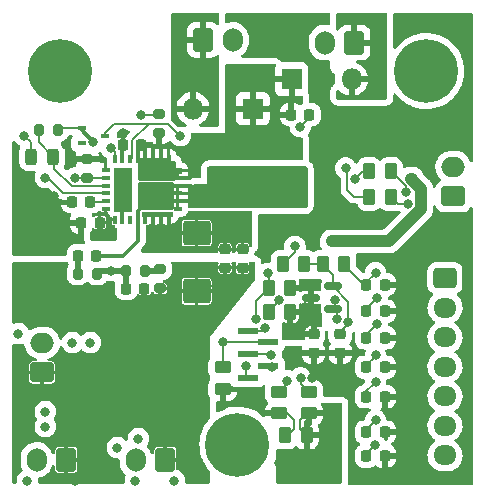
<source format=gbr>
%TF.GenerationSoftware,KiCad,Pcbnew,6.0.1-79c1e3a40b~116~ubuntu21.10.1*%
%TF.CreationDate,2022-02-21T13:22:10-07:00*%
%TF.ProjectId,PowerBackup,506f7765-7242-4616-936b-75702e6b6963,rev?*%
%TF.SameCoordinates,Original*%
%TF.FileFunction,Copper,L1,Top*%
%TF.FilePolarity,Positive*%
%FSLAX46Y46*%
G04 Gerber Fmt 4.6, Leading zero omitted, Abs format (unit mm)*
G04 Created by KiCad (PCBNEW 6.0.1-79c1e3a40b~116~ubuntu21.10.1) date 2022-02-21 13:22:10*
%MOMM*%
%LPD*%
G01*
G04 APERTURE LIST*
G04 Aperture macros list*
%AMRoundRect*
0 Rectangle with rounded corners*
0 $1 Rounding radius*
0 $2 $3 $4 $5 $6 $7 $8 $9 X,Y pos of 4 corners*
0 Add a 4 corners polygon primitive as box body*
4,1,4,$2,$3,$4,$5,$6,$7,$8,$9,$2,$3,0*
0 Add four circle primitives for the rounded corners*
1,1,$1+$1,$2,$3*
1,1,$1+$1,$4,$5*
1,1,$1+$1,$6,$7*
1,1,$1+$1,$8,$9*
0 Add four rect primitives between the rounded corners*
20,1,$1+$1,$2,$3,$4,$5,0*
20,1,$1+$1,$4,$5,$6,$7,0*
20,1,$1+$1,$6,$7,$8,$9,0*
20,1,$1+$1,$8,$9,$2,$3,0*%
G04 Aperture macros list end*
%TA.AperFunction,EtchedComponent*%
%ADD10C,0.100000*%
%TD*%
%TA.AperFunction,SMDPad,CuDef*%
%ADD11RoundRect,0.250000X0.262500X0.450000X-0.262500X0.450000X-0.262500X-0.450000X0.262500X-0.450000X0*%
%TD*%
%TA.AperFunction,SMDPad,CuDef*%
%ADD12R,1.750000X0.600000*%
%TD*%
%TA.AperFunction,SMDPad,CuDef*%
%ADD13RoundRect,0.225000X0.225000X0.250000X-0.225000X0.250000X-0.225000X-0.250000X0.225000X-0.250000X0*%
%TD*%
%TA.AperFunction,ComponentPad*%
%ADD14R,1.800000X1.800000*%
%TD*%
%TA.AperFunction,ComponentPad*%
%ADD15O,1.800000X1.800000*%
%TD*%
%TA.AperFunction,ComponentPad*%
%ADD16RoundRect,0.250000X0.750000X-0.600000X0.750000X0.600000X-0.750000X0.600000X-0.750000X-0.600000X0*%
%TD*%
%TA.AperFunction,ComponentPad*%
%ADD17O,2.000000X1.700000*%
%TD*%
%TA.AperFunction,SMDPad,CuDef*%
%ADD18RoundRect,0.200000X0.275000X-0.200000X0.275000X0.200000X-0.275000X0.200000X-0.275000X-0.200000X0*%
%TD*%
%TA.AperFunction,SMDPad,CuDef*%
%ADD19RoundRect,0.200000X0.200000X0.275000X-0.200000X0.275000X-0.200000X-0.275000X0.200000X-0.275000X0*%
%TD*%
%TA.AperFunction,SMDPad,CuDef*%
%ADD20RoundRect,0.225000X-0.225000X-0.250000X0.225000X-0.250000X0.225000X0.250000X-0.225000X0.250000X0*%
%TD*%
%TA.AperFunction,SMDPad,CuDef*%
%ADD21RoundRect,0.200000X-0.200000X-0.275000X0.200000X-0.275000X0.200000X0.275000X-0.200000X0.275000X0*%
%TD*%
%TA.AperFunction,SMDPad,CuDef*%
%ADD22RoundRect,0.150000X0.587500X0.150000X-0.587500X0.150000X-0.587500X-0.150000X0.587500X-0.150000X0*%
%TD*%
%TA.AperFunction,SMDPad,CuDef*%
%ADD23RoundRect,0.250000X0.925000X-0.787500X0.925000X0.787500X-0.925000X0.787500X-0.925000X-0.787500X0*%
%TD*%
%TA.AperFunction,SMDPad,CuDef*%
%ADD24RoundRect,0.250000X-0.262500X-0.450000X0.262500X-0.450000X0.262500X0.450000X-0.262500X0.450000X0*%
%TD*%
%TA.AperFunction,SMDPad,CuDef*%
%ADD25R,0.299974X0.704800*%
%TD*%
%TA.AperFunction,ComponentPad*%
%ADD26C,0.700000*%
%TD*%
%TA.AperFunction,SMDPad,CuDef*%
%ADD27R,1.600000X3.700000*%
%TD*%
%TA.AperFunction,SMDPad,CuDef*%
%ADD28R,0.704800X0.299974*%
%TD*%
%TA.AperFunction,SMDPad,CuDef*%
%ADD29RoundRect,0.046200X1.481300X-1.108800X1.481300X1.108800X-1.481300X1.108800X-1.481300X-1.108800X0*%
%TD*%
%TA.AperFunction,SMDPad,CuDef*%
%ADD30RoundRect,0.032000X1.551500X-0.768000X1.551500X0.768000X-1.551500X0.768000X-1.551500X-0.768000X0*%
%TD*%
%TA.AperFunction,SMDPad,CuDef*%
%ADD31RoundRect,0.225000X-0.250000X0.225000X-0.250000X-0.225000X0.250000X-0.225000X0.250000X0.225000X0*%
%TD*%
%TA.AperFunction,SMDPad,CuDef*%
%ADD32RoundRect,0.250000X-0.450000X0.262500X-0.450000X-0.262500X0.450000X-0.262500X0.450000X0.262500X0*%
%TD*%
%TA.AperFunction,ComponentPad*%
%ADD33RoundRect,0.250000X0.600000X0.750000X-0.600000X0.750000X-0.600000X-0.750000X0.600000X-0.750000X0*%
%TD*%
%TA.AperFunction,ComponentPad*%
%ADD34O,1.700000X2.000000*%
%TD*%
%TA.AperFunction,SMDPad,CuDef*%
%ADD35R,0.700000X0.450000*%
%TD*%
%TA.AperFunction,ComponentPad*%
%ADD36RoundRect,0.250000X-0.725000X0.600000X-0.725000X-0.600000X0.725000X-0.600000X0.725000X0.600000X0*%
%TD*%
%TA.AperFunction,ComponentPad*%
%ADD37O,1.950000X1.700000*%
%TD*%
%TA.AperFunction,ComponentPad*%
%ADD38C,5.400000*%
%TD*%
%TA.AperFunction,ComponentPad*%
%ADD39RoundRect,0.250000X-0.600000X-0.750000X0.600000X-0.750000X0.600000X0.750000X-0.600000X0.750000X0*%
%TD*%
%TA.AperFunction,SMDPad,CuDef*%
%ADD40RoundRect,0.243750X-0.243750X-0.456250X0.243750X-0.456250X0.243750X0.456250X-0.243750X0.456250X0*%
%TD*%
%TA.AperFunction,SMDPad,CuDef*%
%ADD41RoundRect,0.225000X0.250000X-0.225000X0.250000X0.225000X-0.250000X0.225000X-0.250000X-0.225000X0*%
%TD*%
%TA.AperFunction,ViaPad*%
%ADD42C,0.800000*%
%TD*%
%TA.AperFunction,Conductor*%
%ADD43C,0.150000*%
%TD*%
%TA.AperFunction,Conductor*%
%ADD44C,0.300000*%
%TD*%
%TA.AperFunction,Conductor*%
%ADD45C,1.000000*%
%TD*%
%TA.AperFunction,Conductor*%
%ADD46C,0.500000*%
%TD*%
G04 APERTURE END LIST*
D10*
%TO.C,U2*%
X121996000Y-94724500D02*
X121996000Y-94355500D01*
X121996000Y-94355500D02*
X124496000Y-94355500D01*
X124496000Y-94355500D02*
X124496000Y-94724500D01*
X124496000Y-94724500D02*
X121996000Y-94724500D01*
G36*
X124496000Y-94724500D02*
G01*
X121996000Y-94724500D01*
X121996000Y-94355500D01*
X124496000Y-94355500D01*
X124496000Y-94724500D01*
G37*
X124496000Y-94724500D02*
X121996000Y-94724500D01*
X121996000Y-94355500D01*
X124496000Y-94355500D01*
X124496000Y-94724500D01*
%TD*%
D11*
%TO.P,R16,1*%
%TO.N,Net-(J5-Pad4)*%
X143037500Y-93050000D03*
%TO.P,R16,2*%
%TO.N,Net-(J3-Pad4)*%
X141212500Y-93050000D03*
%TD*%
D12*
%TO.P,J4,1,Pin_1*%
%TO.N,Net-(J4-Pad1)*%
X130925000Y-104400000D03*
%TO.P,J4,2,Pin_2*%
%TO.N,Net-(J4-Pad2)*%
X132675000Y-105400000D03*
%TO.P,J4,3,Pin_3*%
%TO.N,Net-(J4-Pad3)*%
X130925000Y-106400000D03*
%TO.P,J4,4,Pin_4*%
%TO.N,Net-(J4-Pad4)*%
X132675000Y-107400000D03*
%TO.P,J4,5,Pin_5*%
%TO.N,Net-(J4-Pad5)*%
X130925000Y-108400000D03*
%TD*%
D13*
%TO.P,C12,1*%
%TO.N,+9VA*%
X121933000Y-88646000D03*
%TO.P,C12,2*%
%TO.N,GND*%
X120383000Y-88646000D03*
%TD*%
D14*
%TO.P,D1,1,K*%
%TO.N,+9VA*%
X134635000Y-83100000D03*
D15*
%TO.P,D1,2,A*%
%TO.N,+9V*%
X139715000Y-83100000D03*
%TD*%
D16*
%TO.P,J6,1,Pin_1*%
%TO.N,Net-(J5-Pad4)*%
X148325000Y-93025000D03*
D17*
%TO.P,J6,2,Pin_2*%
%TO.N,Net-(J5-Pad3)*%
X148325000Y-90525000D03*
%TD*%
D18*
%TO.P,R23,1*%
%TO.N,Net-(C15-Pad2)*%
X117348000Y-91503000D03*
%TO.P,R23,2*%
%TO.N,GNDS*%
X117348000Y-89853000D03*
%TD*%
D19*
%TO.P,R18,1*%
%TO.N,/Backup/PVDD*%
X114871000Y-87376000D03*
%TO.P,R18,2*%
%TO.N,Net-(D3-Pad2)*%
X113221000Y-87376000D03*
%TD*%
D20*
%TO.P,C1,1*%
%TO.N,Net-(C1-Pad1)*%
X140975000Y-115019236D03*
%TO.P,C1,2*%
%TO.N,GNDS*%
X142525000Y-115019236D03*
%TD*%
%TO.P,C6,1*%
%TO.N,Net-(C6-Pad1)*%
X140975000Y-102750000D03*
%TO.P,C6,2*%
%TO.N,GNDS*%
X142525000Y-102750000D03*
%TD*%
D16*
%TO.P,J8,1,Pin_1*%
%TO.N,+5V*%
X113521000Y-107930000D03*
D17*
%TO.P,J8,2,Pin_2*%
%TO.N,GND*%
X113521000Y-105430000D03*
%TD*%
D21*
%TO.P,R20,1*%
%TO.N,Net-(C14-Pad2)*%
X116523000Y-99568000D03*
%TO.P,R20,2*%
%TO.N,Net-(C15-Pad2)*%
X118173000Y-99568000D03*
%TD*%
D20*
%TO.P,C7,1*%
%TO.N,Net-(C7-Pad1)*%
X140975000Y-100500000D03*
%TO.P,C7,2*%
%TO.N,GNDS*%
X142525000Y-100500000D03*
%TD*%
D22*
%TO.P,Q1,1,B*%
%TO.N,Net-(Q1-Pad1)*%
X138137500Y-102550000D03*
%TO.P,Q1,2,E*%
%TO.N,Net-(C8-Pad1)*%
X138137500Y-100650000D03*
%TO.P,Q1,3,C*%
%TO.N,+3V3*%
X136262500Y-101600000D03*
%TD*%
D23*
%TO.P,C18,1*%
%TO.N,+5V*%
X126600000Y-101062500D03*
%TO.P,C18,2*%
%TO.N,GND*%
X126600000Y-96137500D03*
%TD*%
D24*
%TO.P,R11,1*%
%TO.N,Net-(Q1-Pad1)*%
X133887500Y-98800000D03*
%TO.P,R11,2*%
%TO.N,Net-(C8-Pad1)*%
X135712500Y-98800000D03*
%TD*%
D20*
%TO.P,C10,1*%
%TO.N,+9VA*%
X134607000Y-86106000D03*
%TO.P,C10,2*%
%TO.N,GND*%
X136157000Y-86106000D03*
%TD*%
D18*
%TO.P,R21,1*%
%TO.N,+5V*%
X123500000Y-100825000D03*
%TO.P,R21,2*%
%TO.N,Net-(R21-Pad2)*%
X123500000Y-99175000D03*
%TD*%
D25*
%TO.P,U2,1,PVDD*%
%TO.N,/Backup/PVDD*%
X119671001Y-95008400D03*
%TO.P,U2,2,PGND*%
%TO.N,GND*%
X120320999Y-95008400D03*
D26*
X119946000Y-93556000D03*
X119946000Y-91356000D03*
X120746000Y-91356000D03*
X120746000Y-93556000D03*
D27*
X120396000Y-92456000D03*
D25*
%TO.P,U2,3*%
%TO.N,N/C*%
X120971001Y-95008400D03*
%TO.P,U2,4,SW*%
%TO.N,/Backup/SW*%
X121620999Y-95008400D03*
%TO.P,U2,5,PGND*%
%TO.N,GND*%
X122271001Y-95008400D03*
%TO.P,U2,6,PGND*%
X122920999Y-95008400D03*
%TO.P,U2,7,PGND*%
X123571001Y-95008400D03*
%TO.P,U2,8,PGND*%
X124220999Y-95008400D03*
D28*
%TO.P,U2,9,SW*%
%TO.N,/Backup/SW*%
X124998399Y-94081001D03*
%TO.P,U2,10,SW*%
X124998399Y-93430999D03*
%TO.P,U2,11,SW*%
X124998399Y-92781001D03*
D26*
X122126000Y-92956000D03*
D29*
X123173500Y-92961000D03*
D26*
X123086000Y-92956000D03*
X124046000Y-92936000D03*
D28*
%TO.P,U2,12,SW*%
X124998399Y-92130999D03*
%TO.P,U2,13,PVIN*%
%TO.N,+9VA*%
X124998399Y-91481001D03*
%TO.P,U2,14,PVIN*%
X124998399Y-90830999D03*
D26*
%TO.P,U2,15,PVIN*%
X122116000Y-90806000D03*
X123076000Y-90806000D03*
X124036000Y-90786000D03*
D25*
X124220999Y-89903600D03*
D30*
X123232500Y-90856000D03*
D25*
%TO.P,U2,16,PVIN*%
X123571001Y-89903600D03*
%TO.P,U2,17,PVIN*%
X122920999Y-89903600D03*
%TO.P,U2,18,PVIN*%
X122271001Y-89903600D03*
%TO.P,U2,19,PVIN*%
X121620999Y-89903600D03*
%TO.P,U2,20,BST*%
%TO.N,Net-(C13-Pad1)*%
X120971001Y-89903600D03*
%TO.P,U2,21,PGND*%
%TO.N,GND*%
X120320999Y-89903600D03*
%TO.P,U2,22,CS*%
%TO.N,/Backup/SW*%
X119671001Y-89903600D03*
D28*
%TO.P,U2,23,SGND*%
%TO.N,GNDS*%
X118893601Y-90830999D03*
%TO.P,U2,24,FB*%
%TO.N,Net-(C15-Pad2)*%
X118893601Y-91481001D03*
%TO.P,U2,25,PG*%
%TO.N,Net-(D3-Pad2)*%
X118893601Y-92130999D03*
%TO.P,U2,26,EN*%
%TO.N,Net-(R19-Pad2)*%
X118893601Y-92781001D03*
%TO.P,U2,27,VIN*%
%TO.N,Net-(C25-Pad1)*%
X118893601Y-93430999D03*
%TO.P,U2,28,VDD*%
%TO.N,/Backup/PVDD*%
X118893601Y-94081001D03*
%TD*%
D31*
%TO.P,C9,1*%
%TO.N,+3V3*%
X136500000Y-104725000D03*
%TO.P,C9,2*%
%TO.N,GNDS*%
X136500000Y-106275000D03*
%TD*%
D14*
%TO.P,D2,1,K*%
%TO.N,+9VA*%
X131365000Y-85600000D03*
D15*
%TO.P,D2,2,A*%
%TO.N,/Backup/VBAT*%
X126285000Y-85600000D03*
%TD*%
D31*
%TO.P,C8,1*%
%TO.N,Net-(C8-Pad1)*%
X138750000Y-104725000D03*
%TO.P,C8,2*%
%TO.N,GNDS*%
X138750000Y-106275000D03*
%TD*%
D32*
%TO.P,R9,1*%
%TO.N,Net-(R9-Pad1)*%
X136087500Y-109587500D03*
%TO.P,R9,2*%
%TO.N,GND*%
X136087500Y-111412500D03*
%TD*%
D24*
%TO.P,R13,1*%
%TO.N,Net-(J3-Pad4)*%
X132687500Y-102800000D03*
%TO.P,R13,2*%
%TO.N,+3V3*%
X134512500Y-102800000D03*
%TD*%
D20*
%TO.P,C3,1*%
%TO.N,Net-(C3-Pad1)*%
X140975000Y-110000000D03*
%TO.P,C3,2*%
%TO.N,GNDS*%
X142525000Y-110000000D03*
%TD*%
D32*
%TO.P,TH1,1*%
%TO.N,Net-(J4-Pad2)*%
X128800000Y-107487500D03*
%TO.P,TH1,2*%
%TO.N,GNDS*%
X128800000Y-109312500D03*
%TD*%
D20*
%TO.P,C5,1*%
%TO.N,Net-(C5-Pad1)*%
X140975000Y-105000000D03*
%TO.P,C5,2*%
%TO.N,GNDS*%
X142525000Y-105000000D03*
%TD*%
%TO.P,C4,1*%
%TO.N,Net-(C4-Pad1)*%
X140975000Y-107500000D03*
%TO.P,C4,2*%
%TO.N,GNDS*%
X142525000Y-107500000D03*
%TD*%
D24*
%TO.P,R15,1*%
%TO.N,Net-(J3-Pad3)*%
X132687500Y-100800000D03*
%TO.P,R15,2*%
%TO.N,+3V3*%
X134512500Y-100800000D03*
%TD*%
D33*
%TO.P,J9,1,Pin_1*%
%TO.N,+5V*%
X123932000Y-115333000D03*
D34*
%TO.P,J9,2,Pin_2*%
%TO.N,GND*%
X121432000Y-115333000D03*
%TD*%
D35*
%TO.P,D4,1,A*%
%TO.N,/Backup/PVDD*%
X116856000Y-87234000D03*
%TO.P,D4,2,NC*%
%TO.N,unconnected-(D4-Pad2)*%
X116856000Y-88534000D03*
%TO.P,D4,3,K*%
%TO.N,Net-(C13-Pad1)*%
X118856000Y-87884000D03*
%TD*%
D18*
%TO.P,R19,1*%
%TO.N,+9VA*%
X123444000Y-87693000D03*
%TO.P,R19,2*%
%TO.N,Net-(R19-Pad2)*%
X123444000Y-86043000D03*
%TD*%
D11*
%TO.P,R17,1*%
%TO.N,Net-(J5-Pad3)*%
X143037500Y-90925000D03*
%TO.P,R17,2*%
%TO.N,Net-(J3-Pad3)*%
X141212500Y-90925000D03*
%TD*%
D36*
%TO.P,J2,1,Pin_1*%
%TO.N,Net-(J2-Pad1)*%
X147628764Y-99960836D03*
D37*
%TO.P,J2,2,Pin_2*%
%TO.N,Net-(J2-Pad2)*%
X147628764Y-102460836D03*
%TO.P,J2,3,Pin_3*%
%TO.N,Net-(J2-Pad3)*%
X147628764Y-104960836D03*
%TO.P,J2,4,Pin_4*%
%TO.N,Net-(J2-Pad4)*%
X147628764Y-107460836D03*
%TO.P,J2,5,Pin_5*%
%TO.N,Net-(J2-Pad5)*%
X147628764Y-109960836D03*
%TO.P,J2,6,Pin_6*%
%TO.N,Net-(J2-Pad6)*%
X147628764Y-112460836D03*
%TO.P,J2,7,Pin_7*%
%TO.N,GND*%
X147628764Y-114960836D03*
%TD*%
D38*
%TO.P,H3,1,1*%
%TO.N,GND*%
X130048000Y-114046000D03*
%TD*%
%TO.P,H1,1,1*%
%TO.N,GND*%
X115062000Y-82423000D03*
%TD*%
D39*
%TO.P,J7,1,Pin_1*%
%TO.N,/Backup/VBAT*%
X127150000Y-79775000D03*
D34*
%TO.P,J7,2,Pin_2*%
%TO.N,GND*%
X129650000Y-79775000D03*
%TD*%
D11*
%TO.P,R8,1*%
%TO.N,Net-(C7-Pad1)*%
X139112500Y-98800000D03*
%TO.P,R8,2*%
%TO.N,Net-(C8-Pad1)*%
X137287500Y-98800000D03*
%TD*%
%TO.P,R10,1*%
%TO.N,GND*%
X135912500Y-113250000D03*
%TO.P,R10,2*%
%TO.N,GNDS*%
X134087500Y-113250000D03*
%TD*%
D13*
%TO.P,C25,1*%
%TO.N,Net-(C25-Pad1)*%
X117615000Y-93472000D03*
%TO.P,C25,2*%
%TO.N,GNDS*%
X116065000Y-93472000D03*
%TD*%
D19*
%TO.P,R22,1*%
%TO.N,Net-(R21-Pad2)*%
X122237000Y-99314000D03*
%TO.P,R22,2*%
%TO.N,Net-(C15-Pad2)*%
X120587000Y-99314000D03*
%TD*%
D20*
%TO.P,C2,1*%
%TO.N,Net-(C2-Pad1)*%
X140975000Y-113000000D03*
%TO.P,C2,2*%
%TO.N,GNDS*%
X142525000Y-113000000D03*
%TD*%
D32*
%TO.P,R12,1*%
%TO.N,Net-(R12-Pad1)*%
X133587500Y-109587500D03*
%TO.P,R12,2*%
%TO.N,GNDS*%
X133587500Y-111412500D03*
%TD*%
D38*
%TO.P,H2,1,1*%
%TO.N,GND*%
X146050000Y-82423000D03*
%TD*%
D13*
%TO.P,C15,1*%
%TO.N,+5V*%
X122187000Y-100838000D03*
%TO.P,C15,2*%
%TO.N,Net-(C15-Pad2)*%
X120637000Y-100838000D03*
%TD*%
%TO.P,C14,1*%
%TO.N,/Backup/SW*%
X118123000Y-98044000D03*
%TO.P,C14,2*%
%TO.N,Net-(C14-Pad2)*%
X116573000Y-98044000D03*
%TD*%
D33*
%TO.P,J10,1,Pin_1*%
%TO.N,+5V*%
X115550000Y-115333000D03*
D34*
%TO.P,J10,2,Pin_2*%
%TO.N,GND*%
X113050000Y-115333000D03*
%TD*%
D40*
%TO.P,D3,1,K*%
%TO.N,GND*%
X112600500Y-89662000D03*
%TO.P,D3,2,A*%
%TO.N,Net-(D3-Pad2)*%
X114475500Y-89662000D03*
%TD*%
D41*
%TO.P,C17,1*%
%TO.N,+5V*%
X130500000Y-99073000D03*
%TO.P,C17,2*%
%TO.N,GND*%
X130500000Y-97523000D03*
%TD*%
D13*
%TO.P,C11,1*%
%TO.N,/Backup/PVDD*%
X118390000Y-95250000D03*
%TO.P,C11,2*%
%TO.N,GNDS*%
X116840000Y-95250000D03*
%TD*%
D41*
%TO.P,C16,1*%
%TO.N,+5V*%
X129000000Y-99073000D03*
%TO.P,C16,2*%
%TO.N,GND*%
X129000000Y-97523000D03*
%TD*%
D33*
%TO.P,J1,1,Pin_1*%
%TO.N,+9V*%
X139954000Y-80010000D03*
D34*
%TO.P,J1,2,Pin_2*%
%TO.N,GND*%
X137454000Y-80010000D03*
%TD*%
D42*
%TO.N,Net-(C1-Pad1)*%
X141738997Y-114079341D03*
%TO.N,GND*%
X137922000Y-116586000D03*
X121412000Y-117094000D03*
X111506000Y-104648000D03*
X137922000Y-115570000D03*
X135382000Y-87122000D03*
X116078000Y-105410000D03*
X136652000Y-115570000D03*
X133604000Y-115570000D03*
X129600000Y-95000000D03*
X129000000Y-96500000D03*
X124714000Y-117094000D03*
X130500000Y-96500000D03*
X113792000Y-111252000D03*
X134112000Y-116586000D03*
X121666000Y-113538000D03*
X135382000Y-116586000D03*
X135636000Y-115570000D03*
X119888000Y-114300000D03*
X112268000Y-117094000D03*
X113792000Y-112522000D03*
X134620000Y-115570000D03*
X122936000Y-96266000D03*
X117602000Y-105410000D03*
X136652000Y-116586000D03*
X130500000Y-95000000D03*
X120396000Y-87630000D03*
X124206000Y-96266000D03*
X112014000Y-87884000D03*
X128600000Y-95000000D03*
%TO.N,Net-(C2-Pad1)*%
X141750000Y-112000000D03*
%TO.N,Net-(C3-Pad1)*%
X141750000Y-108750000D03*
%TO.N,Net-(C4-Pad1)*%
X141750000Y-106500000D03*
%TO.N,Net-(C5-Pad1)*%
X141897152Y-103880011D03*
%TO.N,Net-(C6-Pad1)*%
X141897152Y-101630011D03*
%TO.N,Net-(C7-Pad1)*%
X141750000Y-99500000D03*
%TO.N,Net-(C8-Pad1)*%
X139446462Y-103683512D03*
%TO.N,+3V3*%
X136125000Y-100575000D03*
X138025000Y-96850000D03*
X135745393Y-102436653D03*
X144865900Y-91522347D03*
%TO.N,Net-(J4-Pad1)*%
X132381364Y-104144093D03*
%TO.N,Net-(J4-Pad2)*%
X128800000Y-105400000D03*
%TO.N,Net-(J4-Pad3)*%
X132916194Y-106465069D03*
%TO.N,Net-(J4-Pad4)*%
X133011743Y-107459994D03*
%TO.N,Net-(J4-Pad5)*%
X130800000Y-107400000D03*
%TO.N,Net-(J5-Pad4)*%
X144505804Y-93652585D03*
%TO.N,Net-(J5-Pad3)*%
X144300000Y-92674500D03*
%TO.N,Net-(Q1-Pad1)*%
X138474500Y-103450500D03*
X138300000Y-101850000D03*
X134925000Y-97275000D03*
%TO.N,Net-(R9-Pad1)*%
X135400000Y-108400000D03*
%TO.N,Net-(R12-Pad1)*%
X134286731Y-108626703D03*
%TO.N,Net-(J3-Pad4)*%
X133593956Y-101810318D03*
X139225000Y-90625000D03*
%TO.N,Net-(J3-Pad3)*%
X140049500Y-91525000D03*
X132675000Y-99550000D03*
X131589202Y-103401963D03*
%TO.N,GNDS*%
X131826000Y-109728000D03*
X146200000Y-89250000D03*
X113030000Y-96012000D03*
X136400000Y-108400000D03*
X146525000Y-96300000D03*
X113030000Y-92964000D03*
X137800000Y-94625000D03*
X139954000Y-116840000D03*
X140462000Y-86360000D03*
X136500000Y-88000000D03*
X111500000Y-94488000D03*
X116078000Y-90170000D03*
X131318000Y-110490000D03*
X114500000Y-97282000D03*
X113030000Y-97282000D03*
X139192000Y-86360000D03*
X132500000Y-95500000D03*
X137922000Y-86360000D03*
X111506000Y-96012000D03*
X114500000Y-93000000D03*
X128778000Y-110744000D03*
X114500000Y-94500000D03*
X136500000Y-89500000D03*
X113000000Y-94488000D03*
X111506000Y-97282000D03*
X139446000Y-109220000D03*
X115570000Y-88646000D03*
X130810000Y-109728000D03*
X141732000Y-86360000D03*
X114500000Y-96012000D03*
X111500000Y-92964000D03*
X149352000Y-96266000D03*
%TO.N,Net-(C13-Pad1)*%
X125222000Y-87884000D03*
%TO.N,+5V*%
X115316000Y-111252000D03*
X112014000Y-100584000D03*
X111760000Y-108966000D03*
X122428000Y-110998000D03*
X118872000Y-107950000D03*
X122000000Y-102000000D03*
X130302000Y-100584000D03*
X127000000Y-110998000D03*
X128778000Y-101600000D03*
X118872000Y-109220000D03*
X126500000Y-99000000D03*
X128270000Y-100584000D03*
X122428000Y-112014000D03*
X116332000Y-117094000D03*
X129286000Y-100584000D03*
X115316000Y-112522000D03*
X129794000Y-101600000D03*
X114808000Y-100584000D03*
X123500000Y-102000000D03*
X127500000Y-99000000D03*
X113284000Y-100584000D03*
%TO.N,Net-(C15-Pad2)*%
X116332000Y-91440000D03*
X119380000Y-99314000D03*
%TO.N,Net-(R19-Pad2)*%
X113792000Y-91440000D03*
X121920000Y-86106000D03*
%TO.N,/Backup/SW*%
X132500000Y-93000000D03*
X119333510Y-88900239D03*
X129500000Y-91000000D03*
X134000000Y-91000000D03*
X135500000Y-93000000D03*
X128000000Y-91000000D03*
X135500000Y-91000000D03*
X132500000Y-91000000D03*
X131000000Y-91000000D03*
X134000000Y-93000000D03*
%TO.N,/Backup/PVDD*%
X119380000Y-96266000D03*
X117856000Y-88392000D03*
X118110000Y-96266000D03*
%TD*%
D43*
%TO.N,Net-(C1-Pad1)*%
X141738997Y-114079341D02*
X141738997Y-114080239D01*
X141738997Y-114080239D02*
X140800000Y-115019236D01*
%TO.N,GND*%
X112600500Y-88470500D02*
X112014000Y-87884000D01*
X122428000Y-94488000D02*
X122936000Y-94488000D01*
X120320999Y-88708001D02*
X120383000Y-88646000D01*
X135337500Y-112750000D02*
X135837500Y-113250000D01*
X123698000Y-94488000D02*
X123698000Y-94881401D01*
X112600500Y-89662000D02*
X112600500Y-88470500D01*
X122936000Y-94488000D02*
X123698000Y-94488000D01*
X123698000Y-94881401D02*
X123571001Y-95008400D01*
X122936000Y-94488000D02*
X122920999Y-94503001D01*
X122271001Y-94644999D02*
X122428000Y-94488000D01*
X136332000Y-86106000D02*
X135382000Y-87122000D01*
X135837500Y-113250000D02*
X135912500Y-113250000D01*
X135337500Y-112000000D02*
X135337500Y-112750000D01*
X122271001Y-95008400D02*
X122271001Y-94644999D01*
D44*
X120320999Y-89903600D02*
X120320999Y-88708001D01*
D43*
X122920999Y-94503001D02*
X122920999Y-95008400D01*
D44*
X120320999Y-95008400D02*
X120320999Y-93981001D01*
D43*
X120320999Y-93981001D02*
X120746000Y-93556000D01*
X135925000Y-111412500D02*
X135337500Y-112000000D01*
%TO.N,Net-(C2-Pad1)*%
X140800000Y-112950000D02*
X141750000Y-112000000D01*
X140800000Y-113000000D02*
X140800000Y-112950000D01*
%TO.N,Net-(C3-Pad1)*%
X140800000Y-109700000D02*
X141750000Y-108750000D01*
X140800000Y-110000000D02*
X140800000Y-109700000D01*
%TO.N,Net-(C4-Pad1)*%
X141750000Y-106550000D02*
X140800000Y-107500000D01*
X141750000Y-106500000D02*
X141750000Y-106550000D01*
%TO.N,Net-(C5-Pad1)*%
X140800000Y-105000000D02*
X140800000Y-104977163D01*
X140800000Y-104977163D02*
X141897152Y-103880011D01*
%TO.N,Net-(C6-Pad1)*%
X141897152Y-101630011D02*
X140800000Y-102727163D01*
X140800000Y-102727163D02*
X140800000Y-102750000D01*
%TO.N,Net-(C7-Pad1)*%
X139112500Y-98812500D02*
X140800000Y-100500000D01*
X140800000Y-100500000D02*
X140800000Y-100450000D01*
X139112500Y-98800000D02*
X139112500Y-98812500D01*
X140800000Y-100450000D02*
X141750000Y-99500000D01*
%TO.N,Net-(C8-Pad1)*%
X139446462Y-101958962D02*
X139446462Y-103683512D01*
X138750000Y-104550000D02*
X139446462Y-103853538D01*
X137287500Y-98800000D02*
X138137500Y-99650000D01*
X135712500Y-98800000D02*
X137287500Y-98800000D01*
X139446462Y-103853538D02*
X139446462Y-103683512D01*
X138137500Y-100650000D02*
X139446462Y-101958962D01*
X138137500Y-99650000D02*
X138137500Y-100650000D01*
D45*
%TO.N,+3V3*%
X144865900Y-91522347D02*
X144730183Y-91522347D01*
X142863333Y-96850000D02*
X138025000Y-96850000D01*
X145605315Y-94108018D02*
X142863333Y-96850000D01*
X145605315Y-92397479D02*
X145605315Y-94108018D01*
X144730183Y-91522347D02*
X145605315Y-92397479D01*
D43*
%TO.N,Net-(J4-Pad1)*%
X132381364Y-104144093D02*
X132125457Y-104400000D01*
X132125457Y-104400000D02*
X130925000Y-104400000D01*
%TO.N,Net-(J4-Pad2)*%
X132675000Y-105400000D02*
X128800000Y-105400000D01*
X128800000Y-105400000D02*
X128800000Y-107487500D01*
%TO.N,Net-(J4-Pad3)*%
X132851125Y-106400000D02*
X130925000Y-106400000D01*
X130925000Y-106400000D02*
X132000000Y-106400000D01*
X132916194Y-106465069D02*
X132851125Y-106400000D01*
%TO.N,Net-(J4-Pad4)*%
X132675000Y-107400000D02*
X132951749Y-107400000D01*
X132951749Y-107400000D02*
X133011743Y-107459994D01*
%TO.N,Net-(J4-Pad5)*%
X130800000Y-107400000D02*
X130800000Y-108275000D01*
X130800000Y-108275000D02*
X130925000Y-108400000D01*
%TO.N,Net-(J5-Pad4)*%
X144505804Y-93652585D02*
X143640085Y-93652585D01*
X143640085Y-93652585D02*
X143037500Y-93050000D01*
%TO.N,Net-(J5-Pad3)*%
X144300000Y-92674500D02*
X144300000Y-92187500D01*
X144300000Y-92187500D02*
X143037500Y-90925000D01*
%TO.N,Net-(Q1-Pad1)*%
X138300000Y-102387500D02*
X138137500Y-102550000D01*
X138300000Y-101850000D02*
X138300000Y-102387500D01*
X134925000Y-97762500D02*
X134925000Y-97275000D01*
X138474500Y-102887000D02*
X138137500Y-102550000D01*
X133887500Y-98800000D02*
X134925000Y-97762500D01*
X138474500Y-103450500D02*
X138474500Y-102887000D01*
%TO.N,Net-(R9-Pad1)*%
X135400000Y-108900000D02*
X136087500Y-109587500D01*
X135400000Y-108400000D02*
X135400000Y-108900000D01*
%TO.N,Net-(R12-Pad1)*%
X134286731Y-108888269D02*
X134286731Y-108626703D01*
X134210797Y-108626703D02*
X134286731Y-108626703D01*
X134000000Y-108837500D02*
X134210797Y-108626703D01*
X133587500Y-109587500D02*
X134286731Y-108888269D01*
%TO.N,Net-(J3-Pad4)*%
X139950000Y-93050000D02*
X141212500Y-93050000D01*
X139225000Y-90625000D02*
X139375000Y-90775000D01*
X139375000Y-90775000D02*
X139375000Y-92475000D01*
X139375000Y-92475000D02*
X139950000Y-93050000D01*
X133593956Y-101810318D02*
X133593956Y-101893544D01*
X133593956Y-101893544D02*
X132687500Y-102800000D01*
%TO.N,Net-(J3-Pad3)*%
X141212500Y-90925000D02*
X140649500Y-90925000D01*
X132687500Y-100800000D02*
X132687500Y-99562500D01*
X131589202Y-101898298D02*
X131589202Y-103401963D01*
X132687500Y-99562500D02*
X132675000Y-99550000D01*
X140649500Y-90925000D02*
X140049500Y-91525000D01*
X132687500Y-100800000D02*
X131589202Y-101898298D01*
%TO.N,+9VA*%
X121620999Y-88958001D02*
X121933000Y-88646000D01*
D44*
X122920999Y-89903600D02*
X122920999Y-88884999D01*
X122271001Y-89903600D02*
X122271001Y-88984001D01*
D43*
X122920999Y-88884999D02*
X122682000Y-88646000D01*
X122271001Y-88984001D02*
X121933000Y-88646000D01*
D44*
X126018999Y-91481001D02*
X126500000Y-91000000D01*
X124998399Y-91481001D02*
X126018999Y-91481001D01*
X121620999Y-89903600D02*
X121620999Y-88958001D01*
D43*
%TO.N,GNDS*%
X134087500Y-113250000D02*
X134337500Y-113250000D01*
X134837500Y-112000000D02*
X134250000Y-111412500D01*
X134337500Y-113250000D02*
X134837500Y-112750000D01*
X134837500Y-112750000D02*
X134837500Y-112000000D01*
%TO.N,Net-(C13-Pad1)*%
X121107520Y-88290053D02*
X122529573Y-86868000D01*
X124206000Y-86868000D02*
X125222000Y-87884000D01*
X121107520Y-89767081D02*
X121107520Y-88290053D01*
X118856000Y-87884000D02*
X118856000Y-87646000D01*
X122682000Y-86868000D02*
X123190000Y-86868000D01*
X123190000Y-86868000D02*
X124206000Y-86868000D01*
X120971001Y-89903600D02*
X121107520Y-89767081D01*
X119618000Y-86868000D02*
X122682000Y-86868000D01*
X118856000Y-87646000D02*
X119634000Y-86868000D01*
X122529573Y-86868000D02*
X122682000Y-86868000D01*
D46*
%TO.N,Net-(C14-Pad2)*%
X116523000Y-98094000D02*
X116573000Y-98044000D01*
X116523000Y-99568000D02*
X116523000Y-98094000D01*
D43*
%TO.N,Net-(C15-Pad2)*%
X116395000Y-91503000D02*
X116332000Y-91440000D01*
D46*
X120587000Y-99314000D02*
X119380000Y-99314000D01*
X118364000Y-99314000D02*
X119380000Y-99314000D01*
X118110000Y-99568000D02*
X118364000Y-99314000D01*
X120637000Y-99364000D02*
X120587000Y-99314000D01*
D43*
X117348000Y-91503000D02*
X116395000Y-91503000D01*
X117369999Y-91481001D02*
X118893601Y-91481001D01*
X117348000Y-91503000D02*
X117369999Y-91481001D01*
D46*
X120637000Y-100838000D02*
X120637000Y-99364000D01*
X118173000Y-99568000D02*
X118110000Y-99568000D01*
D43*
%TO.N,Net-(D3-Pad2)*%
X113221000Y-87376000D02*
X113221000Y-88407500D01*
X116053520Y-92177520D02*
X118847080Y-92177520D01*
X114554000Y-90678000D02*
X116053520Y-92177520D01*
X114554000Y-89837500D02*
X114554000Y-90678000D01*
X118847080Y-92177520D02*
X118893601Y-92130999D01*
X113221000Y-88407500D02*
X114475500Y-89662000D01*
%TO.N,Net-(R19-Pad2)*%
X118893601Y-92781001D02*
X118835080Y-92722480D01*
X115328480Y-92722480D02*
X114046000Y-91440000D01*
X114046000Y-91440000D02*
X113792000Y-91440000D01*
X121920000Y-86106000D02*
X123381000Y-86106000D01*
X123381000Y-86106000D02*
X123444000Y-86043000D01*
X118835080Y-92722480D02*
X115328480Y-92722480D01*
D46*
%TO.N,Net-(R21-Pad2)*%
X122237000Y-99314000D02*
X123635000Y-99314000D01*
D44*
%TO.N,/Backup/SW*%
X121620999Y-96819001D02*
X121620999Y-95008400D01*
D43*
X119671001Y-89903600D02*
X119671001Y-89237730D01*
D44*
X118123000Y-98044000D02*
X120396000Y-98044000D01*
X122939000Y-92961000D02*
X123173500Y-92961000D01*
X126130999Y-92130999D02*
X126500000Y-92500000D01*
X121620999Y-94279001D02*
X122939000Y-92961000D01*
D43*
X119671001Y-89237730D02*
X119333510Y-88900239D01*
D44*
X124998399Y-92130999D02*
X126130999Y-92130999D01*
X120396000Y-98044000D02*
X121620999Y-96819001D01*
X121620999Y-95008400D02*
X121620999Y-94279001D01*
D43*
%TO.N,/Backup/PVDD*%
X114871000Y-87376000D02*
X115013000Y-87234000D01*
X115013000Y-87234000D02*
X116856000Y-87234000D01*
D44*
X116856000Y-87234000D02*
X116856000Y-87392000D01*
X116856000Y-87392000D02*
X117856000Y-88392000D01*
D43*
%TO.N,Net-(C25-Pad1)*%
X118852600Y-93472000D02*
X118893601Y-93430999D01*
X118563999Y-93430999D02*
X118893601Y-93430999D01*
X117615000Y-93472000D02*
X118852600Y-93472000D01*
%TD*%
%TA.AperFunction,Conductor*%
%TO.N,+5V*%
G36*
X115642962Y-98572002D02*
G01*
X115681985Y-98611697D01*
X115745644Y-98714569D01*
X115764500Y-98780872D01*
X115764500Y-98812257D01*
X115746276Y-98877527D01*
X115672528Y-98999301D01*
X115621247Y-99162938D01*
X115614500Y-99236365D01*
X115614501Y-99899634D01*
X115614764Y-99902492D01*
X115614764Y-99902501D01*
X115617370Y-99930865D01*
X115621247Y-99973062D01*
X115623246Y-99979440D01*
X115623246Y-99979441D01*
X115663975Y-100109405D01*
X115672528Y-100136699D01*
X115761361Y-100283381D01*
X115882619Y-100404639D01*
X116029301Y-100493472D01*
X116036548Y-100495743D01*
X116036550Y-100495744D01*
X116102836Y-100516517D01*
X116192938Y-100544753D01*
X116266365Y-100551500D01*
X116269263Y-100551500D01*
X116523665Y-100551499D01*
X116779634Y-100551499D01*
X116782492Y-100551236D01*
X116782501Y-100551236D01*
X116818004Y-100547974D01*
X116853062Y-100544753D01*
X116870565Y-100539268D01*
X117009450Y-100495744D01*
X117009452Y-100495743D01*
X117016699Y-100493472D01*
X117163381Y-100404639D01*
X117258905Y-100309115D01*
X117321217Y-100275089D01*
X117392032Y-100280154D01*
X117437095Y-100309115D01*
X117532619Y-100404639D01*
X117679301Y-100493472D01*
X117686548Y-100495743D01*
X117686550Y-100495744D01*
X117752836Y-100516517D01*
X117842938Y-100544753D01*
X117916365Y-100551500D01*
X117919263Y-100551500D01*
X118173665Y-100551499D01*
X118429634Y-100551499D01*
X118432492Y-100551236D01*
X118432501Y-100551236D01*
X118468004Y-100547974D01*
X118503062Y-100544753D01*
X118520565Y-100539268D01*
X118659450Y-100495744D01*
X118659452Y-100495743D01*
X118666699Y-100493472D01*
X118813381Y-100404639D01*
X118934639Y-100283381D01*
X118954093Y-100251259D01*
X118960988Y-100239875D01*
X119013385Y-100191969D01*
X119083365Y-100179996D01*
X119097644Y-100183116D01*
X119097712Y-100182794D01*
X119278056Y-100221128D01*
X119278061Y-100221128D01*
X119284513Y-100222500D01*
X119475487Y-100222500D01*
X119481939Y-100221128D01*
X119481944Y-100221128D01*
X119549550Y-100206757D01*
X119567038Y-100203040D01*
X119637829Y-100208442D01*
X119694461Y-100251259D01*
X119718955Y-100317896D01*
X119712828Y-100365954D01*
X119706895Y-100383843D01*
X119688851Y-100438243D01*
X119688151Y-100445080D01*
X119688150Y-100445082D01*
X119683917Y-100486401D01*
X119678500Y-100539268D01*
X119678500Y-101136732D01*
X119689113Y-101239019D01*
X119691295Y-101245559D01*
X119726318Y-101350534D01*
X119743244Y-101401268D01*
X119747096Y-101407492D01*
X119747096Y-101407493D01*
X119749469Y-101411328D01*
X119833248Y-101546713D01*
X119954298Y-101667552D01*
X119960528Y-101671392D01*
X119960529Y-101671393D01*
X120081522Y-101745974D01*
X120099899Y-101757302D01*
X120262243Y-101811149D01*
X120269080Y-101811849D01*
X120269082Y-101811850D01*
X120310401Y-101816083D01*
X120363268Y-101821500D01*
X120910732Y-101821500D01*
X120913978Y-101821163D01*
X120913982Y-101821163D01*
X120948083Y-101817625D01*
X121013019Y-101810887D01*
X121166726Y-101759606D01*
X121168324Y-101759073D01*
X121168326Y-101759072D01*
X121175268Y-101756756D01*
X121320713Y-101666752D01*
X121441552Y-101545702D01*
X121480732Y-101482141D01*
X121527462Y-101406331D01*
X121527463Y-101406329D01*
X121531302Y-101400101D01*
X121537544Y-101381281D01*
X121577972Y-101322922D01*
X121643535Y-101295683D01*
X121713417Y-101308215D01*
X121746232Y-101331852D01*
X121764914Y-101350534D01*
X121782705Y-101362992D01*
X121867848Y-101402695D01*
X121886146Y-101408028D01*
X121919828Y-101412462D01*
X121928037Y-101413000D01*
X122018885Y-101413000D01*
X122034124Y-101408525D01*
X122035329Y-101407135D01*
X122037000Y-101399452D01*
X122037000Y-100814000D01*
X122057002Y-100745879D01*
X122110658Y-100699386D01*
X122163000Y-100688000D01*
X122211000Y-100688000D01*
X122279121Y-100708002D01*
X122325614Y-100761658D01*
X122337000Y-100814000D01*
X122337000Y-101394884D01*
X122341475Y-101410123D01*
X122342865Y-101411328D01*
X122350548Y-101412999D01*
X122445959Y-101412999D01*
X122454177Y-101412460D01*
X122487855Y-101408027D01*
X122506150Y-101402696D01*
X122591295Y-101362992D01*
X122609086Y-101350534D01*
X122674534Y-101285086D01*
X122686992Y-101267295D01*
X122730769Y-101173414D01*
X122733166Y-101174532D01*
X122763629Y-101126928D01*
X122828153Y-101097309D01*
X122898446Y-101107277D01*
X122952192Y-101153666D01*
X122961478Y-101170845D01*
X122968757Y-101187233D01*
X122981713Y-101206085D01*
X123044342Y-101268604D01*
X123063212Y-101281525D01*
X123146125Y-101318180D01*
X123164202Y-101323108D01*
X123176787Y-101324576D01*
X123184088Y-101325000D01*
X123331885Y-101325000D01*
X123347124Y-101320525D01*
X123348329Y-101319135D01*
X123350000Y-101311452D01*
X123350000Y-101306885D01*
X123650000Y-101306885D01*
X123654475Y-101322124D01*
X123655865Y-101323329D01*
X123663548Y-101325000D01*
X123815840Y-101325000D01*
X123823286Y-101324558D01*
X123836336Y-101323006D01*
X123854374Y-101318048D01*
X123937231Y-101281245D01*
X123956085Y-101268287D01*
X124018604Y-101205658D01*
X124031525Y-101186788D01*
X124068180Y-101103875D01*
X124073108Y-101085798D01*
X124074576Y-101073213D01*
X124075000Y-101065912D01*
X124075000Y-100993115D01*
X124070525Y-100977876D01*
X124069135Y-100976671D01*
X124061452Y-100975000D01*
X123668115Y-100975000D01*
X123652876Y-100979475D01*
X123651671Y-100980865D01*
X123650000Y-100988548D01*
X123650000Y-101306885D01*
X123350000Y-101306885D01*
X123350000Y-100894385D01*
X125325000Y-100894385D01*
X125329475Y-100909624D01*
X125330865Y-100910829D01*
X125338548Y-100912500D01*
X126431885Y-100912500D01*
X126447124Y-100908025D01*
X126448329Y-100906635D01*
X126450000Y-100898952D01*
X126450000Y-100894385D01*
X126750000Y-100894385D01*
X126754475Y-100909624D01*
X126755865Y-100910829D01*
X126763548Y-100912500D01*
X127856884Y-100912500D01*
X127872123Y-100908025D01*
X127873328Y-100906635D01*
X127874999Y-100898952D01*
X127874999Y-100246432D01*
X127874328Y-100237266D01*
X127866300Y-100182722D01*
X127860557Y-100164241D01*
X127818111Y-100077787D01*
X127806151Y-100061082D01*
X127738428Y-99993477D01*
X127721700Y-99981545D01*
X127635162Y-99939245D01*
X127616694Y-99933537D01*
X127562703Y-99925660D01*
X127553604Y-99925000D01*
X126768115Y-99925000D01*
X126752876Y-99929475D01*
X126751671Y-99930865D01*
X126750000Y-99938548D01*
X126750000Y-100894385D01*
X126450000Y-100894385D01*
X126450000Y-99943116D01*
X126445525Y-99927877D01*
X126444135Y-99926672D01*
X126436452Y-99925001D01*
X125646432Y-99925001D01*
X125637266Y-99925672D01*
X125582722Y-99933700D01*
X125564241Y-99939443D01*
X125477787Y-99981889D01*
X125461082Y-99993849D01*
X125393477Y-100061572D01*
X125381545Y-100078300D01*
X125339245Y-100164838D01*
X125333537Y-100183306D01*
X125325660Y-100237297D01*
X125325000Y-100246396D01*
X125325000Y-100894385D01*
X123350000Y-100894385D01*
X123350000Y-100801000D01*
X123370002Y-100732879D01*
X123423658Y-100686386D01*
X123476000Y-100675000D01*
X124056885Y-100675000D01*
X124072124Y-100670525D01*
X124073329Y-100669135D01*
X124075000Y-100661452D01*
X124075000Y-100584160D01*
X124074558Y-100576714D01*
X124073006Y-100563664D01*
X124068048Y-100545626D01*
X124031245Y-100462769D01*
X124018287Y-100443915D01*
X123955658Y-100381396D01*
X123936788Y-100368475D01*
X123853873Y-100331819D01*
X123839294Y-100327844D01*
X123778834Y-100290628D01*
X123748091Y-100226632D01*
X123756828Y-100156175D01*
X123802270Y-100101627D01*
X123860910Y-100080809D01*
X123905062Y-100076753D01*
X123911441Y-100074754D01*
X124061450Y-100027744D01*
X124061452Y-100027743D01*
X124068699Y-100025472D01*
X124215381Y-99936639D01*
X124336639Y-99815381D01*
X124425472Y-99668699D01*
X124441352Y-99618028D01*
X124474752Y-99511446D01*
X124476753Y-99505062D01*
X124483500Y-99431635D01*
X124483500Y-99331959D01*
X128425001Y-99331959D01*
X128425540Y-99340177D01*
X128429973Y-99373855D01*
X128435304Y-99392150D01*
X128475008Y-99477295D01*
X128487466Y-99495086D01*
X128552914Y-99560534D01*
X128570705Y-99572992D01*
X128655848Y-99612695D01*
X128674146Y-99618028D01*
X128707828Y-99622462D01*
X128716037Y-99623000D01*
X128831885Y-99623000D01*
X128847124Y-99618525D01*
X128848329Y-99617135D01*
X128850000Y-99609452D01*
X128850000Y-99604884D01*
X129150000Y-99604884D01*
X129154475Y-99620123D01*
X129155865Y-99621328D01*
X129163548Y-99622999D01*
X129283959Y-99622999D01*
X129292177Y-99622460D01*
X129325855Y-99618027D01*
X129344150Y-99612696D01*
X129429295Y-99572992D01*
X129447086Y-99560534D01*
X129512534Y-99495086D01*
X129524992Y-99477295D01*
X129564695Y-99392152D01*
X129570028Y-99373854D01*
X129574462Y-99340172D01*
X129575000Y-99331963D01*
X129575000Y-99331959D01*
X129925001Y-99331959D01*
X129925540Y-99340177D01*
X129929973Y-99373855D01*
X129935304Y-99392150D01*
X129975008Y-99477295D01*
X129987466Y-99495086D01*
X130052914Y-99560534D01*
X130070705Y-99572992D01*
X130155848Y-99612695D01*
X130174146Y-99618028D01*
X130207828Y-99622462D01*
X130216037Y-99623000D01*
X130331885Y-99623000D01*
X130347124Y-99618525D01*
X130348329Y-99617135D01*
X130350000Y-99609452D01*
X130350000Y-99604884D01*
X130650000Y-99604884D01*
X130654475Y-99620123D01*
X130655865Y-99621328D01*
X130663548Y-99622999D01*
X130783959Y-99622999D01*
X130792177Y-99622460D01*
X130825855Y-99618027D01*
X130844150Y-99612696D01*
X130929295Y-99572992D01*
X130947086Y-99560534D01*
X131012534Y-99495086D01*
X131024992Y-99477295D01*
X131064695Y-99392152D01*
X131070028Y-99373854D01*
X131074462Y-99340172D01*
X131075000Y-99331963D01*
X131075000Y-99241115D01*
X131070525Y-99225876D01*
X131069135Y-99224671D01*
X131061452Y-99223000D01*
X130668115Y-99223000D01*
X130652876Y-99227475D01*
X130651671Y-99228865D01*
X130650000Y-99236548D01*
X130650000Y-99604884D01*
X130350000Y-99604884D01*
X130350000Y-99241115D01*
X130345525Y-99225876D01*
X130344135Y-99224671D01*
X130336452Y-99223000D01*
X129943116Y-99223000D01*
X129927877Y-99227475D01*
X129926672Y-99228865D01*
X129925001Y-99236548D01*
X129925001Y-99331959D01*
X129575000Y-99331959D01*
X129575000Y-99241115D01*
X129570525Y-99225876D01*
X129569135Y-99224671D01*
X129561452Y-99223000D01*
X129168115Y-99223000D01*
X129152876Y-99227475D01*
X129151671Y-99228865D01*
X129150000Y-99236548D01*
X129150000Y-99604884D01*
X128850000Y-99604884D01*
X128850000Y-99241115D01*
X128845525Y-99225876D01*
X128844135Y-99224671D01*
X128836452Y-99223000D01*
X128443116Y-99223000D01*
X128427877Y-99227475D01*
X128426672Y-99228865D01*
X128425001Y-99236548D01*
X128425001Y-99331959D01*
X124483500Y-99331959D01*
X124483499Y-98918366D01*
X124482261Y-98904885D01*
X124479747Y-98877528D01*
X124476753Y-98844938D01*
X124436245Y-98715677D01*
X124434960Y-98644695D01*
X124472257Y-98584284D01*
X124536294Y-98553627D01*
X124556479Y-98552000D01*
X128331648Y-98552000D01*
X128399769Y-98572002D01*
X128446262Y-98625658D01*
X128456366Y-98695932D01*
X128445843Y-98731249D01*
X128435306Y-98753845D01*
X128429972Y-98772146D01*
X128425538Y-98805828D01*
X128425000Y-98814037D01*
X128425000Y-98904885D01*
X128429475Y-98920124D01*
X128430865Y-98921329D01*
X128438548Y-98923000D01*
X129556884Y-98923000D01*
X129572123Y-98918525D01*
X129573328Y-98917135D01*
X129574999Y-98909452D01*
X129574999Y-98814041D01*
X129574460Y-98805823D01*
X129570027Y-98772145D01*
X129564695Y-98753848D01*
X129554157Y-98731249D01*
X129543496Y-98661058D01*
X129572476Y-98596245D01*
X129631896Y-98557389D01*
X129668352Y-98552000D01*
X129831648Y-98552000D01*
X129899769Y-98572002D01*
X129946262Y-98625658D01*
X129956366Y-98695932D01*
X129945843Y-98731249D01*
X129935306Y-98753845D01*
X129929972Y-98772146D01*
X129925538Y-98805828D01*
X129925000Y-98814037D01*
X129925000Y-98904885D01*
X129929475Y-98920124D01*
X129930865Y-98921329D01*
X129938548Y-98923000D01*
X131056884Y-98923000D01*
X131072123Y-98918525D01*
X131073328Y-98917135D01*
X131074999Y-98909452D01*
X131074999Y-98814041D01*
X131074460Y-98805823D01*
X131070027Y-98772145D01*
X131064695Y-98753848D01*
X131054157Y-98731249D01*
X131043496Y-98661058D01*
X131072476Y-98596245D01*
X131131896Y-98557389D01*
X131168352Y-98552000D01*
X131446000Y-98552000D01*
X131514121Y-98572002D01*
X131560614Y-98625658D01*
X131572000Y-98678000D01*
X131572000Y-100032258D01*
X131551998Y-100100379D01*
X131544895Y-100110333D01*
X127762000Y-104902000D01*
X127762000Y-106697643D01*
X127743260Y-106763759D01*
X127657885Y-106902262D01*
X127638735Y-106959998D01*
X127609265Y-107048849D01*
X127602203Y-107070139D01*
X127601503Y-107076975D01*
X127601502Y-107076978D01*
X127597091Y-107120031D01*
X127591500Y-107174600D01*
X127591500Y-107800400D01*
X127602474Y-107906166D01*
X127658450Y-108073946D01*
X127662304Y-108080174D01*
X127662305Y-108080176D01*
X127743144Y-108210809D01*
X127762000Y-108277112D01*
X127762000Y-108522643D01*
X127743260Y-108588759D01*
X127657885Y-108727262D01*
X127650962Y-108748134D01*
X127607225Y-108879999D01*
X127602203Y-108895139D01*
X127591500Y-108999600D01*
X127591500Y-109625400D01*
X127602474Y-109731166D01*
X127658450Y-109898946D01*
X127662304Y-109905174D01*
X127662305Y-109905176D01*
X127743144Y-110035809D01*
X127762000Y-110102112D01*
X127762000Y-111742299D01*
X127741998Y-111810420D01*
X127729045Y-111827261D01*
X127597509Y-111971311D01*
X127557672Y-112014938D01*
X127346792Y-112305190D01*
X127169580Y-112617140D01*
X127112309Y-112750763D01*
X127053802Y-112887271D01*
X127028245Y-112946899D01*
X127027228Y-112950268D01*
X126963689Y-113160721D01*
X126924549Y-113290358D01*
X126923913Y-113293825D01*
X126862940Y-113626040D01*
X126859784Y-113643235D01*
X126834757Y-114001132D01*
X126849781Y-114359588D01*
X126857063Y-114406627D01*
X126889497Y-114616135D01*
X126904668Y-114714136D01*
X126998734Y-115060356D01*
X127130806Y-115393933D01*
X127132461Y-115397045D01*
X127132463Y-115397050D01*
X127210353Y-115543539D01*
X127299239Y-115710709D01*
X127301224Y-115713607D01*
X127301230Y-115713618D01*
X127499942Y-116003829D01*
X127499947Y-116003835D01*
X127501933Y-116006736D01*
X127731383Y-116272557D01*
X127760751Y-116337192D01*
X127762000Y-116354886D01*
X127762000Y-117222000D01*
X127741998Y-117290121D01*
X127688342Y-117336614D01*
X127636000Y-117348000D01*
X125740745Y-117348000D01*
X125672624Y-117327998D01*
X125626131Y-117274342D01*
X125615435Y-117208830D01*
X125626814Y-117100565D01*
X125627504Y-117094000D01*
X125623721Y-117058008D01*
X125608232Y-116910635D01*
X125608232Y-116910633D01*
X125607542Y-116904072D01*
X125548527Y-116722444D01*
X125453040Y-116557056D01*
X125401913Y-116500273D01*
X125329675Y-116420045D01*
X125329674Y-116420044D01*
X125325253Y-116415134D01*
X125218150Y-116337319D01*
X125176094Y-116306763D01*
X125176093Y-116306762D01*
X125170752Y-116302882D01*
X125164724Y-116300198D01*
X125164722Y-116300197D01*
X125002319Y-116227891D01*
X125002318Y-116227891D01*
X124996288Y-116225206D01*
X124989833Y-116223834D01*
X124989824Y-116223831D01*
X124981802Y-116222126D01*
X124919329Y-116188398D01*
X124885008Y-116126248D01*
X124882000Y-116098880D01*
X124882000Y-115501115D01*
X124877525Y-115485876D01*
X124876135Y-115484671D01*
X124868452Y-115483000D01*
X123908000Y-115483000D01*
X123839879Y-115462998D01*
X123793386Y-115409342D01*
X123782000Y-115357000D01*
X123782000Y-115164885D01*
X124082000Y-115164885D01*
X124086475Y-115180124D01*
X124087865Y-115181329D01*
X124095548Y-115183000D01*
X124863884Y-115183000D01*
X124879123Y-115178525D01*
X124880328Y-115177135D01*
X124881999Y-115169452D01*
X124881999Y-114554432D01*
X124881328Y-114545266D01*
X124873300Y-114490722D01*
X124867557Y-114472241D01*
X124825111Y-114385787D01*
X124813151Y-114369082D01*
X124745428Y-114301477D01*
X124728700Y-114289545D01*
X124642162Y-114247245D01*
X124623694Y-114241537D01*
X124569703Y-114233660D01*
X124560604Y-114233000D01*
X124100115Y-114233000D01*
X124084876Y-114237475D01*
X124083671Y-114238865D01*
X124082000Y-114246548D01*
X124082000Y-115164885D01*
X123782000Y-115164885D01*
X123782000Y-114251116D01*
X123777525Y-114235877D01*
X123776135Y-114234672D01*
X123768452Y-114233001D01*
X123303432Y-114233001D01*
X123294266Y-114233672D01*
X123239722Y-114241700D01*
X123221241Y-114247443D01*
X123134787Y-114289889D01*
X123118082Y-114301849D01*
X123050477Y-114369572D01*
X123038545Y-114386300D01*
X122996245Y-114472838D01*
X122990537Y-114491306D01*
X122982660Y-114545297D01*
X122982000Y-114554396D01*
X122982000Y-114760274D01*
X122961998Y-114828395D01*
X122908342Y-114874888D01*
X122838068Y-114884992D01*
X122773488Y-114855498D01*
X122734041Y-114791928D01*
X122725825Y-114760274D01*
X122718001Y-114730128D01*
X122694195Y-114677279D01*
X122625507Y-114524798D01*
X122623312Y-114519925D01*
X122494559Y-114328681D01*
X122490878Y-114324822D01*
X122411136Y-114241231D01*
X122378589Y-114178134D01*
X122385321Y-114107457D01*
X122400368Y-114080200D01*
X122400621Y-114079852D01*
X122405040Y-114074944D01*
X122447656Y-114001132D01*
X122497223Y-113915279D01*
X122497224Y-113915278D01*
X122500527Y-113909556D01*
X122559542Y-113727928D01*
X122564435Y-113681379D01*
X122578814Y-113544565D01*
X122579504Y-113538000D01*
X122568280Y-113431206D01*
X122560232Y-113354635D01*
X122560232Y-113354633D01*
X122559542Y-113348072D01*
X122500527Y-113166444D01*
X122405040Y-113001056D01*
X122277253Y-112859134D01*
X122122752Y-112746882D01*
X122116724Y-112744198D01*
X122116722Y-112744197D01*
X121954319Y-112671891D01*
X121954318Y-112671891D01*
X121948288Y-112669206D01*
X121854888Y-112649353D01*
X121767944Y-112630872D01*
X121767939Y-112630872D01*
X121761487Y-112629500D01*
X121570513Y-112629500D01*
X121564061Y-112630872D01*
X121564056Y-112630872D01*
X121477112Y-112649353D01*
X121383712Y-112669206D01*
X121377682Y-112671891D01*
X121377681Y-112671891D01*
X121215278Y-112744197D01*
X121215276Y-112744198D01*
X121209248Y-112746882D01*
X121054747Y-112859134D01*
X120926960Y-113001056D01*
X120831473Y-113166444D01*
X120772458Y-113348072D01*
X120771768Y-113354633D01*
X120771768Y-113354635D01*
X120763720Y-113431206D01*
X120752496Y-113538000D01*
X120753186Y-113544565D01*
X120753186Y-113544568D01*
X120755321Y-113564885D01*
X120742548Y-113634723D01*
X120694045Y-113686569D01*
X120625212Y-113703962D01*
X120557902Y-113681379D01*
X120536382Y-113662370D01*
X120499253Y-113621134D01*
X120384829Y-113538000D01*
X120350094Y-113512763D01*
X120350093Y-113512762D01*
X120344752Y-113508882D01*
X120338724Y-113506198D01*
X120338722Y-113506197D01*
X120176319Y-113433891D01*
X120176318Y-113433891D01*
X120170288Y-113431206D01*
X120076887Y-113411353D01*
X119989944Y-113392872D01*
X119989939Y-113392872D01*
X119983487Y-113391500D01*
X119792513Y-113391500D01*
X119786061Y-113392872D01*
X119786056Y-113392872D01*
X119699113Y-113411353D01*
X119605712Y-113431206D01*
X119599682Y-113433891D01*
X119599681Y-113433891D01*
X119437278Y-113506197D01*
X119437276Y-113506198D01*
X119431248Y-113508882D01*
X119425907Y-113512762D01*
X119425906Y-113512763D01*
X119391171Y-113538000D01*
X119276747Y-113621134D01*
X119272326Y-113626044D01*
X119272325Y-113626045D01*
X119174937Y-113734206D01*
X119148960Y-113763056D01*
X119145659Y-113768774D01*
X119059401Y-113918177D01*
X119053473Y-113928444D01*
X118994458Y-114110072D01*
X118993768Y-114116633D01*
X118993768Y-114116635D01*
X118980114Y-114246548D01*
X118974496Y-114300000D01*
X118994458Y-114489928D01*
X119053473Y-114671556D01*
X119056776Y-114677278D01*
X119056777Y-114677279D01*
X119087290Y-114730128D01*
X119148960Y-114836944D01*
X119153378Y-114841851D01*
X119153379Y-114841852D01*
X119253709Y-114953280D01*
X119276747Y-114978866D01*
X119431248Y-115091118D01*
X119437276Y-115093802D01*
X119437278Y-115093803D01*
X119596932Y-115164885D01*
X119605712Y-115168794D01*
X119672546Y-115183000D01*
X119786056Y-115207128D01*
X119786061Y-115207128D01*
X119792513Y-115208500D01*
X119947500Y-115208500D01*
X120015621Y-115228502D01*
X120062114Y-115282158D01*
X120073500Y-115334500D01*
X120073500Y-115540890D01*
X120088080Y-115712720D01*
X120089418Y-115717875D01*
X120089419Y-115717881D01*
X120144657Y-115930703D01*
X120145999Y-115935872D01*
X120240688Y-116146075D01*
X120369441Y-116337319D01*
X120373120Y-116341176D01*
X120373122Y-116341178D01*
X120457972Y-116430123D01*
X120528576Y-116504135D01*
X120532861Y-116507323D01*
X120532862Y-116507324D01*
X120560960Y-116528230D01*
X120603673Y-116584941D01*
X120608945Y-116655742D01*
X120594868Y-116692316D01*
X120577473Y-116722444D01*
X120518458Y-116904072D01*
X120517768Y-116910633D01*
X120517768Y-116910635D01*
X120502279Y-117058008D01*
X120498496Y-117094000D01*
X120499186Y-117100565D01*
X120510565Y-117208830D01*
X120497793Y-117278668D01*
X120449291Y-117330515D01*
X120385255Y-117348000D01*
X113294745Y-117348000D01*
X113226624Y-117327998D01*
X113180131Y-117274342D01*
X113169435Y-117208830D01*
X113180814Y-117100565D01*
X113181504Y-117094000D01*
X113177721Y-117058008D01*
X113167636Y-116962051D01*
X113180408Y-116892213D01*
X113228910Y-116840366D01*
X113267070Y-116825567D01*
X113441791Y-116788907D01*
X113446750Y-116786949D01*
X113446752Y-116786948D01*
X113651256Y-116706185D01*
X113651258Y-116706184D01*
X113656221Y-116704224D01*
X113675839Y-116692320D01*
X113848757Y-116587390D01*
X113848756Y-116587390D01*
X113853317Y-116584623D01*
X113890741Y-116552148D01*
X114023412Y-116437023D01*
X114023414Y-116437021D01*
X114027445Y-116433523D01*
X114084327Y-116364151D01*
X114170240Y-116259373D01*
X114170244Y-116259367D01*
X114173624Y-116255245D01*
X114192477Y-116222126D01*
X114285032Y-116059529D01*
X114287675Y-116054886D01*
X114355562Y-115867860D01*
X114397607Y-115810652D01*
X114463906Y-115785256D01*
X114533410Y-115799736D01*
X114584052Y-115849494D01*
X114600001Y-115910851D01*
X114600001Y-116111568D01*
X114600672Y-116120734D01*
X114608700Y-116175278D01*
X114614443Y-116193759D01*
X114656889Y-116280213D01*
X114668849Y-116296918D01*
X114736572Y-116364523D01*
X114753300Y-116376455D01*
X114839838Y-116418755D01*
X114858306Y-116424463D01*
X114912297Y-116432340D01*
X114921396Y-116433000D01*
X115381885Y-116433000D01*
X115397124Y-116428525D01*
X115398329Y-116427135D01*
X115400000Y-116419452D01*
X115400000Y-116414884D01*
X115700000Y-116414884D01*
X115704475Y-116430123D01*
X115705865Y-116431328D01*
X115713548Y-116432999D01*
X116178568Y-116432999D01*
X116187734Y-116432328D01*
X116242278Y-116424300D01*
X116260759Y-116418557D01*
X116347213Y-116376111D01*
X116363918Y-116364151D01*
X116431523Y-116296428D01*
X116443455Y-116279700D01*
X116485755Y-116193162D01*
X116491463Y-116174694D01*
X116499340Y-116120703D01*
X116500000Y-116111604D01*
X116500000Y-115501115D01*
X116495525Y-115485876D01*
X116494135Y-115484671D01*
X116486452Y-115483000D01*
X115718115Y-115483000D01*
X115702876Y-115487475D01*
X115701671Y-115488865D01*
X115700000Y-115496548D01*
X115700000Y-116414884D01*
X115400000Y-116414884D01*
X115400000Y-115164885D01*
X115700000Y-115164885D01*
X115704475Y-115180124D01*
X115705865Y-115181329D01*
X115713548Y-115183000D01*
X116481884Y-115183000D01*
X116497123Y-115178525D01*
X116498328Y-115177135D01*
X116499999Y-115169452D01*
X116499999Y-114554432D01*
X116499328Y-114545266D01*
X116491300Y-114490722D01*
X116485557Y-114472241D01*
X116443111Y-114385787D01*
X116431151Y-114369082D01*
X116363428Y-114301477D01*
X116346700Y-114289545D01*
X116260162Y-114247245D01*
X116241694Y-114241537D01*
X116187703Y-114233660D01*
X116178604Y-114233000D01*
X115718115Y-114233000D01*
X115702876Y-114237475D01*
X115701671Y-114238865D01*
X115700000Y-114246548D01*
X115700000Y-115164885D01*
X115400000Y-115164885D01*
X115400000Y-114251116D01*
X115395525Y-114235877D01*
X115394135Y-114234672D01*
X115386452Y-114233001D01*
X114921432Y-114233001D01*
X114912266Y-114233672D01*
X114857722Y-114241700D01*
X114839241Y-114247443D01*
X114752787Y-114289889D01*
X114736082Y-114301849D01*
X114668477Y-114369572D01*
X114656545Y-114386300D01*
X114614245Y-114472838D01*
X114608537Y-114491306D01*
X114600660Y-114545297D01*
X114600000Y-114554396D01*
X114600000Y-114760274D01*
X114579998Y-114828395D01*
X114526342Y-114874888D01*
X114456068Y-114884992D01*
X114391488Y-114855498D01*
X114352041Y-114791928D01*
X114343825Y-114760274D01*
X114336001Y-114730128D01*
X114312195Y-114677279D01*
X114243507Y-114524798D01*
X114241312Y-114519925D01*
X114112559Y-114328681D01*
X114091462Y-114306565D01*
X114029583Y-114241700D01*
X113953424Y-114161865D01*
X113768458Y-114024246D01*
X113763707Y-114021830D01*
X113763703Y-114021828D01*
X113622916Y-113950249D01*
X113562949Y-113919760D01*
X113557855Y-113918178D01*
X113557852Y-113918177D01*
X113347871Y-113852976D01*
X113342773Y-113851393D01*
X113337484Y-113850692D01*
X113119511Y-113821802D01*
X113119506Y-113821802D01*
X113114226Y-113821102D01*
X113108897Y-113821302D01*
X113108895Y-113821302D01*
X112999034Y-113825426D01*
X112883842Y-113829751D01*
X112658209Y-113877093D01*
X112653250Y-113879051D01*
X112653248Y-113879052D01*
X112448744Y-113959815D01*
X112448742Y-113959816D01*
X112443779Y-113961776D01*
X112439220Y-113964543D01*
X112439217Y-113964544D01*
X112340832Y-114024246D01*
X112246683Y-114081377D01*
X112242653Y-114084874D01*
X112149484Y-114165722D01*
X112072555Y-114232477D01*
X112060446Y-114247245D01*
X111929760Y-114406627D01*
X111929756Y-114406633D01*
X111926376Y-114410755D01*
X111812325Y-114611114D01*
X111733663Y-114827825D01*
X111732714Y-114833074D01*
X111732713Y-114833077D01*
X111693377Y-115050608D01*
X111693376Y-115050615D01*
X111692639Y-115054692D01*
X111691500Y-115078844D01*
X111691500Y-115540890D01*
X111706080Y-115712720D01*
X111707418Y-115717875D01*
X111707419Y-115717881D01*
X111762657Y-115930703D01*
X111763999Y-115935872D01*
X111858438Y-116145521D01*
X111868179Y-116215844D01*
X111838354Y-116280271D01*
X111811090Y-116302664D01*
X111811248Y-116302882D01*
X111656747Y-116415134D01*
X111652326Y-116420044D01*
X111652325Y-116420045D01*
X111580088Y-116500273D01*
X111528960Y-116557056D01*
X111433473Y-116722444D01*
X111374458Y-116904072D01*
X111373768Y-116910633D01*
X111373768Y-116910635D01*
X111358279Y-117058008D01*
X111354496Y-117094000D01*
X111355186Y-117100565D01*
X111366565Y-117208830D01*
X111353793Y-117278668D01*
X111305291Y-117330515D01*
X111241255Y-117348000D01*
X111134000Y-117348000D01*
X111065879Y-117327998D01*
X111019386Y-117274342D01*
X111008000Y-117222000D01*
X111008000Y-112522000D01*
X112878496Y-112522000D01*
X112879186Y-112528565D01*
X112893824Y-112667834D01*
X112898458Y-112711928D01*
X112957473Y-112893556D01*
X113052960Y-113058944D01*
X113180747Y-113200866D01*
X113279843Y-113272864D01*
X113308694Y-113293825D01*
X113335248Y-113313118D01*
X113341276Y-113315802D01*
X113341278Y-113315803D01*
X113413756Y-113348072D01*
X113509712Y-113390794D01*
X113603112Y-113410647D01*
X113690056Y-113429128D01*
X113690061Y-113429128D01*
X113696513Y-113430500D01*
X113887487Y-113430500D01*
X113893939Y-113429128D01*
X113893944Y-113429128D01*
X113980888Y-113410647D01*
X114074288Y-113390794D01*
X114170244Y-113348072D01*
X114242722Y-113315803D01*
X114242724Y-113315802D01*
X114248752Y-113313118D01*
X114275307Y-113293825D01*
X114304157Y-113272864D01*
X114403253Y-113200866D01*
X114531040Y-113058944D01*
X114626527Y-112893556D01*
X114685542Y-112711928D01*
X114690177Y-112667834D01*
X114704814Y-112528565D01*
X114705504Y-112522000D01*
X114704814Y-112515435D01*
X114686232Y-112338635D01*
X114686232Y-112338633D01*
X114685542Y-112332072D01*
X114626527Y-112150444D01*
X114531040Y-111985056D01*
X114518662Y-111971309D01*
X114487946Y-111907303D01*
X114496710Y-111836850D01*
X114518661Y-111802693D01*
X114531040Y-111788944D01*
X114626527Y-111623556D01*
X114685542Y-111441928D01*
X114686297Y-111434751D01*
X114704814Y-111258565D01*
X114705504Y-111252000D01*
X114685542Y-111062072D01*
X114626527Y-110880444D01*
X114531040Y-110715056D01*
X114403253Y-110573134D01*
X114248752Y-110460882D01*
X114242724Y-110458198D01*
X114242722Y-110458197D01*
X114080319Y-110385891D01*
X114080318Y-110385891D01*
X114074288Y-110383206D01*
X113980887Y-110363353D01*
X113893944Y-110344872D01*
X113893939Y-110344872D01*
X113887487Y-110343500D01*
X113696513Y-110343500D01*
X113690061Y-110344872D01*
X113690056Y-110344872D01*
X113603113Y-110363353D01*
X113509712Y-110383206D01*
X113503682Y-110385891D01*
X113503681Y-110385891D01*
X113341278Y-110458197D01*
X113341276Y-110458198D01*
X113335248Y-110460882D01*
X113180747Y-110573134D01*
X113052960Y-110715056D01*
X112957473Y-110880444D01*
X112898458Y-111062072D01*
X112878496Y-111252000D01*
X112879186Y-111258565D01*
X112897704Y-111434751D01*
X112898458Y-111441928D01*
X112957473Y-111623556D01*
X113052960Y-111788944D01*
X113065338Y-111802691D01*
X113096054Y-111866697D01*
X113087290Y-111937150D01*
X113065339Y-111971307D01*
X113052960Y-111985056D01*
X112957473Y-112150444D01*
X112898458Y-112332072D01*
X112897768Y-112338633D01*
X112897768Y-112338635D01*
X112879186Y-112515435D01*
X112878496Y-112522000D01*
X111008000Y-112522000D01*
X111008000Y-108558568D01*
X112421001Y-108558568D01*
X112421672Y-108567734D01*
X112429700Y-108622278D01*
X112435443Y-108640759D01*
X112477889Y-108727213D01*
X112489849Y-108743918D01*
X112557572Y-108811523D01*
X112574300Y-108823455D01*
X112660838Y-108865755D01*
X112679306Y-108871463D01*
X112733297Y-108879340D01*
X112742396Y-108880000D01*
X113352885Y-108880000D01*
X113368124Y-108875525D01*
X113369329Y-108874135D01*
X113371000Y-108866452D01*
X113371000Y-108861884D01*
X113671000Y-108861884D01*
X113675475Y-108877123D01*
X113676865Y-108878328D01*
X113684548Y-108879999D01*
X114299568Y-108879999D01*
X114308734Y-108879328D01*
X114363278Y-108871300D01*
X114381759Y-108865557D01*
X114468213Y-108823111D01*
X114484918Y-108811151D01*
X114552523Y-108743428D01*
X114564455Y-108726700D01*
X114606755Y-108640162D01*
X114612463Y-108621694D01*
X114620340Y-108567703D01*
X114621000Y-108558604D01*
X114621000Y-108098115D01*
X114616525Y-108082876D01*
X114615135Y-108081671D01*
X114607452Y-108080000D01*
X113689115Y-108080000D01*
X113673876Y-108084475D01*
X113672671Y-108085865D01*
X113671000Y-108093548D01*
X113671000Y-108861884D01*
X113371000Y-108861884D01*
X113371000Y-108098115D01*
X113366525Y-108082876D01*
X113365135Y-108081671D01*
X113357452Y-108080000D01*
X112439116Y-108080000D01*
X112423877Y-108084475D01*
X112422672Y-108085865D01*
X112421001Y-108093548D01*
X112421001Y-108558568D01*
X111008000Y-108558568D01*
X111008000Y-105614776D01*
X111028002Y-105546655D01*
X111081658Y-105500162D01*
X111151932Y-105490058D01*
X111185247Y-105499669D01*
X111223712Y-105516794D01*
X111317113Y-105536647D01*
X111404056Y-105555128D01*
X111404061Y-105555128D01*
X111410513Y-105556500D01*
X111601487Y-105556500D01*
X111607939Y-105555128D01*
X111607944Y-105555128D01*
X111694888Y-105536647D01*
X111788288Y-105516794D01*
X111794315Y-105514111D01*
X111794323Y-105514108D01*
X111841492Y-105493107D01*
X111911859Y-105483673D01*
X111976156Y-105513780D01*
X112013969Y-105573869D01*
X112017587Y-105591801D01*
X112017751Y-105596158D01*
X112065093Y-105821791D01*
X112067051Y-105826750D01*
X112067052Y-105826752D01*
X112131398Y-105989684D01*
X112149776Y-106036221D01*
X112152543Y-106040780D01*
X112152544Y-106040783D01*
X112214998Y-106143703D01*
X112269377Y-106233317D01*
X112272874Y-106237347D01*
X112414017Y-106400000D01*
X112420477Y-106407445D01*
X112424608Y-106410832D01*
X112594627Y-106550240D01*
X112594633Y-106550244D01*
X112598755Y-106553624D01*
X112603391Y-106556263D01*
X112603394Y-106556265D01*
X112766983Y-106649385D01*
X112799114Y-106667675D01*
X112935945Y-106717342D01*
X112986140Y-106735562D01*
X113043348Y-106777607D01*
X113068744Y-106843906D01*
X113054264Y-106913410D01*
X113004506Y-106964052D01*
X112943149Y-106980001D01*
X112742432Y-106980001D01*
X112733266Y-106980672D01*
X112678722Y-106988700D01*
X112660241Y-106994443D01*
X112573787Y-107036889D01*
X112557082Y-107048849D01*
X112489477Y-107116572D01*
X112477545Y-107133300D01*
X112435245Y-107219838D01*
X112429537Y-107238306D01*
X112421660Y-107292297D01*
X112421000Y-107301396D01*
X112421000Y-107761885D01*
X112425475Y-107777124D01*
X112426865Y-107778329D01*
X112434548Y-107780000D01*
X114602884Y-107780000D01*
X114618123Y-107775525D01*
X114619328Y-107774135D01*
X114620999Y-107766452D01*
X114620999Y-107301432D01*
X114620328Y-107292266D01*
X114612300Y-107237722D01*
X114606557Y-107219241D01*
X114564111Y-107132787D01*
X114552151Y-107116082D01*
X114484428Y-107048477D01*
X114467700Y-107036545D01*
X114381162Y-106994245D01*
X114362694Y-106988537D01*
X114308703Y-106980660D01*
X114299604Y-106980000D01*
X114093726Y-106980000D01*
X114025605Y-106959998D01*
X113979112Y-106906342D01*
X113969008Y-106836068D01*
X113998502Y-106771488D01*
X114062072Y-106732041D01*
X114123872Y-106716001D01*
X114128738Y-106713809D01*
X114128741Y-106713808D01*
X114329202Y-106623507D01*
X114334075Y-106621312D01*
X114525319Y-106492559D01*
X114692135Y-106333424D01*
X114829754Y-106148458D01*
X114854885Y-106099030D01*
X114892301Y-106025437D01*
X114934240Y-105942949D01*
X114945348Y-105907176D01*
X114993367Y-105752531D01*
X115032670Y-105693406D01*
X115097699Y-105664916D01*
X115167808Y-105676106D01*
X115220738Y-105723423D01*
X115233532Y-105750961D01*
X115243473Y-105781556D01*
X115246776Y-105787278D01*
X115246777Y-105787279D01*
X115266703Y-105821791D01*
X115338960Y-105946944D01*
X115343378Y-105951851D01*
X115343379Y-105951852D01*
X115377443Y-105989684D01*
X115466747Y-106088866D01*
X115621248Y-106201118D01*
X115627276Y-106203802D01*
X115627278Y-106203803D01*
X115693568Y-106233317D01*
X115795712Y-106278794D01*
X115889112Y-106298647D01*
X115976056Y-106317128D01*
X115976061Y-106317128D01*
X115982513Y-106318500D01*
X116173487Y-106318500D01*
X116179939Y-106317128D01*
X116179944Y-106317128D01*
X116266887Y-106298647D01*
X116360288Y-106278794D01*
X116462432Y-106233317D01*
X116528722Y-106203803D01*
X116528724Y-106203802D01*
X116534752Y-106201118D01*
X116689253Y-106088866D01*
X116746365Y-106025436D01*
X116806810Y-105988198D01*
X116877794Y-105989550D01*
X116933634Y-106025436D01*
X116990747Y-106088866D01*
X117145248Y-106201118D01*
X117151276Y-106203802D01*
X117151278Y-106203803D01*
X117217568Y-106233317D01*
X117319712Y-106278794D01*
X117413112Y-106298647D01*
X117500056Y-106317128D01*
X117500061Y-106317128D01*
X117506513Y-106318500D01*
X117697487Y-106318500D01*
X117703939Y-106317128D01*
X117703944Y-106317128D01*
X117790887Y-106298647D01*
X117884288Y-106278794D01*
X117986432Y-106233317D01*
X118052722Y-106203803D01*
X118052724Y-106203802D01*
X118058752Y-106201118D01*
X118213253Y-106088866D01*
X118302557Y-105989684D01*
X118336621Y-105951852D01*
X118336622Y-105951851D01*
X118341040Y-105946944D01*
X118413297Y-105821791D01*
X118433223Y-105787279D01*
X118433224Y-105787278D01*
X118436527Y-105781556D01*
X118495542Y-105599928D01*
X118496285Y-105592864D01*
X118514814Y-105416565D01*
X118515504Y-105410000D01*
X118514453Y-105400000D01*
X118496232Y-105226635D01*
X118496232Y-105226633D01*
X118495542Y-105220072D01*
X118436527Y-105038444D01*
X118430754Y-105028444D01*
X118344341Y-104878774D01*
X118341040Y-104873056D01*
X118302678Y-104830450D01*
X118217675Y-104736045D01*
X118217671Y-104736041D01*
X118213253Y-104731134D01*
X118100736Y-104649385D01*
X118064094Y-104622763D01*
X118064093Y-104622762D01*
X118058752Y-104618882D01*
X118052724Y-104616198D01*
X118052722Y-104616197D01*
X117890319Y-104543891D01*
X117890318Y-104543891D01*
X117884288Y-104541206D01*
X117790887Y-104521353D01*
X117703944Y-104502872D01*
X117703939Y-104502872D01*
X117697487Y-104501500D01*
X117506513Y-104501500D01*
X117500061Y-104502872D01*
X117500056Y-104502872D01*
X117413112Y-104521353D01*
X117319712Y-104541206D01*
X117313682Y-104543891D01*
X117313681Y-104543891D01*
X117151278Y-104616197D01*
X117151276Y-104616198D01*
X117145248Y-104618882D01*
X117139907Y-104622762D01*
X117139906Y-104622763D01*
X117103264Y-104649385D01*
X116990747Y-104731134D01*
X116933635Y-104794564D01*
X116873190Y-104831802D01*
X116802206Y-104830450D01*
X116746366Y-104794564D01*
X116689253Y-104731134D01*
X116576736Y-104649385D01*
X116540094Y-104622763D01*
X116540093Y-104622762D01*
X116534752Y-104618882D01*
X116528724Y-104616198D01*
X116528722Y-104616197D01*
X116366319Y-104543891D01*
X116366318Y-104543891D01*
X116360288Y-104541206D01*
X116266887Y-104521353D01*
X116179944Y-104502872D01*
X116179939Y-104502872D01*
X116173487Y-104501500D01*
X115982513Y-104501500D01*
X115976061Y-104502872D01*
X115976056Y-104502872D01*
X115889112Y-104521353D01*
X115795712Y-104541206D01*
X115789682Y-104543891D01*
X115789681Y-104543891D01*
X115627278Y-104616197D01*
X115627276Y-104616198D01*
X115621248Y-104618882D01*
X115615907Y-104622762D01*
X115615906Y-104622763D01*
X115579264Y-104649385D01*
X115466747Y-104731134D01*
X115462329Y-104736041D01*
X115462325Y-104736045D01*
X115377323Y-104830450D01*
X115338960Y-104873056D01*
X115335659Y-104878774D01*
X115249247Y-105028444D01*
X115243473Y-105038444D01*
X115241432Y-105044726D01*
X115227608Y-105087271D01*
X115187534Y-105145877D01*
X115122137Y-105173513D01*
X115052180Y-105161406D01*
X114999874Y-105113399D01*
X114984460Y-105074207D01*
X114978003Y-105043430D01*
X114978001Y-105043424D01*
X114976907Y-105038209D01*
X114973051Y-105028444D01*
X114894185Y-104828744D01*
X114894184Y-104828742D01*
X114892224Y-104823779D01*
X114884055Y-104810316D01*
X114775390Y-104631243D01*
X114772623Y-104626683D01*
X114642963Y-104477262D01*
X114625023Y-104456588D01*
X114625021Y-104456586D01*
X114621523Y-104452555D01*
X114528855Y-104376572D01*
X114447373Y-104309760D01*
X114447367Y-104309756D01*
X114443245Y-104306376D01*
X114438609Y-104303737D01*
X114438606Y-104303735D01*
X114247529Y-104194968D01*
X114242886Y-104192325D01*
X114026175Y-104113663D01*
X114020926Y-104112714D01*
X114020923Y-104112713D01*
X113803392Y-104073377D01*
X113803385Y-104073376D01*
X113799308Y-104072639D01*
X113781586Y-104071803D01*
X113776644Y-104071570D01*
X113776637Y-104071570D01*
X113775156Y-104071500D01*
X113313110Y-104071500D01*
X113246191Y-104077178D01*
X113146591Y-104085629D01*
X113146587Y-104085630D01*
X113141280Y-104086080D01*
X113136125Y-104087418D01*
X113136119Y-104087419D01*
X112923297Y-104142657D01*
X112923293Y-104142658D01*
X112918128Y-104143999D01*
X112913262Y-104146191D01*
X112913259Y-104146192D01*
X112804980Y-104194968D01*
X112707925Y-104238688D01*
X112602358Y-104309760D01*
X112534981Y-104355121D01*
X112467303Y-104376572D01*
X112398771Y-104358029D01*
X112351143Y-104305377D01*
X112344785Y-104289548D01*
X112340527Y-104276444D01*
X112245040Y-104111056D01*
X112222146Y-104085629D01*
X112121675Y-103974045D01*
X112121674Y-103974044D01*
X112117253Y-103969134D01*
X111962752Y-103856882D01*
X111956724Y-103854198D01*
X111956722Y-103854197D01*
X111794319Y-103781891D01*
X111794318Y-103781891D01*
X111788288Y-103779206D01*
X111694887Y-103759353D01*
X111607944Y-103740872D01*
X111607939Y-103740872D01*
X111601487Y-103739500D01*
X111410513Y-103739500D01*
X111404061Y-103740872D01*
X111404056Y-103740872D01*
X111317113Y-103759353D01*
X111223712Y-103779206D01*
X111185248Y-103796331D01*
X111114882Y-103805765D01*
X111050585Y-103775659D01*
X111012772Y-103715570D01*
X111008000Y-103681224D01*
X111008000Y-101878568D01*
X125325001Y-101878568D01*
X125325672Y-101887734D01*
X125333700Y-101942278D01*
X125339443Y-101960759D01*
X125381889Y-102047213D01*
X125393849Y-102063918D01*
X125461572Y-102131523D01*
X125478300Y-102143455D01*
X125564838Y-102185755D01*
X125583306Y-102191463D01*
X125637297Y-102199340D01*
X125646396Y-102200000D01*
X126431885Y-102200000D01*
X126447124Y-102195525D01*
X126448329Y-102194135D01*
X126450000Y-102186452D01*
X126450000Y-102181884D01*
X126750000Y-102181884D01*
X126754475Y-102197123D01*
X126755865Y-102198328D01*
X126763548Y-102199999D01*
X127553568Y-102199999D01*
X127562734Y-102199328D01*
X127617278Y-102191300D01*
X127635759Y-102185557D01*
X127722213Y-102143111D01*
X127738918Y-102131151D01*
X127806523Y-102063428D01*
X127818455Y-102046700D01*
X127860755Y-101960162D01*
X127866463Y-101941694D01*
X127874340Y-101887703D01*
X127875000Y-101878604D01*
X127875000Y-101230615D01*
X127870525Y-101215376D01*
X127869135Y-101214171D01*
X127861452Y-101212500D01*
X126768115Y-101212500D01*
X126752876Y-101216975D01*
X126751671Y-101218365D01*
X126750000Y-101226048D01*
X126750000Y-102181884D01*
X126450000Y-102181884D01*
X126450000Y-101230615D01*
X126445525Y-101215376D01*
X126444135Y-101214171D01*
X126436452Y-101212500D01*
X125343116Y-101212500D01*
X125327877Y-101216975D01*
X125326672Y-101218365D01*
X125325001Y-101226048D01*
X125325001Y-101878568D01*
X111008000Y-101878568D01*
X111008000Y-98678000D01*
X111028002Y-98609879D01*
X111081658Y-98563386D01*
X111134000Y-98552000D01*
X115574841Y-98552000D01*
X115642962Y-98572002D01*
G37*
%TD.AperFunction*%
%TD*%
%TA.AperFunction,Conductor*%
%TO.N,/Backup/VBAT*%
G36*
X128466121Y-77490002D02*
G01*
X128512614Y-77543658D01*
X128524000Y-77596000D01*
X128524000Y-78422759D01*
X128503998Y-78490880D01*
X128450342Y-78537373D01*
X128380068Y-78547477D01*
X128315488Y-78517983D01*
X128308982Y-78511932D01*
X128228171Y-78431261D01*
X128216760Y-78422249D01*
X128078757Y-78337184D01*
X128065576Y-78331037D01*
X127911290Y-78279862D01*
X127897914Y-78276995D01*
X127803562Y-78267328D01*
X127797145Y-78267000D01*
X127422115Y-78267000D01*
X127406876Y-78271475D01*
X127405671Y-78272865D01*
X127404000Y-78280548D01*
X127404000Y-81264884D01*
X127408475Y-81280123D01*
X127409865Y-81281328D01*
X127417548Y-81282999D01*
X127797095Y-81282999D01*
X127803614Y-81282662D01*
X127899206Y-81272743D01*
X127912600Y-81269851D01*
X128066784Y-81218412D01*
X128079962Y-81212239D01*
X128217807Y-81126937D01*
X128229208Y-81117901D01*
X128308827Y-81038144D01*
X128371110Y-81004065D01*
X128441930Y-81009068D01*
X128498803Y-81051566D01*
X128523671Y-81118064D01*
X128524000Y-81127162D01*
X128524000Y-86996000D01*
X128503998Y-87064121D01*
X128450342Y-87110614D01*
X128398000Y-87122000D01*
X126922425Y-87122000D01*
X126854304Y-87101998D01*
X126807811Y-87048342D01*
X126797707Y-86978068D01*
X126827201Y-86913488D01*
X126866993Y-86882849D01*
X127003778Y-86815839D01*
X127012636Y-86810559D01*
X127192716Y-86682109D01*
X127200578Y-86675465D01*
X127357260Y-86519329D01*
X127363937Y-86511484D01*
X127493010Y-86331859D01*
X127498321Y-86323020D01*
X127596318Y-86124737D01*
X127600117Y-86115142D01*
X127664415Y-85903517D01*
X127666594Y-85893436D01*
X127669422Y-85871960D01*
X127667210Y-85857779D01*
X127654052Y-85854000D01*
X124916968Y-85854000D01*
X124903437Y-85857973D01*
X124902000Y-85867966D01*
X124935685Y-86017439D01*
X124938773Y-86027292D01*
X125021989Y-86232226D01*
X125026629Y-86241413D01*
X125142208Y-86430022D01*
X125148286Y-86438326D01*
X125293113Y-86605519D01*
X125300475Y-86612728D01*
X125470660Y-86754018D01*
X125479099Y-86759927D01*
X125670077Y-86871525D01*
X125679367Y-86875976D01*
X125685426Y-86878290D01*
X125741930Y-86921277D01*
X125766223Y-86987988D01*
X125750593Y-87057242D01*
X125700003Y-87107053D01*
X125640478Y-87122000D01*
X124978173Y-87122000D01*
X124910052Y-87101998D01*
X124889078Y-87085095D01*
X124496905Y-86692922D01*
X124462879Y-86630610D01*
X124460000Y-86603827D01*
X124460000Y-85330788D01*
X124898484Y-85330788D01*
X124900625Y-85342609D01*
X124913001Y-85346000D01*
X126012885Y-85346000D01*
X126028124Y-85341525D01*
X126029329Y-85340135D01*
X126031000Y-85332452D01*
X126031000Y-85327885D01*
X126539000Y-85327885D01*
X126543475Y-85343124D01*
X126544865Y-85344329D01*
X126552548Y-85346000D01*
X127654900Y-85346000D01*
X127668431Y-85342027D01*
X127669736Y-85332947D01*
X127623710Y-85149708D01*
X127620389Y-85139953D01*
X127532193Y-84937118D01*
X127527315Y-84928020D01*
X127407177Y-84742315D01*
X127400885Y-84734144D01*
X127252023Y-84570547D01*
X127244490Y-84563521D01*
X127070901Y-84426429D01*
X127062323Y-84420730D01*
X126868678Y-84313833D01*
X126859272Y-84309606D01*
X126650772Y-84235772D01*
X126640809Y-84233140D01*
X126556836Y-84218182D01*
X126543541Y-84219641D01*
X126539000Y-84234199D01*
X126539000Y-85327885D01*
X126031000Y-85327885D01*
X126031000Y-84232517D01*
X126027082Y-84219173D01*
X126012806Y-84217186D01*
X125962694Y-84224855D01*
X125952666Y-84227244D01*
X125742426Y-84295961D01*
X125732916Y-84299958D01*
X125536728Y-84402087D01*
X125528003Y-84407581D01*
X125351123Y-84540386D01*
X125343416Y-84547229D01*
X125190600Y-84707143D01*
X125184113Y-84715153D01*
X125059474Y-84897867D01*
X125054376Y-84906841D01*
X124961252Y-85107459D01*
X124957689Y-85117146D01*
X124898581Y-85330279D01*
X124898484Y-85330788D01*
X124460000Y-85330788D01*
X124460000Y-80572095D01*
X125792001Y-80572095D01*
X125792338Y-80578614D01*
X125802257Y-80674206D01*
X125805149Y-80687600D01*
X125856588Y-80841784D01*
X125862761Y-80854962D01*
X125948063Y-80992807D01*
X125957099Y-81004208D01*
X126071829Y-81118739D01*
X126083240Y-81127751D01*
X126221243Y-81212816D01*
X126234424Y-81218963D01*
X126388710Y-81270138D01*
X126402086Y-81273005D01*
X126496438Y-81282672D01*
X126502854Y-81283000D01*
X126877885Y-81283000D01*
X126893124Y-81278525D01*
X126894329Y-81277135D01*
X126896000Y-81269452D01*
X126896000Y-80047115D01*
X126891525Y-80031876D01*
X126890135Y-80030671D01*
X126882452Y-80029000D01*
X125810116Y-80029000D01*
X125794877Y-80033475D01*
X125793672Y-80034865D01*
X125792001Y-80042548D01*
X125792001Y-80572095D01*
X124460000Y-80572095D01*
X124460000Y-79502885D01*
X125792000Y-79502885D01*
X125796475Y-79518124D01*
X125797865Y-79519329D01*
X125805548Y-79521000D01*
X126877885Y-79521000D01*
X126893124Y-79516525D01*
X126894329Y-79515135D01*
X126896000Y-79507452D01*
X126896000Y-78285116D01*
X126891525Y-78269877D01*
X126890135Y-78268672D01*
X126882452Y-78267001D01*
X126502905Y-78267001D01*
X126496386Y-78267338D01*
X126400794Y-78277257D01*
X126387400Y-78280149D01*
X126233216Y-78331588D01*
X126220038Y-78337761D01*
X126082193Y-78423063D01*
X126070792Y-78432099D01*
X125956261Y-78546829D01*
X125947249Y-78558240D01*
X125862184Y-78696243D01*
X125856037Y-78709424D01*
X125804862Y-78863710D01*
X125801995Y-78877086D01*
X125792328Y-78971438D01*
X125792000Y-78977855D01*
X125792000Y-79502885D01*
X124460000Y-79502885D01*
X124460000Y-77596000D01*
X124480002Y-77527879D01*
X124533658Y-77481386D01*
X124586000Y-77470000D01*
X128398000Y-77470000D01*
X128466121Y-77490002D01*
G37*
%TD.AperFunction*%
%TD*%
%TA.AperFunction,Conductor*%
%TO.N,GNDS*%
G36*
X146822327Y-93821329D02*
G01*
X146859339Y-93876677D01*
X146883450Y-93948946D01*
X146976522Y-94099348D01*
X147101697Y-94224305D01*
X147107927Y-94228145D01*
X147107928Y-94228146D01*
X147245241Y-94312787D01*
X147252262Y-94317115D01*
X147288040Y-94328982D01*
X147413611Y-94370632D01*
X147413613Y-94370632D01*
X147420139Y-94372797D01*
X147426975Y-94373497D01*
X147426978Y-94373498D01*
X147470031Y-94377909D01*
X147524600Y-94383500D01*
X149125400Y-94383500D01*
X149128646Y-94383163D01*
X149128650Y-94383163D01*
X149224308Y-94373238D01*
X149224312Y-94373237D01*
X149231166Y-94372526D01*
X149237702Y-94370345D01*
X149237704Y-94370345D01*
X149389543Y-94319687D01*
X149398946Y-94316550D01*
X149549348Y-94223478D01*
X149674305Y-94098303D01*
X149682357Y-94085240D01*
X149758740Y-93961325D01*
X149811513Y-93913832D01*
X149881584Y-93902408D01*
X149946708Y-93930682D01*
X149986207Y-93989676D01*
X149992000Y-94027441D01*
X149992000Y-117366000D01*
X149971998Y-117434121D01*
X149918342Y-117480614D01*
X149866000Y-117492000D01*
X139552592Y-117492000D01*
X139484471Y-117471998D01*
X139437978Y-117418342D01*
X139427875Y-117348068D01*
X139445360Y-117226459D01*
X139445361Y-117226444D01*
X139446000Y-117222000D01*
X139446000Y-110616000D01*
X139434391Y-110508020D01*
X139432645Y-110499991D01*
X139425835Y-110468688D01*
X139423005Y-110455678D01*
X139388707Y-110352628D01*
X139310535Y-110230990D01*
X139264042Y-110177334D01*
X139154766Y-110082645D01*
X139023240Y-110022579D01*
X138989609Y-110012704D01*
X138959442Y-110003846D01*
X138959438Y-110003845D01*
X138955119Y-110002577D01*
X138950671Y-110001937D01*
X138950664Y-110001936D01*
X138816448Y-109982639D01*
X138816441Y-109982638D01*
X138812000Y-109982000D01*
X137422000Y-109982000D01*
X137353879Y-109961998D01*
X137307386Y-109908342D01*
X137296000Y-109856000D01*
X137296000Y-109274600D01*
X137292657Y-109242378D01*
X137285738Y-109175692D01*
X137285737Y-109175688D01*
X137285026Y-109168834D01*
X137282773Y-109162079D01*
X137231368Y-109008002D01*
X137229050Y-109001054D01*
X137135978Y-108850652D01*
X137010803Y-108725695D01*
X136893630Y-108653468D01*
X136866468Y-108636725D01*
X136866466Y-108636724D01*
X136860238Y-108632885D01*
X136718196Y-108585772D01*
X136698889Y-108579368D01*
X136698887Y-108579368D01*
X136692361Y-108577203D01*
X136685525Y-108576503D01*
X136685522Y-108576502D01*
X136642469Y-108572091D01*
X136587900Y-108566500D01*
X136435942Y-108566500D01*
X136367821Y-108546498D01*
X136321328Y-108492842D01*
X136310632Y-108427331D01*
X136312814Y-108406568D01*
X136312814Y-108406565D01*
X136313504Y-108400000D01*
X136298138Y-108253797D01*
X136294232Y-108216635D01*
X136294232Y-108216633D01*
X136293542Y-108210072D01*
X136234527Y-108028444D01*
X136139040Y-107863056D01*
X136124951Y-107847408D01*
X136015675Y-107726045D01*
X136015671Y-107726041D01*
X136011253Y-107721134D01*
X135881681Y-107626994D01*
X135862094Y-107612763D01*
X135862093Y-107612762D01*
X135856752Y-107608882D01*
X135850724Y-107606198D01*
X135850722Y-107606197D01*
X135688319Y-107533891D01*
X135688318Y-107533891D01*
X135682288Y-107531206D01*
X135588887Y-107511353D01*
X135501944Y-107492872D01*
X135501939Y-107492872D01*
X135495487Y-107491500D01*
X135304513Y-107491500D01*
X135298061Y-107492872D01*
X135298056Y-107492872D01*
X135211112Y-107511353D01*
X135117712Y-107531206D01*
X135111682Y-107533891D01*
X135111681Y-107533891D01*
X134949278Y-107606197D01*
X134949276Y-107606198D01*
X134943248Y-107608882D01*
X134937907Y-107612762D01*
X134937906Y-107612763D01*
X134918319Y-107626994D01*
X134788747Y-107721134D01*
X134763485Y-107749190D01*
X134703041Y-107786428D01*
X134632057Y-107785076D01*
X134618607Y-107779987D01*
X134569019Y-107757909D01*
X134475619Y-107738056D01*
X134388675Y-107719575D01*
X134388670Y-107719575D01*
X134382218Y-107718203D01*
X134191244Y-107718203D01*
X134191244Y-107717045D01*
X134127835Y-107705451D01*
X134075987Y-107656951D01*
X134058500Y-107592912D01*
X134058500Y-107051866D01*
X134051745Y-106989684D01*
X134000615Y-106853295D01*
X133913261Y-106736739D01*
X133866550Y-106701731D01*
X133824035Y-106644872D01*
X133816805Y-106587736D01*
X133821251Y-106545438D01*
X135517000Y-106545438D01*
X135517337Y-106551953D01*
X135526894Y-106644057D01*
X135529788Y-106657456D01*
X135579381Y-106806107D01*
X135585555Y-106819286D01*
X135667788Y-106952173D01*
X135676824Y-106963574D01*
X135787429Y-107073986D01*
X135798840Y-107082998D01*
X135931880Y-107165004D01*
X135945061Y-107171151D01*
X136093814Y-107220491D01*
X136107190Y-107223358D01*
X136198097Y-107232672D01*
X136204513Y-107233000D01*
X136227885Y-107233000D01*
X136243124Y-107228525D01*
X136244329Y-107227135D01*
X136246000Y-107219452D01*
X136246000Y-107214885D01*
X136754000Y-107214885D01*
X136758475Y-107230124D01*
X136759865Y-107231329D01*
X136767548Y-107233000D01*
X136795438Y-107233000D01*
X136801953Y-107232663D01*
X136894057Y-107223106D01*
X136907456Y-107220212D01*
X137056107Y-107170619D01*
X137069286Y-107164445D01*
X137202173Y-107082212D01*
X137213574Y-107073176D01*
X137323986Y-106962571D01*
X137332998Y-106951160D01*
X137415004Y-106818120D01*
X137421151Y-106804939D01*
X137470491Y-106656186D01*
X137473358Y-106642810D01*
X137482672Y-106551903D01*
X137482929Y-106546874D01*
X137482507Y-106545438D01*
X137767000Y-106545438D01*
X137767337Y-106551953D01*
X137776894Y-106644057D01*
X137779788Y-106657456D01*
X137829381Y-106806107D01*
X137835555Y-106819286D01*
X137917788Y-106952173D01*
X137926824Y-106963574D01*
X138037429Y-107073986D01*
X138048840Y-107082998D01*
X138181880Y-107165004D01*
X138195061Y-107171151D01*
X138343814Y-107220491D01*
X138357190Y-107223358D01*
X138448097Y-107232672D01*
X138454513Y-107233000D01*
X138477885Y-107233000D01*
X138493124Y-107228525D01*
X138494329Y-107227135D01*
X138496000Y-107219452D01*
X138496000Y-107214885D01*
X139004000Y-107214885D01*
X139008475Y-107230124D01*
X139009865Y-107231329D01*
X139017548Y-107233000D01*
X139045438Y-107233000D01*
X139051953Y-107232663D01*
X139144057Y-107223106D01*
X139157456Y-107220212D01*
X139306107Y-107170619D01*
X139319286Y-107164445D01*
X139452173Y-107082212D01*
X139463574Y-107073176D01*
X139573986Y-106962571D01*
X139582998Y-106951160D01*
X139665004Y-106818120D01*
X139671151Y-106804939D01*
X139720491Y-106656186D01*
X139723358Y-106642810D01*
X139732672Y-106551903D01*
X139732929Y-106546874D01*
X139728525Y-106531876D01*
X139727135Y-106530671D01*
X139719452Y-106529000D01*
X139022115Y-106529000D01*
X139006876Y-106533475D01*
X139005671Y-106534865D01*
X139004000Y-106542548D01*
X139004000Y-107214885D01*
X138496000Y-107214885D01*
X138496000Y-106547115D01*
X138491525Y-106531876D01*
X138490135Y-106530671D01*
X138482452Y-106529000D01*
X137785115Y-106529000D01*
X137769876Y-106533475D01*
X137768671Y-106534865D01*
X137767000Y-106542548D01*
X137767000Y-106545438D01*
X137482507Y-106545438D01*
X137478525Y-106531876D01*
X137477135Y-106530671D01*
X137469452Y-106529000D01*
X136772115Y-106529000D01*
X136756876Y-106533475D01*
X136755671Y-106534865D01*
X136754000Y-106542548D01*
X136754000Y-107214885D01*
X136246000Y-107214885D01*
X136246000Y-106547115D01*
X136241525Y-106531876D01*
X136240135Y-106530671D01*
X136232452Y-106529000D01*
X135535115Y-106529000D01*
X135519876Y-106533475D01*
X135518671Y-106534865D01*
X135517000Y-106542548D01*
X135517000Y-106545438D01*
X133821251Y-106545438D01*
X133829698Y-106465069D01*
X133814376Y-106319286D01*
X133810427Y-106281711D01*
X133810426Y-106281707D01*
X133809736Y-106275141D01*
X133802497Y-106252861D01*
X133800468Y-106181894D01*
X133837129Y-106121095D01*
X133846752Y-106113107D01*
X133913261Y-106063261D01*
X134000615Y-105946705D01*
X134010888Y-105919302D01*
X134048972Y-105817714D01*
X134048973Y-105817711D01*
X134051745Y-105810316D01*
X134052411Y-105804187D01*
X134087246Y-105743208D01*
X134150201Y-105710387D01*
X134174612Y-105708000D01*
X135416598Y-105708000D01*
X135484719Y-105728002D01*
X135531212Y-105781658D01*
X135541316Y-105851932D01*
X135536192Y-105873666D01*
X135529509Y-105893816D01*
X135526642Y-105907190D01*
X135517328Y-105998097D01*
X135517071Y-106003126D01*
X135521475Y-106018124D01*
X135522865Y-106019329D01*
X135530548Y-106021000D01*
X137464885Y-106021000D01*
X137480124Y-106016525D01*
X137481329Y-106015135D01*
X137483000Y-106007452D01*
X137483000Y-106004562D01*
X137482663Y-105998047D01*
X137473106Y-105905943D01*
X137470212Y-105892544D01*
X137420619Y-105743893D01*
X137414445Y-105730714D01*
X137332212Y-105597827D01*
X137318629Y-105580689D01*
X137320559Y-105579159D01*
X137292097Y-105527120D01*
X137297113Y-105456301D01*
X137320799Y-105419383D01*
X137319843Y-105418628D01*
X137324381Y-105412882D01*
X137329552Y-105407702D01*
X137333393Y-105401471D01*
X137415462Y-105268331D01*
X137415463Y-105268329D01*
X137419302Y-105262101D01*
X137473149Y-105099757D01*
X137483500Y-104998732D01*
X137483500Y-104519419D01*
X137503502Y-104451298D01*
X137514275Y-104436907D01*
X137519641Y-104430714D01*
X137545276Y-104401130D01*
X137605002Y-104362747D01*
X137675998Y-104362747D01*
X137735724Y-104401130D01*
X137765217Y-104465711D01*
X137766500Y-104483643D01*
X137766500Y-104998732D01*
X137777113Y-105101019D01*
X137779295Y-105107559D01*
X137828537Y-105255153D01*
X137831244Y-105263268D01*
X137921248Y-105408713D01*
X137926430Y-105413886D01*
X137930977Y-105419623D01*
X137929170Y-105421055D01*
X137957902Y-105473575D01*
X137952892Y-105544395D01*
X137929501Y-105580853D01*
X137930552Y-105581683D01*
X137917002Y-105598840D01*
X137834996Y-105731880D01*
X137828849Y-105745061D01*
X137779509Y-105893814D01*
X137776642Y-105907190D01*
X137767328Y-105998097D01*
X137767071Y-106003126D01*
X137771475Y-106018124D01*
X137772865Y-106019329D01*
X137780548Y-106021000D01*
X139714885Y-106021000D01*
X139730124Y-106016525D01*
X139731329Y-106015135D01*
X139733000Y-106007452D01*
X139733000Y-106004562D01*
X139732663Y-105998047D01*
X139723106Y-105905943D01*
X139720212Y-105892544D01*
X139670619Y-105743893D01*
X139664445Y-105730714D01*
X139582212Y-105597827D01*
X139568629Y-105580689D01*
X139570559Y-105579159D01*
X139542097Y-105527120D01*
X139547113Y-105456301D01*
X139570799Y-105419383D01*
X139569843Y-105418628D01*
X139574381Y-105412882D01*
X139579552Y-105407702D01*
X139583393Y-105401471D01*
X139665462Y-105268331D01*
X139665463Y-105268329D01*
X139669302Y-105262101D01*
X139723149Y-105099757D01*
X139733500Y-104998732D01*
X139733500Y-104632017D01*
X139753502Y-104563896D01*
X139808251Y-104516910D01*
X139847476Y-104499446D01*
X139917843Y-104490012D01*
X139982140Y-104520119D01*
X140019954Y-104580207D01*
X140024069Y-104627396D01*
X140016500Y-104701268D01*
X140016500Y-105298732D01*
X140027113Y-105401019D01*
X140081244Y-105563268D01*
X140085096Y-105569492D01*
X140085096Y-105569493D01*
X140153043Y-105679294D01*
X140171248Y-105708713D01*
X140292298Y-105829552D01*
X140298528Y-105833392D01*
X140298529Y-105833393D01*
X140430020Y-105914445D01*
X140437899Y-105919302D01*
X140600243Y-105973149D01*
X140607080Y-105973849D01*
X140607082Y-105973850D01*
X140648401Y-105978083D01*
X140701268Y-105983500D01*
X140789144Y-105983500D01*
X140857265Y-106003502D01*
X140903758Y-106057158D01*
X140913862Y-106127432D01*
X140908977Y-106148436D01*
X140898106Y-106181894D01*
X140856458Y-106310072D01*
X140855768Y-106316633D01*
X140855768Y-106316635D01*
X140853250Y-106340596D01*
X140847188Y-106398277D01*
X140846621Y-106403670D01*
X140819608Y-106469327D01*
X140761387Y-106509957D01*
X140721311Y-106516500D01*
X140701268Y-106516500D01*
X140698022Y-106516837D01*
X140698018Y-106516837D01*
X140663917Y-106520375D01*
X140598981Y-106527113D01*
X140584705Y-106531876D01*
X140443676Y-106578927D01*
X140443674Y-106578928D01*
X140436732Y-106581244D01*
X140291287Y-106671248D01*
X140170448Y-106792298D01*
X140166608Y-106798528D01*
X140166607Y-106798529D01*
X140121593Y-106871556D01*
X140080698Y-106937899D01*
X140026851Y-107100243D01*
X140016500Y-107201268D01*
X140016500Y-107798732D01*
X140027113Y-107901019D01*
X140029295Y-107907559D01*
X140071723Y-108034729D01*
X140081244Y-108063268D01*
X140085096Y-108069492D01*
X140085096Y-108069493D01*
X140153043Y-108179294D01*
X140171248Y-108208713D01*
X140176430Y-108213886D01*
X140191072Y-108228502D01*
X140292298Y-108329552D01*
X140298528Y-108333392D01*
X140298529Y-108333393D01*
X140430020Y-108414445D01*
X140437899Y-108419302D01*
X140600243Y-108473149D01*
X140607080Y-108473849D01*
X140607082Y-108473850D01*
X140648401Y-108478083D01*
X140701268Y-108483500D01*
X140724569Y-108483500D01*
X140792690Y-108503502D01*
X140839183Y-108557158D01*
X140849879Y-108622670D01*
X140836496Y-108750000D01*
X140837186Y-108756565D01*
X140837186Y-108756567D01*
X140838613Y-108770145D01*
X140825840Y-108839983D01*
X140802398Y-108872409D01*
X140684951Y-108989856D01*
X140622639Y-109023882D01*
X140608862Y-109026088D01*
X140598981Y-109027113D01*
X140528990Y-109050464D01*
X140443676Y-109078927D01*
X140443674Y-109078928D01*
X140436732Y-109081244D01*
X140430508Y-109085096D01*
X140430507Y-109085096D01*
X140379954Y-109116379D01*
X140291287Y-109171248D01*
X140170448Y-109292298D01*
X140166608Y-109298528D01*
X140166607Y-109298529D01*
X140128975Y-109359580D01*
X140080698Y-109437899D01*
X140026851Y-109600243D01*
X140016500Y-109701268D01*
X140016500Y-110298732D01*
X140027113Y-110401019D01*
X140029295Y-110407559D01*
X140074778Y-110543886D01*
X140081244Y-110563268D01*
X140085096Y-110569492D01*
X140085096Y-110569493D01*
X140151436Y-110676697D01*
X140171248Y-110708713D01*
X140292298Y-110829552D01*
X140298528Y-110833392D01*
X140298529Y-110833393D01*
X140430020Y-110914445D01*
X140437899Y-110919302D01*
X140600243Y-110973149D01*
X140607080Y-110973849D01*
X140607082Y-110973850D01*
X140648401Y-110978083D01*
X140701268Y-110983500D01*
X141215672Y-110983500D01*
X141283793Y-111003502D01*
X141330286Y-111057158D01*
X141340390Y-111127432D01*
X141310896Y-111192012D01*
X141289734Y-111211435D01*
X141238004Y-111249019D01*
X141211599Y-111268204D01*
X141138747Y-111321134D01*
X141134326Y-111326044D01*
X141134325Y-111326045D01*
X141126646Y-111334574D01*
X141010960Y-111463056D01*
X140915473Y-111628444D01*
X140856458Y-111810072D01*
X140855768Y-111816633D01*
X140855768Y-111816635D01*
X140846621Y-111903670D01*
X140819608Y-111969327D01*
X140761387Y-112009957D01*
X140721311Y-112016500D01*
X140701268Y-112016500D01*
X140698022Y-112016837D01*
X140698018Y-112016837D01*
X140663917Y-112020375D01*
X140598981Y-112027113D01*
X140565618Y-112038244D01*
X140443676Y-112078927D01*
X140443674Y-112078928D01*
X140436732Y-112081244D01*
X140291287Y-112171248D01*
X140170448Y-112292298D01*
X140166608Y-112298528D01*
X140166607Y-112298529D01*
X140109407Y-112391325D01*
X140080698Y-112437899D01*
X140026851Y-112600243D01*
X140016500Y-112701268D01*
X140016500Y-113298732D01*
X140027113Y-113401019D01*
X140029295Y-113407559D01*
X140076189Y-113548115D01*
X140081244Y-113563268D01*
X140085096Y-113569492D01*
X140085096Y-113569493D01*
X140137061Y-113653468D01*
X140171248Y-113708713D01*
X140292298Y-113829552D01*
X140298528Y-113833392D01*
X140298529Y-113833393D01*
X140329121Y-113852250D01*
X140404495Y-113898711D01*
X140410322Y-113902303D01*
X140457815Y-113955075D01*
X140469239Y-114025147D01*
X140440965Y-114090271D01*
X140410509Y-114116707D01*
X140351070Y-114153489D01*
X140291287Y-114190484D01*
X140170448Y-114311534D01*
X140166608Y-114317764D01*
X140166607Y-114317765D01*
X140086399Y-114447887D01*
X140080698Y-114457135D01*
X140026851Y-114619479D01*
X140016500Y-114720504D01*
X140016500Y-115317968D01*
X140027113Y-115420255D01*
X140081244Y-115582504D01*
X140171248Y-115727949D01*
X140292298Y-115848788D01*
X140298528Y-115852628D01*
X140298529Y-115852629D01*
X140430020Y-115933681D01*
X140437899Y-115938538D01*
X140600243Y-115992385D01*
X140607080Y-115993085D01*
X140607082Y-115993086D01*
X140648401Y-115997319D01*
X140701268Y-116002736D01*
X141248732Y-116002736D01*
X141251978Y-116002399D01*
X141251982Y-116002399D01*
X141286083Y-115998861D01*
X141351019Y-115992123D01*
X141385737Y-115980540D01*
X141506324Y-115940309D01*
X141506326Y-115940308D01*
X141513268Y-115937992D01*
X141658713Y-115847988D01*
X141663886Y-115842806D01*
X141669623Y-115838259D01*
X141671055Y-115840066D01*
X141723575Y-115811334D01*
X141794395Y-115816344D01*
X141830853Y-115839735D01*
X141831683Y-115838684D01*
X141848840Y-115852234D01*
X141981880Y-115934240D01*
X141995061Y-115940387D01*
X142143814Y-115989727D01*
X142157190Y-115992594D01*
X142248097Y-116001908D01*
X142253126Y-116002165D01*
X142268124Y-115997761D01*
X142269329Y-115996371D01*
X142271000Y-115988688D01*
X142271000Y-115984121D01*
X142779000Y-115984121D01*
X142783475Y-115999360D01*
X142784865Y-116000565D01*
X142792548Y-116002236D01*
X142795438Y-116002236D01*
X142801953Y-116001899D01*
X142894057Y-115992342D01*
X142907456Y-115989448D01*
X143056107Y-115939855D01*
X143069286Y-115933681D01*
X143202173Y-115851448D01*
X143213574Y-115842412D01*
X143323986Y-115731807D01*
X143332998Y-115720396D01*
X143415004Y-115587356D01*
X143421151Y-115574175D01*
X143470491Y-115425422D01*
X143473358Y-115412046D01*
X143482672Y-115321139D01*
X143483000Y-115314723D01*
X143483000Y-115291351D01*
X143478525Y-115276112D01*
X143477135Y-115274907D01*
X143469452Y-115273236D01*
X142797115Y-115273236D01*
X142781876Y-115277711D01*
X142780671Y-115279101D01*
X142779000Y-115286784D01*
X142779000Y-115984121D01*
X142271000Y-115984121D01*
X142271000Y-114896610D01*
X146141866Y-114896610D01*
X146150515Y-115126994D01*
X146197857Y-115352627D01*
X146199815Y-115357586D01*
X146199816Y-115357588D01*
X146227148Y-115426795D01*
X146282540Y-115567057D01*
X146285307Y-115571616D01*
X146285308Y-115571619D01*
X146295691Y-115588729D01*
X146402141Y-115764153D01*
X146405638Y-115768183D01*
X146549648Y-115934140D01*
X146553241Y-115938281D01*
X146594794Y-115972352D01*
X146727391Y-116081076D01*
X146727397Y-116081080D01*
X146731519Y-116084460D01*
X146736155Y-116087099D01*
X146736158Y-116087101D01*
X146783768Y-116114202D01*
X146931878Y-116198511D01*
X147148589Y-116277173D01*
X147153838Y-116278122D01*
X147153841Y-116278123D01*
X147371372Y-116317459D01*
X147371379Y-116317460D01*
X147375456Y-116318197D01*
X147393178Y-116319033D01*
X147398120Y-116319266D01*
X147398127Y-116319266D01*
X147399608Y-116319336D01*
X147811654Y-116319336D01*
X147878573Y-116313658D01*
X147978173Y-116305207D01*
X147978177Y-116305206D01*
X147983484Y-116304756D01*
X147988639Y-116303418D01*
X147988645Y-116303417D01*
X148201467Y-116248179D01*
X148201471Y-116248178D01*
X148206636Y-116246837D01*
X148211502Y-116244645D01*
X148211505Y-116244644D01*
X148411966Y-116154343D01*
X148416839Y-116152148D01*
X148608083Y-116023395D01*
X148630093Y-116002399D01*
X148694621Y-115940842D01*
X148774899Y-115864260D01*
X148912518Y-115679294D01*
X148961729Y-115582504D01*
X149014586Y-115478540D01*
X149017004Y-115473785D01*
X149035755Y-115413399D01*
X149083788Y-115258707D01*
X149085371Y-115253609D01*
X149086072Y-115248320D01*
X149114962Y-115030347D01*
X149114962Y-115030342D01*
X149115662Y-115025062D01*
X149107013Y-114794678D01*
X149059671Y-114569045D01*
X149017843Y-114463129D01*
X148976949Y-114359580D01*
X148976948Y-114359578D01*
X148974988Y-114354615D01*
X148945703Y-114306354D01*
X148858154Y-114162079D01*
X148855387Y-114157519D01*
X148805891Y-114100480D01*
X148707787Y-113987424D01*
X148707785Y-113987422D01*
X148704287Y-113983391D01*
X148605670Y-113902530D01*
X148530137Y-113840596D01*
X148530131Y-113840592D01*
X148526009Y-113837212D01*
X148494514Y-113819284D01*
X148445209Y-113768204D01*
X148431347Y-113698574D01*
X148457330Y-113632503D01*
X148486480Y-113605263D01*
X148548857Y-113563268D01*
X148608083Y-113523395D01*
X148774899Y-113364260D01*
X148912518Y-113179294D01*
X149017004Y-112973785D01*
X149039194Y-112902324D01*
X149083788Y-112758707D01*
X149085371Y-112753609D01*
X149098113Y-112657468D01*
X149114962Y-112530347D01*
X149114962Y-112530342D01*
X149115662Y-112525062D01*
X149107013Y-112294678D01*
X149059671Y-112069045D01*
X149047507Y-112038244D01*
X148976949Y-111859580D01*
X148976948Y-111859578D01*
X148974988Y-111854615D01*
X148970778Y-111847676D01*
X148858154Y-111662079D01*
X148855387Y-111657519D01*
X148768519Y-111557412D01*
X148707787Y-111487424D01*
X148707785Y-111487422D01*
X148704287Y-111483391D01*
X148662734Y-111449320D01*
X148530137Y-111340596D01*
X148530131Y-111340592D01*
X148526009Y-111337212D01*
X148494514Y-111319284D01*
X148445209Y-111268204D01*
X148431347Y-111198574D01*
X148457330Y-111132503D01*
X148486480Y-111105263D01*
X148513461Y-111087098D01*
X148608083Y-111023395D01*
X148613062Y-111018646D01*
X148717200Y-110919302D01*
X148774899Y-110864260D01*
X148779293Y-110858355D01*
X148909332Y-110683576D01*
X148912518Y-110679294D01*
X148916314Y-110671829D01*
X148975743Y-110554939D01*
X149017004Y-110473785D01*
X149022382Y-110456467D01*
X149083788Y-110258707D01*
X149085371Y-110253609D01*
X149095870Y-110174393D01*
X149114962Y-110030347D01*
X149114962Y-110030342D01*
X149115662Y-110025062D01*
X149113295Y-109961998D01*
X149107213Y-109800009D01*
X149107013Y-109794678D01*
X149059671Y-109569045D01*
X149005041Y-109430714D01*
X148976949Y-109359580D01*
X148976948Y-109359578D01*
X148974988Y-109354615D01*
X148928416Y-109277866D01*
X148880541Y-109198971D01*
X148855387Y-109157519D01*
X148778264Y-109068642D01*
X148707787Y-108987424D01*
X148707785Y-108987422D01*
X148704287Y-108983391D01*
X148607934Y-108904386D01*
X148530137Y-108840596D01*
X148530131Y-108840592D01*
X148526009Y-108837212D01*
X148494514Y-108819284D01*
X148445209Y-108768204D01*
X148431347Y-108698574D01*
X148457330Y-108632503D01*
X148486480Y-108605263D01*
X148529200Y-108576502D01*
X148608083Y-108523395D01*
X148626877Y-108505467D01*
X148717200Y-108419302D01*
X148774899Y-108364260D01*
X148912518Y-108179294D01*
X149017004Y-107973785D01*
X149041728Y-107894163D01*
X149083788Y-107758707D01*
X149085371Y-107753609D01*
X149098182Y-107656951D01*
X149114962Y-107530347D01*
X149114962Y-107530342D01*
X149115662Y-107525062D01*
X149107013Y-107294678D01*
X149059671Y-107069045D01*
X149005041Y-106930714D01*
X148976949Y-106859580D01*
X148976948Y-106859578D01*
X148974988Y-106854615D01*
X148969827Y-106846109D01*
X148858154Y-106662079D01*
X148855387Y-106657519D01*
X148768519Y-106557412D01*
X148707787Y-106487424D01*
X148707785Y-106487422D01*
X148704287Y-106483391D01*
X148607670Y-106404170D01*
X148530137Y-106340596D01*
X148530131Y-106340592D01*
X148526009Y-106337212D01*
X148494514Y-106319284D01*
X148445209Y-106268204D01*
X148431347Y-106198574D01*
X148457330Y-106132503D01*
X148486480Y-106105263D01*
X148525689Y-106078866D01*
X148608083Y-106023395D01*
X148612346Y-106019329D01*
X148717200Y-105919302D01*
X148774899Y-105864260D01*
X148912518Y-105679294D01*
X148915643Y-105673149D01*
X148981104Y-105544395D01*
X149017004Y-105473785D01*
X149033897Y-105419383D01*
X149083788Y-105258707D01*
X149085371Y-105253609D01*
X149095082Y-105180342D01*
X149114962Y-105030347D01*
X149114962Y-105030342D01*
X149115662Y-105025062D01*
X149107013Y-104794678D01*
X149059671Y-104569045D01*
X149057638Y-104563896D01*
X148976949Y-104359580D01*
X148976948Y-104359578D01*
X148974988Y-104354615D01*
X148855387Y-104157519D01*
X148776198Y-104066261D01*
X148707787Y-103987424D01*
X148707785Y-103987422D01*
X148704287Y-103983391D01*
X148608947Y-103905217D01*
X148530137Y-103840596D01*
X148530131Y-103840592D01*
X148526009Y-103837212D01*
X148494514Y-103819284D01*
X148445209Y-103768204D01*
X148431347Y-103698574D01*
X148457330Y-103632503D01*
X148486480Y-103605263D01*
X148532896Y-103574014D01*
X148608083Y-103523395D01*
X148774899Y-103364260D01*
X148912518Y-103179294D01*
X148931068Y-103142810D01*
X148988216Y-103030407D01*
X149017004Y-102973785D01*
X149053085Y-102857588D01*
X149083788Y-102758707D01*
X149085371Y-102753609D01*
X149090882Y-102712029D01*
X149114962Y-102530347D01*
X149114962Y-102530342D01*
X149115662Y-102525062D01*
X149114999Y-102507386D01*
X149107213Y-102300009D01*
X149107013Y-102294678D01*
X149059671Y-102069045D01*
X149034584Y-102005521D01*
X148976949Y-101859580D01*
X148976948Y-101859578D01*
X148974988Y-101854615D01*
X148950844Y-101814826D01*
X148864373Y-101672327D01*
X148855387Y-101657519D01*
X148808973Y-101604031D01*
X148707787Y-101487424D01*
X148707785Y-101487422D01*
X148704287Y-101483391D01*
X148668644Y-101454166D01*
X148628650Y-101395507D01*
X148626718Y-101324537D01*
X148663462Y-101263788D01*
X148682232Y-101249588D01*
X148821884Y-101163168D01*
X148828112Y-101159314D01*
X148953069Y-101034139D01*
X148956910Y-101027908D01*
X149042039Y-100889804D01*
X149042040Y-100889802D01*
X149045879Y-100883574D01*
X149101561Y-100715697D01*
X149105184Y-100680342D01*
X149111936Y-100614434D01*
X149112264Y-100611236D01*
X149112264Y-99310436D01*
X149101290Y-99204670D01*
X149045314Y-99036890D01*
X148952242Y-98886488D01*
X148827067Y-98761531D01*
X148797923Y-98743566D01*
X148682732Y-98672561D01*
X148682730Y-98672560D01*
X148676502Y-98668721D01*
X148516018Y-98615491D01*
X148515153Y-98615204D01*
X148515151Y-98615204D01*
X148508625Y-98613039D01*
X148501789Y-98612339D01*
X148501786Y-98612338D01*
X148458733Y-98607927D01*
X148404164Y-98602336D01*
X146853364Y-98602336D01*
X146850118Y-98602673D01*
X146850114Y-98602673D01*
X146754456Y-98612598D01*
X146754452Y-98612599D01*
X146747598Y-98613310D01*
X146741062Y-98615491D01*
X146741060Y-98615491D01*
X146658990Y-98642872D01*
X146579818Y-98669286D01*
X146429416Y-98762358D01*
X146304459Y-98887533D01*
X146300619Y-98893763D01*
X146300618Y-98893764D01*
X146230013Y-99008307D01*
X146211649Y-99038098D01*
X146155967Y-99205975D01*
X146145264Y-99310436D01*
X146145264Y-100611236D01*
X146156238Y-100717002D01*
X146158419Y-100723538D01*
X146158419Y-100723540D01*
X146169139Y-100755671D01*
X146212214Y-100884782D01*
X146305286Y-101035184D01*
X146430461Y-101160141D01*
X146576104Y-101249917D01*
X146623596Y-101302688D01*
X146635020Y-101372760D01*
X146606746Y-101437884D01*
X146596959Y-101448346D01*
X146558562Y-101484975D01*
X146482629Y-101557412D01*
X146345010Y-101742378D01*
X146342594Y-101747129D01*
X146342592Y-101747133D01*
X146305576Y-101819939D01*
X146240524Y-101947887D01*
X146238942Y-101952981D01*
X146238941Y-101952984D01*
X146176879Y-102152856D01*
X146172157Y-102168063D01*
X146171456Y-102173352D01*
X146149032Y-102342544D01*
X146141866Y-102396610D01*
X146150515Y-102626994D01*
X146197857Y-102852627D01*
X146199815Y-102857586D01*
X146199816Y-102857588D01*
X146274022Y-103045487D01*
X146282540Y-103067057D01*
X146402141Y-103264153D01*
X146405638Y-103268183D01*
X146492202Y-103367939D01*
X146553241Y-103438281D01*
X146557372Y-103441668D01*
X146727391Y-103581076D01*
X146727397Y-103581080D01*
X146731519Y-103584460D01*
X146763014Y-103602388D01*
X146812319Y-103653468D01*
X146826181Y-103723098D01*
X146800198Y-103789169D01*
X146771048Y-103816409D01*
X146649445Y-103898277D01*
X146645588Y-103901956D01*
X146645586Y-103901958D01*
X146577810Y-103966614D01*
X146482629Y-104057412D01*
X146345010Y-104242378D01*
X146240524Y-104447887D01*
X146238942Y-104452981D01*
X146238941Y-104452984D01*
X146183350Y-104632017D01*
X146172157Y-104668063D01*
X146171456Y-104673352D01*
X146145128Y-104872000D01*
X146141866Y-104896610D01*
X146150515Y-105126994D01*
X146197857Y-105352627D01*
X146199815Y-105357586D01*
X146199816Y-105357588D01*
X146267413Y-105528752D01*
X146282540Y-105567057D01*
X146285307Y-105571616D01*
X146285308Y-105571619D01*
X146330358Y-105645859D01*
X146402141Y-105764153D01*
X146405638Y-105768183D01*
X146537915Y-105920619D01*
X146553241Y-105938281D01*
X146557372Y-105941668D01*
X146727391Y-106081076D01*
X146727397Y-106081080D01*
X146731519Y-106084460D01*
X146763014Y-106102388D01*
X146812319Y-106153468D01*
X146826181Y-106223098D01*
X146800198Y-106289169D01*
X146771048Y-106316409D01*
X146649445Y-106398277D01*
X146645588Y-106401956D01*
X146645586Y-106401958D01*
X146602205Y-106443342D01*
X146482629Y-106557412D01*
X146345010Y-106742378D01*
X146342594Y-106747129D01*
X146342592Y-106747133D01*
X146306501Y-106818120D01*
X146240524Y-106947887D01*
X146238942Y-106952981D01*
X146238941Y-106952984D01*
X146193216Y-107100243D01*
X146172157Y-107168063D01*
X146171456Y-107173352D01*
X146142770Y-107389792D01*
X146141866Y-107396610D01*
X146150515Y-107626994D01*
X146197857Y-107852627D01*
X146199815Y-107857586D01*
X146199816Y-107857588D01*
X146219009Y-107906186D01*
X146282540Y-108067057D01*
X146402141Y-108264153D01*
X146405638Y-108268183D01*
X146537915Y-108420619D01*
X146553241Y-108438281D01*
X146557372Y-108441668D01*
X146727391Y-108581076D01*
X146727397Y-108581080D01*
X146731519Y-108584460D01*
X146763014Y-108602388D01*
X146812319Y-108653468D01*
X146826181Y-108723098D01*
X146800198Y-108789169D01*
X146771048Y-108816409D01*
X146649445Y-108898277D01*
X146645588Y-108901956D01*
X146645586Y-108901958D01*
X146576228Y-108968123D01*
X146482629Y-109057412D01*
X146479446Y-109061690D01*
X146466679Y-109078849D01*
X146345010Y-109242378D01*
X146342594Y-109247129D01*
X146342592Y-109247133D01*
X146322263Y-109287118D01*
X146240524Y-109447887D01*
X146238942Y-109452981D01*
X146238941Y-109452984D01*
X146186415Y-109622146D01*
X146172157Y-109668063D01*
X146171456Y-109673352D01*
X146142666Y-109890576D01*
X146141866Y-109896610D01*
X146150515Y-110126994D01*
X146197857Y-110352627D01*
X146199815Y-110357586D01*
X146199816Y-110357588D01*
X146257927Y-110504732D01*
X146282540Y-110567057D01*
X146285307Y-110571616D01*
X146285308Y-110571619D01*
X146345488Y-110670792D01*
X146402141Y-110764153D01*
X146405638Y-110768183D01*
X146537915Y-110920619D01*
X146553241Y-110938281D01*
X146585687Y-110964885D01*
X146727391Y-111081076D01*
X146727397Y-111081080D01*
X146731519Y-111084460D01*
X146763014Y-111102388D01*
X146812319Y-111153468D01*
X146826181Y-111223098D01*
X146800198Y-111289169D01*
X146771048Y-111316409D01*
X146649445Y-111398277D01*
X146482629Y-111557412D01*
X146345010Y-111742378D01*
X146342594Y-111747129D01*
X146342592Y-111747133D01*
X146307256Y-111816635D01*
X146240524Y-111947887D01*
X146238942Y-111952981D01*
X146238941Y-111952984D01*
X146199859Y-112078849D01*
X146172157Y-112168063D01*
X146171456Y-112173352D01*
X146145187Y-112371556D01*
X146141866Y-112396610D01*
X146150515Y-112626994D01*
X146197857Y-112852627D01*
X146199815Y-112857586D01*
X146199816Y-112857588D01*
X146204242Y-112868794D01*
X146282540Y-113067057D01*
X146402141Y-113264153D01*
X146405638Y-113268183D01*
X146520435Y-113400475D01*
X146553241Y-113438281D01*
X146557372Y-113441668D01*
X146727391Y-113581076D01*
X146727397Y-113581080D01*
X146731519Y-113584460D01*
X146763014Y-113602388D01*
X146812319Y-113653468D01*
X146826181Y-113723098D01*
X146800198Y-113789169D01*
X146771048Y-113816409D01*
X146649445Y-113898277D01*
X146645588Y-113901956D01*
X146645586Y-113901958D01*
X146576228Y-113968123D01*
X146482629Y-114057412D01*
X146345010Y-114242378D01*
X146240524Y-114447887D01*
X146238942Y-114452981D01*
X146238941Y-114452984D01*
X146188235Y-114616285D01*
X146172157Y-114668063D01*
X146171456Y-114673352D01*
X146156068Y-114789459D01*
X146141866Y-114896610D01*
X142271000Y-114896610D01*
X142271000Y-114879986D01*
X142291002Y-114811865D01*
X142322938Y-114778051D01*
X142344904Y-114762092D01*
X142344909Y-114762087D01*
X142350250Y-114758207D01*
X142384198Y-114720504D01*
X142473618Y-114621193D01*
X142473619Y-114621192D01*
X142478037Y-114616285D01*
X142543881Y-114502240D01*
X142595264Y-114453247D01*
X142664977Y-114439811D01*
X142730888Y-114466197D01*
X142772070Y-114524030D01*
X142779000Y-114565240D01*
X142779000Y-114747121D01*
X142783475Y-114762360D01*
X142784865Y-114763565D01*
X142792548Y-114765236D01*
X143464885Y-114765236D01*
X143480124Y-114760761D01*
X143481329Y-114759371D01*
X143483000Y-114751688D01*
X143483000Y-114723798D01*
X143482663Y-114717283D01*
X143473106Y-114625179D01*
X143470212Y-114611780D01*
X143420619Y-114463129D01*
X143414445Y-114449950D01*
X143332212Y-114317063D01*
X143323176Y-114305662D01*
X143212571Y-114195250D01*
X143201160Y-114186238D01*
X143088728Y-114116934D01*
X143041235Y-114064162D01*
X143029811Y-113994090D01*
X143058085Y-113928966D01*
X143088541Y-113902530D01*
X143202173Y-113832212D01*
X143213574Y-113823176D01*
X143323986Y-113712571D01*
X143332998Y-113701160D01*
X143415004Y-113568120D01*
X143421151Y-113554939D01*
X143470491Y-113406186D01*
X143473358Y-113392810D01*
X143482672Y-113301903D01*
X143483000Y-113295487D01*
X143483000Y-113272115D01*
X143478525Y-113256876D01*
X143477135Y-113255671D01*
X143469452Y-113254000D01*
X142797115Y-113254000D01*
X142781876Y-113258475D01*
X142780671Y-113259865D01*
X142779000Y-113267548D01*
X142779000Y-113593442D01*
X142758998Y-113661563D01*
X142705342Y-113708056D01*
X142635068Y-113718160D01*
X142570488Y-113688666D01*
X142543881Y-113656442D01*
X142490087Y-113563268D01*
X142478037Y-113542397D01*
X142356629Y-113407559D01*
X142354672Y-113405386D01*
X142354671Y-113405385D01*
X142350250Y-113400475D01*
X142344909Y-113396595D01*
X142344904Y-113396590D01*
X142322938Y-113380631D01*
X142279585Y-113324409D01*
X142271000Y-113278696D01*
X142271000Y-112872000D01*
X142291002Y-112803879D01*
X142344658Y-112757386D01*
X142397000Y-112746000D01*
X143464885Y-112746000D01*
X143480124Y-112741525D01*
X143481329Y-112740135D01*
X143483000Y-112732452D01*
X143483000Y-112704562D01*
X143482663Y-112698047D01*
X143473106Y-112605943D01*
X143470212Y-112592544D01*
X143420619Y-112443893D01*
X143414445Y-112430714D01*
X143332212Y-112297827D01*
X143323176Y-112286426D01*
X143212571Y-112176014D01*
X143201160Y-112167002D01*
X143068120Y-112084996D01*
X143054939Y-112078849D01*
X142906186Y-112029509D01*
X142892810Y-112026642D01*
X142801903Y-112017328D01*
X142795486Y-112017000D01*
X142778742Y-112017000D01*
X142710621Y-111996998D01*
X142664128Y-111943342D01*
X142653432Y-111904170D01*
X142644232Y-111816635D01*
X142644232Y-111816633D01*
X142643542Y-111810072D01*
X142584527Y-111628444D01*
X142489040Y-111463056D01*
X142373355Y-111334574D01*
X142365675Y-111326045D01*
X142365674Y-111326044D01*
X142361253Y-111321134D01*
X142206752Y-111208882D01*
X142208394Y-111206622D01*
X142167892Y-111164177D01*
X142154429Y-111094469D01*
X142180791Y-111028548D01*
X142244364Y-110985502D01*
X142268124Y-110978525D01*
X142269329Y-110977135D01*
X142271000Y-110969452D01*
X142271000Y-110964885D01*
X142779000Y-110964885D01*
X142783475Y-110980124D01*
X142784865Y-110981329D01*
X142792548Y-110983000D01*
X142795438Y-110983000D01*
X142801953Y-110982663D01*
X142894057Y-110973106D01*
X142907456Y-110970212D01*
X143056107Y-110920619D01*
X143069286Y-110914445D01*
X143202173Y-110832212D01*
X143213574Y-110823176D01*
X143323986Y-110712571D01*
X143332998Y-110701160D01*
X143415004Y-110568120D01*
X143421151Y-110554939D01*
X143470491Y-110406186D01*
X143473358Y-110392810D01*
X143482672Y-110301903D01*
X143483000Y-110295487D01*
X143483000Y-110272115D01*
X143478525Y-110256876D01*
X143477135Y-110255671D01*
X143469452Y-110254000D01*
X142797115Y-110254000D01*
X142781876Y-110258475D01*
X142780671Y-110259865D01*
X142779000Y-110267548D01*
X142779000Y-110964885D01*
X142271000Y-110964885D01*
X142271000Y-109872000D01*
X142291002Y-109803879D01*
X142344658Y-109757386D01*
X142397000Y-109746000D01*
X143464885Y-109746000D01*
X143480124Y-109741525D01*
X143481329Y-109740135D01*
X143483000Y-109732452D01*
X143483000Y-109704562D01*
X143482663Y-109698047D01*
X143473106Y-109605943D01*
X143470212Y-109592544D01*
X143420619Y-109443893D01*
X143414445Y-109430714D01*
X143332212Y-109297827D01*
X143323176Y-109286426D01*
X143212571Y-109176014D01*
X143201160Y-109167002D01*
X143068120Y-109084996D01*
X143054939Y-109078849D01*
X142906186Y-109029509D01*
X142892810Y-109026642D01*
X142801903Y-109017328D01*
X142795486Y-109017000D01*
X142775379Y-109017000D01*
X142707258Y-108996998D01*
X142660765Y-108943342D01*
X142650069Y-108877830D01*
X142662814Y-108756565D01*
X142663504Y-108750000D01*
X142661036Y-108726522D01*
X142650069Y-108622170D01*
X142662841Y-108552332D01*
X142711343Y-108500485D01*
X142775379Y-108483000D01*
X142795438Y-108483000D01*
X142801953Y-108482663D01*
X142894057Y-108473106D01*
X142907456Y-108470212D01*
X143056107Y-108420619D01*
X143069286Y-108414445D01*
X143202173Y-108332212D01*
X143213574Y-108323176D01*
X143323986Y-108212571D01*
X143332998Y-108201160D01*
X143415004Y-108068120D01*
X143421151Y-108054939D01*
X143470491Y-107906186D01*
X143473358Y-107892810D01*
X143482672Y-107801903D01*
X143483000Y-107795487D01*
X143483000Y-107772115D01*
X143478525Y-107756876D01*
X143477135Y-107755671D01*
X143469452Y-107754000D01*
X142397000Y-107754000D01*
X142328879Y-107733998D01*
X142282386Y-107680342D01*
X142271000Y-107628000D01*
X142271000Y-107372000D01*
X142291002Y-107303879D01*
X142344658Y-107257386D01*
X142397000Y-107246000D01*
X143464885Y-107246000D01*
X143480124Y-107241525D01*
X143481329Y-107240135D01*
X143483000Y-107232452D01*
X143483000Y-107204562D01*
X143482663Y-107198047D01*
X143473106Y-107105943D01*
X143470212Y-107092544D01*
X143420619Y-106943893D01*
X143414445Y-106930714D01*
X143332212Y-106797827D01*
X143323176Y-106786426D01*
X143212571Y-106676014D01*
X143201160Y-106667002D01*
X143068120Y-106584996D01*
X143054939Y-106578849D01*
X142906186Y-106529509D01*
X142892810Y-106526642D01*
X142801903Y-106517328D01*
X142795486Y-106517000D01*
X142778742Y-106517000D01*
X142710621Y-106496998D01*
X142664128Y-106443342D01*
X142653432Y-106404170D01*
X142644232Y-106316635D01*
X142644232Y-106316633D01*
X142643542Y-106310072D01*
X142590860Y-106147935D01*
X142588832Y-106076969D01*
X142625495Y-106016171D01*
X142689207Y-105984846D01*
X142710693Y-105983000D01*
X142795438Y-105983000D01*
X142801953Y-105982663D01*
X142894057Y-105973106D01*
X142907456Y-105970212D01*
X143056107Y-105920619D01*
X143069286Y-105914445D01*
X143202173Y-105832212D01*
X143213574Y-105823176D01*
X143323986Y-105712571D01*
X143332998Y-105701160D01*
X143415004Y-105568120D01*
X143421151Y-105554939D01*
X143470491Y-105406186D01*
X143473358Y-105392810D01*
X143482672Y-105301903D01*
X143483000Y-105295487D01*
X143483000Y-105272115D01*
X143478525Y-105256876D01*
X143477135Y-105255671D01*
X143469452Y-105254000D01*
X142397000Y-105254000D01*
X142328879Y-105233998D01*
X142282386Y-105180342D01*
X142271000Y-105128000D01*
X142271000Y-104872000D01*
X142291002Y-104803879D01*
X142344658Y-104757386D01*
X142397000Y-104746000D01*
X143464885Y-104746000D01*
X143480124Y-104741525D01*
X143481329Y-104740135D01*
X143483000Y-104732452D01*
X143483000Y-104704562D01*
X143482663Y-104698047D01*
X143473106Y-104605943D01*
X143470212Y-104592544D01*
X143420619Y-104443893D01*
X143414445Y-104430714D01*
X143332212Y-104297827D01*
X143323176Y-104286426D01*
X143212571Y-104176014D01*
X143201160Y-104167002D01*
X143068120Y-104084996D01*
X143054939Y-104078849D01*
X142899655Y-104027343D01*
X142900221Y-104025638D01*
X142845715Y-103996088D01*
X142811503Y-103933878D01*
X142809233Y-103893550D01*
X142809966Y-103886578D01*
X142809966Y-103886576D01*
X142810656Y-103880011D01*
X142809966Y-103873446D01*
X142809966Y-103873440D01*
X142808202Y-103856659D01*
X142820975Y-103786821D01*
X142869477Y-103734975D01*
X142900999Y-103722644D01*
X142900916Y-103722394D01*
X142905824Y-103720757D01*
X142906917Y-103720329D01*
X142907452Y-103720214D01*
X143056107Y-103670619D01*
X143069286Y-103664445D01*
X143202173Y-103582212D01*
X143213574Y-103573176D01*
X143323986Y-103462571D01*
X143332998Y-103451160D01*
X143415004Y-103318120D01*
X143421151Y-103304939D01*
X143470491Y-103156186D01*
X143473358Y-103142810D01*
X143482672Y-103051903D01*
X143483000Y-103045487D01*
X143483000Y-103022115D01*
X143478525Y-103006876D01*
X143477135Y-103005671D01*
X143469452Y-103004000D01*
X142397000Y-103004000D01*
X142328879Y-102983998D01*
X142282386Y-102930342D01*
X142271000Y-102878000D01*
X142271000Y-102622000D01*
X142291002Y-102553879D01*
X142344658Y-102507386D01*
X142397000Y-102496000D01*
X143464885Y-102496000D01*
X143480124Y-102491525D01*
X143481329Y-102490135D01*
X143483000Y-102482452D01*
X143483000Y-102454562D01*
X143482663Y-102448047D01*
X143473106Y-102355943D01*
X143470212Y-102342544D01*
X143420619Y-102193893D01*
X143414445Y-102180714D01*
X143332212Y-102047827D01*
X143323176Y-102036426D01*
X143212571Y-101926014D01*
X143201160Y-101917002D01*
X143068120Y-101834996D01*
X143054939Y-101828849D01*
X142899655Y-101777343D01*
X142900221Y-101775638D01*
X142845715Y-101746088D01*
X142811503Y-101683878D01*
X142809233Y-101643550D01*
X142809966Y-101636578D01*
X142809966Y-101636576D01*
X142810656Y-101630011D01*
X142808202Y-101606659D01*
X142820975Y-101536821D01*
X142869477Y-101484975D01*
X142900999Y-101472644D01*
X142900916Y-101472394D01*
X142905824Y-101470757D01*
X142906917Y-101470329D01*
X142907452Y-101470214D01*
X143056107Y-101420619D01*
X143069286Y-101414445D01*
X143202173Y-101332212D01*
X143213574Y-101323176D01*
X143323986Y-101212571D01*
X143332998Y-101201160D01*
X143415004Y-101068120D01*
X143421151Y-101054939D01*
X143470491Y-100906186D01*
X143473358Y-100892810D01*
X143482672Y-100801903D01*
X143483000Y-100795487D01*
X143483000Y-100772115D01*
X143478525Y-100756876D01*
X143477135Y-100755671D01*
X143469452Y-100754000D01*
X142397000Y-100754000D01*
X142328879Y-100733998D01*
X142282386Y-100680342D01*
X142271000Y-100628000D01*
X142271000Y-100372000D01*
X142291002Y-100303879D01*
X142344658Y-100257386D01*
X142397000Y-100246000D01*
X143464885Y-100246000D01*
X143480124Y-100241525D01*
X143481329Y-100240135D01*
X143483000Y-100232452D01*
X143483000Y-100204562D01*
X143482663Y-100198047D01*
X143473106Y-100105943D01*
X143470212Y-100092544D01*
X143420619Y-99943893D01*
X143414445Y-99930714D01*
X143332212Y-99797827D01*
X143323176Y-99786426D01*
X143212571Y-99676014D01*
X143201160Y-99667002D01*
X143068120Y-99584996D01*
X143054939Y-99578849D01*
X142906186Y-99529509D01*
X142892810Y-99526642D01*
X142801903Y-99517328D01*
X142795486Y-99517000D01*
X142778742Y-99517000D01*
X142710621Y-99496998D01*
X142664128Y-99443342D01*
X142653432Y-99404170D01*
X142644232Y-99316635D01*
X142644232Y-99316633D01*
X142643542Y-99310072D01*
X142584527Y-99128444D01*
X142489040Y-98963056D01*
X142361253Y-98821134D01*
X142206752Y-98708882D01*
X142200724Y-98706198D01*
X142200722Y-98706197D01*
X142038319Y-98633891D01*
X142038318Y-98633891D01*
X142032288Y-98631206D01*
X141917990Y-98606911D01*
X141851944Y-98592872D01*
X141851939Y-98592872D01*
X141845487Y-98591500D01*
X141654513Y-98591500D01*
X141648061Y-98592872D01*
X141648056Y-98592872D01*
X141582010Y-98606911D01*
X141467712Y-98631206D01*
X141461682Y-98633891D01*
X141461681Y-98633891D01*
X141299278Y-98706197D01*
X141299276Y-98706198D01*
X141293248Y-98708882D01*
X141138747Y-98821134D01*
X141010960Y-98963056D01*
X140915473Y-99128444D01*
X140856458Y-99310072D01*
X140855768Y-99316633D01*
X140855768Y-99316635D01*
X140846621Y-99403670D01*
X140819608Y-99469327D01*
X140761387Y-99509957D01*
X140721311Y-99516500D01*
X140701268Y-99516500D01*
X140700338Y-99516597D01*
X140631688Y-99500236D01*
X140605151Y-99479958D01*
X140170405Y-99045212D01*
X140136379Y-98982900D01*
X140133500Y-98956117D01*
X140133500Y-98299600D01*
X140129124Y-98257421D01*
X140123238Y-98200692D01*
X140123237Y-98200688D01*
X140122526Y-98193834D01*
X140079189Y-98063936D01*
X140066550Y-98026054D01*
X140069221Y-98025163D01*
X140060403Y-97967774D01*
X140089271Y-97902912D01*
X140148623Y-97863953D01*
X140185288Y-97858500D01*
X142801490Y-97858500D01*
X142815097Y-97859237D01*
X142846595Y-97862659D01*
X142846600Y-97862659D01*
X142852721Y-97863324D01*
X142878971Y-97861027D01*
X142902721Y-97858950D01*
X142907547Y-97858621D01*
X142910019Y-97858500D01*
X142913102Y-97858500D01*
X142925071Y-97857326D01*
X142955839Y-97854310D01*
X142957152Y-97854188D01*
X143001417Y-97850315D01*
X143049746Y-97846087D01*
X143054865Y-97844600D01*
X143060166Y-97844080D01*
X143149167Y-97817209D01*
X143150300Y-97816874D01*
X143233747Y-97792630D01*
X143233751Y-97792628D01*
X143239669Y-97790909D01*
X143244401Y-97788456D01*
X143249502Y-97786916D01*
X143298993Y-97760602D01*
X143331593Y-97743269D01*
X143332759Y-97742657D01*
X143409786Y-97702729D01*
X143415259Y-97699892D01*
X143419422Y-97696569D01*
X143424129Y-97694066D01*
X143496251Y-97635245D01*
X143497107Y-97634554D01*
X143536306Y-97603262D01*
X143538810Y-97600758D01*
X143539528Y-97600116D01*
X143543861Y-97596415D01*
X143577395Y-97569065D01*
X143606621Y-97533737D01*
X143614610Y-97524958D01*
X146274694Y-94864873D01*
X146284837Y-94855771D01*
X146309533Y-94835915D01*
X146314340Y-94832050D01*
X146346607Y-94793596D01*
X146349787Y-94789949D01*
X146351430Y-94788137D01*
X146353624Y-94785943D01*
X146380957Y-94752669D01*
X146381663Y-94751818D01*
X146437510Y-94685262D01*
X146441469Y-94680544D01*
X146444037Y-94675874D01*
X146447418Y-94671757D01*
X146491292Y-94589932D01*
X146491921Y-94588773D01*
X146533777Y-94512637D01*
X146533780Y-94512629D01*
X146536748Y-94507231D01*
X146538360Y-94502149D01*
X146540877Y-94497455D01*
X146568077Y-94408487D01*
X146568423Y-94407376D01*
X146573523Y-94391302D01*
X146596550Y-94318712D01*
X146597144Y-94313416D01*
X146598702Y-94308320D01*
X146608105Y-94215761D01*
X146608226Y-94214625D01*
X146613815Y-94164791D01*
X146613815Y-94161264D01*
X146613870Y-94160279D01*
X146614317Y-94154599D01*
X146618689Y-94111556D01*
X146614374Y-94065909D01*
X146613815Y-94054051D01*
X146613815Y-93916553D01*
X146633817Y-93848432D01*
X146687473Y-93801939D01*
X146757747Y-93791835D01*
X146822327Y-93821329D01*
G37*
%TD.AperFunction*%
%TA.AperFunction,Conductor*%
G36*
X132359164Y-109041875D02*
G01*
X132393152Y-109104208D01*
X132393215Y-109157333D01*
X132391870Y-109163605D01*
X132389703Y-109170139D01*
X132379000Y-109274600D01*
X132379000Y-109900400D01*
X132379337Y-109903646D01*
X132379337Y-109903650D01*
X132387467Y-109982000D01*
X132389974Y-110006166D01*
X132392155Y-110012702D01*
X132392155Y-110012704D01*
X132431612Y-110130970D01*
X132445950Y-110173946D01*
X132539022Y-110324348D01*
X132544204Y-110329521D01*
X132625963Y-110411138D01*
X132660042Y-110473421D01*
X132655039Y-110544241D01*
X132626118Y-110589329D01*
X132543761Y-110671829D01*
X132534749Y-110683240D01*
X132449684Y-110821243D01*
X132443537Y-110834424D01*
X132392362Y-110988710D01*
X132389495Y-111002086D01*
X132379828Y-111096438D01*
X132379500Y-111102855D01*
X132379500Y-111140385D01*
X132383975Y-111155624D01*
X132385365Y-111156829D01*
X132393048Y-111158500D01*
X133715500Y-111158500D01*
X133783621Y-111178502D01*
X133830114Y-111232158D01*
X133841500Y-111284500D01*
X133841500Y-111540500D01*
X133821498Y-111608621D01*
X133767842Y-111655114D01*
X133715500Y-111666500D01*
X132397616Y-111666500D01*
X132372825Y-111673779D01*
X132329168Y-111701835D01*
X132258172Y-111701835D01*
X132209361Y-111674575D01*
X132083989Y-111561690D01*
X132061626Y-111541554D01*
X132058776Y-111539513D01*
X132058769Y-111539508D01*
X131772763Y-111334748D01*
X131772760Y-111334746D01*
X131769909Y-111332705D01*
X131456730Y-111157675D01*
X131125992Y-111018646D01*
X131122623Y-111017655D01*
X131122619Y-111017653D01*
X130964051Y-110970984D01*
X130781818Y-110917350D01*
X130498904Y-110867464D01*
X130431958Y-110855660D01*
X130431956Y-110855660D01*
X130428498Y-110855050D01*
X130424987Y-110854829D01*
X130424986Y-110854829D01*
X130073953Y-110832743D01*
X130073947Y-110832743D01*
X130070435Y-110832522D01*
X129969046Y-110837481D01*
X129715599Y-110849876D01*
X129715591Y-110849877D01*
X129712092Y-110850048D01*
X129708624Y-110850610D01*
X129708621Y-110850610D01*
X129361411Y-110906846D01*
X129361408Y-110906847D01*
X129357936Y-110907409D01*
X129354549Y-110908355D01*
X129354543Y-110908356D01*
X129078239Y-110985502D01*
X129012381Y-111003890D01*
X128907643Y-111046207D01*
X128682998Y-111136969D01*
X128682994Y-111136971D01*
X128679734Y-111138288D01*
X128676647Y-111139957D01*
X128676643Y-111139959D01*
X128455929Y-111259299D01*
X128386493Y-111274104D01*
X128320076Y-111249019D01*
X128277764Y-111192008D01*
X128270000Y-111148463D01*
X128270000Y-110459000D01*
X128290002Y-110390879D01*
X128343658Y-110344386D01*
X128396000Y-110333000D01*
X128527885Y-110333000D01*
X128543124Y-110328525D01*
X128544329Y-110327135D01*
X128546000Y-110319452D01*
X128546000Y-110314884D01*
X129054000Y-110314884D01*
X129058475Y-110330123D01*
X129059865Y-110331328D01*
X129067548Y-110332999D01*
X129297095Y-110332999D01*
X129303614Y-110332662D01*
X129399206Y-110322743D01*
X129412600Y-110319851D01*
X129566784Y-110268412D01*
X129579962Y-110262239D01*
X129717807Y-110176937D01*
X129729208Y-110167901D01*
X129843739Y-110053171D01*
X129852751Y-110041760D01*
X129937816Y-109903757D01*
X129943963Y-109890576D01*
X129995138Y-109736290D01*
X129998005Y-109722914D01*
X130007672Y-109628562D01*
X130008000Y-109622146D01*
X130008000Y-109584615D01*
X130003525Y-109569376D01*
X130002135Y-109568171D01*
X129994452Y-109566500D01*
X129072115Y-109566500D01*
X129056876Y-109570975D01*
X129055671Y-109572365D01*
X129054000Y-109580048D01*
X129054000Y-110314884D01*
X128546000Y-110314884D01*
X128546000Y-109184500D01*
X128566002Y-109116379D01*
X128619658Y-109069886D01*
X128672000Y-109058500D01*
X129638411Y-109058500D01*
X129706532Y-109078502D01*
X129713975Y-109083674D01*
X129803295Y-109150615D01*
X129939684Y-109201745D01*
X130001866Y-109208500D01*
X131848134Y-109208500D01*
X131910316Y-109201745D01*
X132046705Y-109150615D01*
X132163261Y-109063261D01*
X132168644Y-109056079D01*
X132169192Y-109055348D01*
X132169917Y-109054806D01*
X132174992Y-109049731D01*
X132175725Y-109050464D01*
X132226053Y-109012835D01*
X132296872Y-109007813D01*
X132359164Y-109041875D01*
G37*
%TD.AperFunction*%
%TA.AperFunction,Conductor*%
G36*
X137864121Y-77528002D02*
G01*
X137910614Y-77581658D01*
X137922000Y-77634000D01*
X137922000Y-78411744D01*
X137901998Y-78479865D01*
X137848342Y-78526358D01*
X137778068Y-78536462D01*
X137758638Y-78532077D01*
X137751872Y-78529976D01*
X137751869Y-78529975D01*
X137746773Y-78528393D01*
X137731419Y-78526358D01*
X137523511Y-78498802D01*
X137523506Y-78498802D01*
X137518226Y-78498102D01*
X137512897Y-78498302D01*
X137512895Y-78498302D01*
X137403034Y-78502427D01*
X137287842Y-78506751D01*
X137062209Y-78554093D01*
X137057250Y-78556051D01*
X137057248Y-78556052D01*
X136852744Y-78636815D01*
X136852742Y-78636816D01*
X136847779Y-78638776D01*
X136650683Y-78758377D01*
X136476555Y-78909477D01*
X136473168Y-78913608D01*
X136333760Y-79083627D01*
X136333756Y-79083633D01*
X136330376Y-79087755D01*
X136216325Y-79288114D01*
X136137663Y-79504825D01*
X136136714Y-79510074D01*
X136136713Y-79510077D01*
X136097377Y-79727608D01*
X136097376Y-79727615D01*
X136096639Y-79731692D01*
X136095500Y-79755844D01*
X136095500Y-80217890D01*
X136110080Y-80389720D01*
X136111418Y-80394875D01*
X136111419Y-80394881D01*
X136166657Y-80607703D01*
X136167999Y-80612872D01*
X136170191Y-80617738D01*
X136170192Y-80617741D01*
X136214994Y-80717198D01*
X136262688Y-80823075D01*
X136391441Y-81014319D01*
X136550576Y-81181135D01*
X136735542Y-81318754D01*
X136740293Y-81321170D01*
X136740297Y-81321172D01*
X136835448Y-81369549D01*
X136941051Y-81423240D01*
X136946145Y-81424822D01*
X136946148Y-81424823D01*
X137078460Y-81465907D01*
X137161227Y-81491607D01*
X137166516Y-81492308D01*
X137384489Y-81521198D01*
X137384494Y-81521198D01*
X137389774Y-81521898D01*
X137395103Y-81521698D01*
X137395105Y-81521698D01*
X137504966Y-81517573D01*
X137620158Y-81513249D01*
X137625377Y-81512154D01*
X137770126Y-81481783D01*
X137840903Y-81487371D01*
X137897423Y-81530336D01*
X137921742Y-81597037D01*
X137922000Y-81605098D01*
X137922000Y-82092367D01*
X137922017Y-82093076D01*
X137922017Y-82093105D01*
X137922544Y-82115529D01*
X137922561Y-82116243D01*
X137923118Y-82128081D01*
X137924804Y-82151935D01*
X137958738Y-82292489D01*
X137985052Y-82358429D01*
X137987291Y-82362318D01*
X137987294Y-82362323D01*
X138045325Y-82463091D01*
X138057210Y-82483729D01*
X138161746Y-82583625D01*
X138219533Y-82624871D01*
X138223521Y-82626932D01*
X138223525Y-82626935D01*
X138273372Y-82652702D01*
X138324700Y-82701752D01*
X138341363Y-82770766D01*
X138336930Y-82798302D01*
X138328087Y-82830189D01*
X138328085Y-82830201D01*
X138326707Y-82835169D01*
X138302095Y-83065469D01*
X138302392Y-83070622D01*
X138302392Y-83070625D01*
X138310931Y-83218714D01*
X138315427Y-83296697D01*
X138316564Y-83301743D01*
X138316565Y-83301749D01*
X138338754Y-83400207D01*
X138334218Y-83471059D01*
X138292096Y-83528210D01*
X138283960Y-83533904D01*
X138170990Y-83606506D01*
X138117334Y-83652999D01*
X138022645Y-83762275D01*
X138018901Y-83770472D01*
X138018901Y-83770473D01*
X138003811Y-83803516D01*
X137962579Y-83893801D01*
X137942577Y-83961922D01*
X137941937Y-83966370D01*
X137941936Y-83966377D01*
X137922639Y-84100593D01*
X137922638Y-84100600D01*
X137922000Y-84105041D01*
X137922000Y-84710000D01*
X137933609Y-84817980D01*
X137944995Y-84870322D01*
X137979293Y-84973372D01*
X138057465Y-85095010D01*
X138103958Y-85148666D01*
X138107352Y-85151607D01*
X138130786Y-85171913D01*
X138213234Y-85243355D01*
X138344760Y-85303421D01*
X138368514Y-85310396D01*
X138408558Y-85322154D01*
X138408562Y-85322155D01*
X138412881Y-85323423D01*
X138417329Y-85324063D01*
X138417336Y-85324064D01*
X138551552Y-85343361D01*
X138551559Y-85343362D01*
X138556000Y-85344000D01*
X142622000Y-85344000D01*
X142729980Y-85332391D01*
X142733264Y-85331677D01*
X142733268Y-85331676D01*
X142758339Y-85326222D01*
X142782322Y-85321005D01*
X142852485Y-85297653D01*
X142877891Y-85289197D01*
X142877892Y-85289197D01*
X142885372Y-85286707D01*
X143007010Y-85208535D01*
X143032212Y-85186698D01*
X143057273Y-85164982D01*
X143060666Y-85162042D01*
X143072257Y-85148666D01*
X143102516Y-85113745D01*
X143155355Y-85052766D01*
X143215421Y-84921240D01*
X143235423Y-84853119D01*
X143236064Y-84848664D01*
X143255361Y-84714448D01*
X143255362Y-84714441D01*
X143256000Y-84710000D01*
X143256000Y-84428679D01*
X143276002Y-84360558D01*
X143329658Y-84314065D01*
X143399932Y-84303961D01*
X143464512Y-84333455D01*
X143485964Y-84357493D01*
X143501942Y-84380829D01*
X143501947Y-84380835D01*
X143503933Y-84383736D01*
X143506236Y-84386404D01*
X143719954Y-84633999D01*
X143738361Y-84655324D01*
X144001602Y-84899087D01*
X144004428Y-84901170D01*
X144004431Y-84901173D01*
X144037200Y-84925332D01*
X144290375Y-85111989D01*
X144293412Y-85113743D01*
X144293416Y-85113745D01*
X144429872Y-85192528D01*
X144601080Y-85291375D01*
X144631555Y-85304689D01*
X144926622Y-85433601D01*
X144926632Y-85433605D01*
X144929844Y-85435008D01*
X144933201Y-85436047D01*
X144933206Y-85436049D01*
X145035816Y-85467812D01*
X145272570Y-85541100D01*
X145624987Y-85608327D01*
X145821571Y-85623453D01*
X145979203Y-85635582D01*
X145979204Y-85635582D01*
X145982700Y-85635851D01*
X146200001Y-85628263D01*
X146337738Y-85623453D01*
X146337743Y-85623453D01*
X146341253Y-85623330D01*
X146344734Y-85622816D01*
X146692683Y-85571436D01*
X146692689Y-85571435D01*
X146696175Y-85570920D01*
X146699579Y-85570021D01*
X146699582Y-85570020D01*
X147039652Y-85480169D01*
X147039653Y-85480169D01*
X147043043Y-85479273D01*
X147377534Y-85349533D01*
X147695478Y-85183316D01*
X147948577Y-85012598D01*
X147989997Y-84984660D01*
X147989999Y-84984659D01*
X147992913Y-84982693D01*
X148266131Y-84750167D01*
X148378365Y-84630650D01*
X148509316Y-84491202D01*
X148509320Y-84491197D01*
X148511727Y-84488634D01*
X148513832Y-84485820D01*
X148513838Y-84485813D01*
X148691004Y-84248989D01*
X148726639Y-84201355D01*
X148908189Y-83891910D01*
X149054115Y-83564156D01*
X149162596Y-83222179D01*
X149232282Y-82870241D01*
X149262303Y-82512728D01*
X149263556Y-82423000D01*
X149259713Y-82354251D01*
X149248108Y-82146696D01*
X149243529Y-82064788D01*
X149236589Y-82023757D01*
X149184286Y-81714522D01*
X149184285Y-81714518D01*
X149183697Y-81711041D01*
X149178200Y-81691869D01*
X149115265Y-81472393D01*
X149084806Y-81366169D01*
X149006951Y-81177278D01*
X148949427Y-81037713D01*
X148949423Y-81037705D01*
X148948089Y-81034468D01*
X148775250Y-80720075D01*
X148614266Y-80491865D01*
X148570479Y-80429793D01*
X148570478Y-80429791D01*
X148568443Y-80426907D01*
X148330245Y-80158619D01*
X148063626Y-79918554D01*
X148060776Y-79916513D01*
X148060769Y-79916508D01*
X147774763Y-79711748D01*
X147774760Y-79711746D01*
X147771909Y-79709705D01*
X147458730Y-79534675D01*
X147127992Y-79395646D01*
X147124623Y-79394655D01*
X147124619Y-79394653D01*
X146972754Y-79349957D01*
X146783818Y-79294350D01*
X146500904Y-79244464D01*
X146433958Y-79232660D01*
X146433956Y-79232660D01*
X146430498Y-79232050D01*
X146426987Y-79231829D01*
X146426986Y-79231829D01*
X146075953Y-79209743D01*
X146075947Y-79209743D01*
X146072435Y-79209522D01*
X145971046Y-79214481D01*
X145717599Y-79226876D01*
X145717591Y-79226877D01*
X145714092Y-79227048D01*
X145710624Y-79227610D01*
X145710621Y-79227610D01*
X145363411Y-79283846D01*
X145363408Y-79283847D01*
X145359936Y-79284409D01*
X145356549Y-79285355D01*
X145356543Y-79285356D01*
X145072406Y-79364689D01*
X145014381Y-79380890D01*
X144848058Y-79448089D01*
X144684998Y-79513969D01*
X144684994Y-79513971D01*
X144681734Y-79515288D01*
X144678647Y-79516957D01*
X144678643Y-79516959D01*
X144642699Y-79536394D01*
X144366142Y-79685928D01*
X144071537Y-79890683D01*
X144068895Y-79892996D01*
X144068891Y-79892999D01*
X143824080Y-80107316D01*
X143801593Y-80127002D01*
X143559672Y-80391938D01*
X143557603Y-80394786D01*
X143483936Y-80496180D01*
X143427714Y-80539534D01*
X143356978Y-80545609D01*
X143294186Y-80512478D01*
X143259275Y-80450658D01*
X143256000Y-80422119D01*
X143256000Y-77634000D01*
X143276002Y-77565879D01*
X143329658Y-77519386D01*
X143382000Y-77508000D01*
X149866000Y-77508000D01*
X149934121Y-77528002D01*
X149980614Y-77581658D01*
X149992000Y-77634000D01*
X149992000Y-90005648D01*
X149971998Y-90073769D01*
X149918342Y-90120262D01*
X149848068Y-90130366D01*
X149783488Y-90100872D01*
X149748808Y-90051930D01*
X149698185Y-89923744D01*
X149698184Y-89923742D01*
X149696224Y-89918779D01*
X149673727Y-89881704D01*
X149594898Y-89751799D01*
X149576623Y-89721683D01*
X149489755Y-89621576D01*
X149429023Y-89551588D01*
X149429021Y-89551586D01*
X149425523Y-89547555D01*
X149351461Y-89486828D01*
X149251373Y-89404760D01*
X149251367Y-89404756D01*
X149247245Y-89401376D01*
X149242609Y-89398737D01*
X149242606Y-89398735D01*
X149051529Y-89289968D01*
X149046886Y-89287325D01*
X148830175Y-89208663D01*
X148824926Y-89207714D01*
X148824923Y-89207713D01*
X148607392Y-89168377D01*
X148607385Y-89168376D01*
X148603308Y-89167639D01*
X148585586Y-89166803D01*
X148580644Y-89166570D01*
X148580637Y-89166570D01*
X148579156Y-89166500D01*
X148117110Y-89166500D01*
X148050191Y-89172178D01*
X147950591Y-89180629D01*
X147950587Y-89180630D01*
X147945280Y-89181080D01*
X147940125Y-89182418D01*
X147940119Y-89182419D01*
X147727297Y-89237657D01*
X147727293Y-89237658D01*
X147722128Y-89238999D01*
X147717262Y-89241191D01*
X147717259Y-89241192D01*
X147586703Y-89300003D01*
X147511925Y-89333688D01*
X147320681Y-89462441D01*
X147316824Y-89466120D01*
X147316822Y-89466122D01*
X147250191Y-89529685D01*
X147153865Y-89621576D01*
X147016246Y-89806542D01*
X147013830Y-89811293D01*
X147013828Y-89811297D01*
X147000372Y-89837763D01*
X146911760Y-90012051D01*
X146910178Y-90017145D01*
X146910177Y-90017148D01*
X146860754Y-90176315D01*
X146843393Y-90232227D01*
X146842692Y-90237516D01*
X146815639Y-90441635D01*
X146813102Y-90460774D01*
X146813302Y-90466103D01*
X146813302Y-90466105D01*
X146816087Y-90540277D01*
X146821751Y-90691158D01*
X146822846Y-90696377D01*
X146833857Y-90748856D01*
X146869093Y-90916791D01*
X146871051Y-90921750D01*
X146871052Y-90921752D01*
X146891258Y-90972915D01*
X146953776Y-91131221D01*
X146956543Y-91135780D01*
X146956544Y-91135783D01*
X146999212Y-91206097D01*
X147073377Y-91328317D01*
X147076874Y-91332347D01*
X147163438Y-91432103D01*
X147224477Y-91502445D01*
X147260120Y-91531670D01*
X147300114Y-91590329D01*
X147302046Y-91661299D01*
X147265302Y-91722048D01*
X147246532Y-91736248D01*
X147201510Y-91764109D01*
X147100652Y-91826522D01*
X146975695Y-91951697D01*
X146971855Y-91957927D01*
X146971854Y-91957928D01*
X146898740Y-92076541D01*
X146882885Y-92102262D01*
X146871386Y-92136932D01*
X146843185Y-92221953D01*
X146802754Y-92280313D01*
X146737190Y-92307550D01*
X146667308Y-92295016D01*
X146615297Y-92246692D01*
X146601839Y-92211021D01*
X146601425Y-92211142D01*
X146601390Y-92211021D01*
X146601205Y-92210384D01*
X146600484Y-92207430D01*
X146599911Y-92205912D01*
X146599395Y-92200646D01*
X146572526Y-92111651D01*
X146572185Y-92110501D01*
X146571810Y-92109210D01*
X146546224Y-92021143D01*
X146543771Y-92016411D01*
X146542231Y-92011310D01*
X146522116Y-91973478D01*
X146498584Y-91929219D01*
X146497972Y-91928053D01*
X146458044Y-91851026D01*
X146455207Y-91845553D01*
X146451884Y-91841390D01*
X146449381Y-91836683D01*
X146440420Y-91825695D01*
X146390576Y-91764581D01*
X146389748Y-91763554D01*
X146360784Y-91727271D01*
X146360779Y-91727266D01*
X146358577Y-91724507D01*
X146356076Y-91722006D01*
X146355434Y-91721288D01*
X146351721Y-91716940D01*
X146343957Y-91707420D01*
X146324380Y-91683417D01*
X146319638Y-91679494D01*
X146319636Y-91679492D01*
X146289042Y-91654182D01*
X146280262Y-91646192D01*
X145840167Y-91206097D01*
X145808387Y-91152572D01*
X145807229Y-91148636D01*
X145807228Y-91148634D01*
X145805490Y-91142728D01*
X145801860Y-91135783D01*
X145753198Y-91042704D01*
X145713860Y-90967457D01*
X145589932Y-90813322D01*
X145584025Y-90808365D01*
X145523114Y-90757255D01*
X145438426Y-90686193D01*
X145433028Y-90683226D01*
X145433023Y-90683222D01*
X145270508Y-90593880D01*
X145270509Y-90593880D01*
X145265113Y-90590914D01*
X145259246Y-90589053D01*
X145259244Y-90589052D01*
X145082464Y-90532974D01*
X145082463Y-90532974D01*
X145076594Y-90531112D01*
X144922673Y-90513847D01*
X144788087Y-90513847D01*
X144775354Y-90513202D01*
X144739849Y-90509595D01*
X144739844Y-90509595D01*
X144733721Y-90508973D01*
X144683568Y-90513714D01*
X144681709Y-90513847D01*
X144680414Y-90513847D01*
X144677350Y-90514147D01*
X144677339Y-90514148D01*
X144633652Y-90518432D01*
X144633336Y-90518463D01*
X144536821Y-90527586D01*
X144535118Y-90528094D01*
X144533350Y-90528267D01*
X144440881Y-90556185D01*
X144440460Y-90556312D01*
X144352914Y-90582410D01*
X144352909Y-90582412D01*
X144347287Y-90584088D01*
X144345712Y-90584918D01*
X144344014Y-90585431D01*
X144258374Y-90630967D01*
X144258085Y-90631119D01*
X144251551Y-90634565D01*
X144243268Y-90638931D01*
X144173684Y-90653012D01*
X144107532Y-90627236D01*
X144065816Y-90569787D01*
X144058500Y-90527477D01*
X144058500Y-90424600D01*
X144058163Y-90421350D01*
X144048238Y-90325692D01*
X144048237Y-90325688D01*
X144047526Y-90318834D01*
X144020422Y-90237592D01*
X143993868Y-90158002D01*
X143991550Y-90151054D01*
X143898478Y-90000652D01*
X143773303Y-89875695D01*
X143705053Y-89833625D01*
X143628968Y-89786725D01*
X143628966Y-89786724D01*
X143622738Y-89782885D01*
X143462254Y-89729655D01*
X143461389Y-89729368D01*
X143461387Y-89729368D01*
X143454861Y-89727203D01*
X143448025Y-89726503D01*
X143448022Y-89726502D01*
X143397599Y-89721336D01*
X143350400Y-89716500D01*
X142724600Y-89716500D01*
X142721354Y-89716837D01*
X142721350Y-89716837D01*
X142625692Y-89726762D01*
X142625688Y-89726763D01*
X142618834Y-89727474D01*
X142612298Y-89729655D01*
X142612296Y-89729655D01*
X142545923Y-89751799D01*
X142451054Y-89783450D01*
X142300652Y-89876522D01*
X142235038Y-89942251D01*
X142214216Y-89963109D01*
X142151934Y-89997188D01*
X142081114Y-89992185D01*
X142036025Y-89963264D01*
X141953483Y-89880866D01*
X141948303Y-89875695D01*
X141880053Y-89833625D01*
X141803968Y-89786725D01*
X141803966Y-89786724D01*
X141797738Y-89782885D01*
X141637254Y-89729655D01*
X141636389Y-89729368D01*
X141636387Y-89729368D01*
X141629861Y-89727203D01*
X141623025Y-89726503D01*
X141623022Y-89726502D01*
X141572599Y-89721336D01*
X141525400Y-89716500D01*
X140899600Y-89716500D01*
X140896354Y-89716837D01*
X140896350Y-89716837D01*
X140800692Y-89726762D01*
X140800688Y-89726763D01*
X140793834Y-89727474D01*
X140787298Y-89729655D01*
X140787296Y-89729655D01*
X140720923Y-89751799D01*
X140626054Y-89783450D01*
X140475652Y-89876522D01*
X140350695Y-90001697D01*
X140346855Y-90007927D01*
X140346854Y-90007928D01*
X140279440Y-90117294D01*
X140257885Y-90152262D01*
X140252560Y-90168315D01*
X140212132Y-90226673D01*
X140146568Y-90253911D01*
X140076686Y-90241378D01*
X140023849Y-90191648D01*
X140014996Y-90176315D01*
X139964040Y-90088056D01*
X139891324Y-90007296D01*
X139840675Y-89951045D01*
X139840674Y-89951044D01*
X139836253Y-89946134D01*
X139732096Y-89870459D01*
X139687094Y-89837763D01*
X139687093Y-89837762D01*
X139681752Y-89833882D01*
X139675724Y-89831198D01*
X139675722Y-89831197D01*
X139513319Y-89758891D01*
X139513318Y-89758891D01*
X139507288Y-89756206D01*
X139413887Y-89736353D01*
X139326944Y-89717872D01*
X139326939Y-89717872D01*
X139320487Y-89716500D01*
X139129513Y-89716500D01*
X139123061Y-89717872D01*
X139123056Y-89717872D01*
X139036112Y-89736353D01*
X138942712Y-89756206D01*
X138936682Y-89758891D01*
X138936681Y-89758891D01*
X138774278Y-89831197D01*
X138774276Y-89831198D01*
X138768248Y-89833882D01*
X138762907Y-89837762D01*
X138762906Y-89837763D01*
X138717904Y-89870459D01*
X138613747Y-89946134D01*
X138609326Y-89951044D01*
X138609325Y-89951045D01*
X138558677Y-90007296D01*
X138485960Y-90088056D01*
X138390473Y-90253444D01*
X138331458Y-90435072D01*
X138330768Y-90441633D01*
X138330768Y-90441635D01*
X138312958Y-90611092D01*
X138311496Y-90625000D01*
X138312186Y-90631565D01*
X138326580Y-90768513D01*
X138331458Y-90814928D01*
X138390473Y-90996556D01*
X138393776Y-91002278D01*
X138393777Y-91002279D01*
X138411426Y-91032848D01*
X138485960Y-91161944D01*
X138613747Y-91303866D01*
X138641125Y-91323757D01*
X138739561Y-91395276D01*
X138782915Y-91451499D01*
X138791500Y-91497212D01*
X138791500Y-92428497D01*
X138790422Y-92444944D01*
X138786465Y-92475000D01*
X138791500Y-92513244D01*
X138806519Y-92627324D01*
X138865314Y-92769267D01*
X138958843Y-92891157D01*
X138965389Y-92896180D01*
X138982898Y-92909615D01*
X138995290Y-92920483D01*
X139504525Y-93429719D01*
X139515391Y-93442110D01*
X139528814Y-93459604D01*
X139528817Y-93459607D01*
X139533843Y-93466157D01*
X139564443Y-93489637D01*
X139564446Y-93489640D01*
X139655733Y-93559686D01*
X139797676Y-93618481D01*
X139950000Y-93638535D01*
X139958188Y-93637457D01*
X139980056Y-93634578D01*
X139996503Y-93633500D01*
X140104121Y-93633500D01*
X140172242Y-93653502D01*
X140218735Y-93707158D01*
X140223644Y-93719623D01*
X140256130Y-93816993D01*
X140258450Y-93823946D01*
X140351522Y-93974348D01*
X140476697Y-94099305D01*
X140482927Y-94103145D01*
X140482928Y-94103146D01*
X140620090Y-94187694D01*
X140627262Y-94192115D01*
X140676867Y-94208568D01*
X140788611Y-94245632D01*
X140788613Y-94245632D01*
X140795139Y-94247797D01*
X140801975Y-94248497D01*
X140801978Y-94248498D01*
X140845031Y-94252909D01*
X140899600Y-94258500D01*
X141525400Y-94258500D01*
X141528646Y-94258163D01*
X141528650Y-94258163D01*
X141624308Y-94248238D01*
X141624312Y-94248237D01*
X141631166Y-94247526D01*
X141637702Y-94245345D01*
X141637704Y-94245345D01*
X141769806Y-94201272D01*
X141798946Y-94191550D01*
X141949348Y-94098478D01*
X142035784Y-94011891D01*
X142098066Y-93977812D01*
X142168886Y-93982815D01*
X142213975Y-94011736D01*
X142230375Y-94028107D01*
X142301697Y-94099305D01*
X142307927Y-94103145D01*
X142307928Y-94103146D01*
X142445090Y-94187694D01*
X142452262Y-94192115D01*
X142501867Y-94208568D01*
X142613611Y-94245632D01*
X142613613Y-94245632D01*
X142620139Y-94247797D01*
X142626975Y-94248497D01*
X142626978Y-94248498D01*
X142670031Y-94252909D01*
X142724600Y-94258500D01*
X143350400Y-94258500D01*
X143353646Y-94258163D01*
X143353650Y-94258163D01*
X143383583Y-94255057D01*
X143456166Y-94247526D01*
X143494436Y-94234758D01*
X143550757Y-94229360D01*
X143631896Y-94240042D01*
X143631897Y-94240042D01*
X143640085Y-94241120D01*
X143648273Y-94240042D01*
X143670141Y-94237163D01*
X143686588Y-94236085D01*
X143746823Y-94236085D01*
X143814944Y-94256087D01*
X143861437Y-94309743D01*
X143871541Y-94380017D01*
X143842047Y-94444597D01*
X143835918Y-94451180D01*
X142482504Y-95804595D01*
X142420192Y-95838620D01*
X142393409Y-95841500D01*
X137975231Y-95841500D01*
X137972175Y-95841800D01*
X137972168Y-95841800D01*
X137913660Y-95847537D01*
X137828167Y-95855920D01*
X137822266Y-95857702D01*
X137822264Y-95857702D01*
X137748947Y-95879838D01*
X137638831Y-95913084D01*
X137464204Y-96005934D01*
X137407164Y-96052455D01*
X137315713Y-96127040D01*
X137315710Y-96127043D01*
X137310938Y-96130935D01*
X137307011Y-96135682D01*
X137307009Y-96135684D01*
X137188799Y-96278575D01*
X137188797Y-96278579D01*
X137184870Y-96283325D01*
X137090802Y-96457299D01*
X137032318Y-96646232D01*
X137031674Y-96652357D01*
X137031674Y-96652358D01*
X137016636Y-96795442D01*
X137011645Y-96842925D01*
X137012204Y-96849065D01*
X137025100Y-96990766D01*
X137029570Y-97039888D01*
X137031308Y-97045794D01*
X137031309Y-97045798D01*
X137054691Y-97125244D01*
X137085410Y-97229619D01*
X137088263Y-97235077D01*
X137088265Y-97235081D01*
X137177040Y-97404890D01*
X137175113Y-97405897D01*
X137192836Y-97464456D01*
X137173399Y-97532740D01*
X137120130Y-97579676D01*
X137066840Y-97591500D01*
X136974600Y-97591500D01*
X136971354Y-97591837D01*
X136971350Y-97591837D01*
X136875692Y-97601762D01*
X136875688Y-97601763D01*
X136868834Y-97602474D01*
X136862298Y-97604655D01*
X136862296Y-97604655D01*
X136743637Y-97644243D01*
X136701054Y-97658450D01*
X136566421Y-97741764D01*
X136497969Y-97760602D01*
X136434002Y-97741880D01*
X136431329Y-97740232D01*
X136350114Y-97690170D01*
X136303968Y-97661725D01*
X136303966Y-97661724D01*
X136297738Y-97657885D01*
X136137254Y-97604655D01*
X136136389Y-97604368D01*
X136136387Y-97604368D01*
X136129861Y-97602203D01*
X136123025Y-97601503D01*
X136123022Y-97601502D01*
X136079969Y-97597091D01*
X136025400Y-97591500D01*
X135945176Y-97591500D01*
X135877055Y-97571498D01*
X135830562Y-97517842D01*
X135819866Y-97452330D01*
X135831407Y-97342529D01*
X135838504Y-97275000D01*
X135822521Y-97122927D01*
X135819232Y-97091635D01*
X135819232Y-97091633D01*
X135818542Y-97085072D01*
X135759527Y-96903444D01*
X135664040Y-96738056D01*
X135581362Y-96646232D01*
X135540675Y-96601045D01*
X135540674Y-96601044D01*
X135536253Y-96596134D01*
X135437157Y-96524136D01*
X135387094Y-96487763D01*
X135387093Y-96487762D01*
X135381752Y-96483882D01*
X135375724Y-96481198D01*
X135375722Y-96481197D01*
X135213319Y-96408891D01*
X135213318Y-96408891D01*
X135207288Y-96406206D01*
X135113887Y-96386353D01*
X135026944Y-96367872D01*
X135026939Y-96367872D01*
X135020487Y-96366500D01*
X134829513Y-96366500D01*
X134823061Y-96367872D01*
X134823056Y-96367872D01*
X134736113Y-96386353D01*
X134642712Y-96406206D01*
X134636682Y-96408891D01*
X134636681Y-96408891D01*
X134474278Y-96481197D01*
X134474276Y-96481198D01*
X134468248Y-96483882D01*
X134462907Y-96487762D01*
X134462906Y-96487763D01*
X134412843Y-96524136D01*
X134313747Y-96596134D01*
X134309326Y-96601044D01*
X134309325Y-96601045D01*
X134268639Y-96646232D01*
X134185960Y-96738056D01*
X134090473Y-96903444D01*
X134031458Y-97085072D01*
X134030768Y-97091633D01*
X134030768Y-97091635D01*
X134027479Y-97122927D01*
X134011496Y-97275000D01*
X134018594Y-97342529D01*
X134030134Y-97452330D01*
X134017362Y-97522168D01*
X133968860Y-97574015D01*
X133904824Y-97591500D01*
X133574600Y-97591500D01*
X133571354Y-97591837D01*
X133571350Y-97591837D01*
X133475692Y-97601762D01*
X133475688Y-97601763D01*
X133468834Y-97602474D01*
X133462298Y-97604655D01*
X133462296Y-97604655D01*
X133343637Y-97644243D01*
X133301054Y-97658450D01*
X133150652Y-97751522D01*
X133025695Y-97876697D01*
X133021855Y-97882927D01*
X133021854Y-97882928D01*
X132953693Y-97993506D01*
X132932885Y-98027262D01*
X132877203Y-98195139D01*
X132866500Y-98299600D01*
X132866500Y-98515500D01*
X132846498Y-98583621D01*
X132792842Y-98630114D01*
X132740500Y-98641500D01*
X132579513Y-98641500D01*
X132573061Y-98642872D01*
X132573056Y-98642872D01*
X132486112Y-98661353D01*
X132392712Y-98681206D01*
X132252648Y-98743566D01*
X132182282Y-98753000D01*
X132117985Y-98722894D01*
X132080171Y-98662805D01*
X132076122Y-98641928D01*
X132068751Y-98573370D01*
X132068391Y-98570020D01*
X132057005Y-98517678D01*
X132022707Y-98414628D01*
X131944535Y-98292990D01*
X131913715Y-98257421D01*
X131900982Y-98242727D01*
X131898042Y-98239334D01*
X131788766Y-98144645D01*
X131657240Y-98084579D01*
X131633486Y-98077604D01*
X131593442Y-98065846D01*
X131593438Y-98065845D01*
X131589119Y-98064577D01*
X131574694Y-98062503D01*
X131510112Y-98033011D01*
X131471728Y-97973286D01*
X131472764Y-97911703D01*
X131469542Y-97911012D01*
X131470985Y-97904280D01*
X131473149Y-97897757D01*
X131474669Y-97882928D01*
X131482555Y-97805959D01*
X131509397Y-97740232D01*
X131539777Y-97712805D01*
X131573224Y-97691309D01*
X131577010Y-97688876D01*
X131630666Y-97642383D01*
X131725355Y-97533107D01*
X131785421Y-97401581D01*
X131805423Y-97333460D01*
X131806064Y-97329005D01*
X131825361Y-97194789D01*
X131825362Y-97194782D01*
X131826000Y-97190341D01*
X131826000Y-94634000D01*
X131846002Y-94565879D01*
X131899658Y-94519386D01*
X131952000Y-94508000D01*
X135874000Y-94508000D01*
X135981980Y-94496391D01*
X135985264Y-94495677D01*
X135985268Y-94495676D01*
X136010339Y-94490222D01*
X136034322Y-94485005D01*
X136104485Y-94461653D01*
X136129891Y-94453197D01*
X136129892Y-94453197D01*
X136137372Y-94450707D01*
X136259010Y-94372535D01*
X136312666Y-94326042D01*
X136407355Y-94216766D01*
X136467421Y-94085240D01*
X136487423Y-94017119D01*
X136491369Y-93989676D01*
X136507361Y-93878448D01*
X136507362Y-93878441D01*
X136508000Y-93874000D01*
X136508000Y-90626000D01*
X136496391Y-90518020D01*
X136485005Y-90465678D01*
X136450707Y-90362628D01*
X136372535Y-90240990D01*
X136360525Y-90227129D01*
X136329780Y-90191648D01*
X136326042Y-90187334D01*
X136216766Y-90092645D01*
X136208566Y-90088900D01*
X136203705Y-90086680D01*
X136150049Y-90040188D01*
X136130046Y-89972068D01*
X136131329Y-89954134D01*
X136143360Y-89870459D01*
X136143361Y-89870444D01*
X136144000Y-89866000D01*
X136144000Y-89800805D01*
X136143808Y-89798359D01*
X136143807Y-89798346D01*
X136140112Y-89751400D01*
X136137746Y-89721336D01*
X136137361Y-89718903D01*
X136137359Y-89718889D01*
X136131965Y-89684839D01*
X136131579Y-89682399D01*
X136112970Y-89604890D01*
X136112210Y-89602551D01*
X136112203Y-89602526D01*
X136110185Y-89596314D01*
X136104710Y-89570557D01*
X136100414Y-89529685D01*
X136098678Y-89513168D01*
X136098678Y-89486828D01*
X136101242Y-89462441D01*
X136104710Y-89429443D01*
X136110186Y-89403682D01*
X136112205Y-89397468D01*
X136112210Y-89397449D01*
X136112970Y-89395111D01*
X136127000Y-89336673D01*
X136131003Y-89319999D01*
X136131005Y-89319988D01*
X136131578Y-89317602D01*
X136134366Y-89300003D01*
X136135955Y-89289968D01*
X136137745Y-89278666D01*
X136138484Y-89269286D01*
X136143807Y-89201650D01*
X136143807Y-89201644D01*
X136144000Y-89199195D01*
X136144000Y-88300805D01*
X136143808Y-88298359D01*
X136143807Y-88298346D01*
X136137940Y-88223805D01*
X136137746Y-88221336D01*
X136137361Y-88218903D01*
X136137359Y-88218889D01*
X136131966Y-88184843D01*
X136131579Y-88182399D01*
X136115906Y-88117118D01*
X136113542Y-88107270D01*
X136113541Y-88107266D01*
X136112969Y-88104884D01*
X136112212Y-88102553D01*
X136112206Y-88102533D01*
X136107324Y-88087507D01*
X136103323Y-88071832D01*
X136092089Y-88012018D01*
X136091619Y-88009514D01*
X136080923Y-87970343D01*
X136052957Y-87893128D01*
X136045509Y-87881538D01*
X136025504Y-87813419D01*
X136045503Y-87745297D01*
X136057868Y-87729104D01*
X136116621Y-87663852D01*
X136116622Y-87663851D01*
X136121040Y-87658944D01*
X136216527Y-87493556D01*
X136275542Y-87311928D01*
X136287061Y-87202330D01*
X136314074Y-87136673D01*
X136372296Y-87096043D01*
X136412371Y-87089500D01*
X136430732Y-87089500D01*
X136433978Y-87089163D01*
X136433982Y-87089163D01*
X136468083Y-87085625D01*
X136533019Y-87078887D01*
X136618509Y-87050365D01*
X136688324Y-87027073D01*
X136688326Y-87027072D01*
X136695268Y-87024756D01*
X136840713Y-86934752D01*
X136961552Y-86813702D01*
X136965498Y-86807301D01*
X137047462Y-86674331D01*
X137047463Y-86674329D01*
X137051302Y-86668101D01*
X137105149Y-86505757D01*
X137115500Y-86404732D01*
X137115500Y-85807268D01*
X137104887Y-85704981D01*
X137081782Y-85635728D01*
X137053073Y-85549676D01*
X137053072Y-85549674D01*
X137050756Y-85542732D01*
X137011487Y-85479273D01*
X136964606Y-85403515D01*
X136960752Y-85397287D01*
X136839702Y-85276448D01*
X136833471Y-85272607D01*
X136700331Y-85190538D01*
X136700329Y-85190537D01*
X136694101Y-85186698D01*
X136531757Y-85132851D01*
X136524920Y-85132151D01*
X136524918Y-85132150D01*
X136483599Y-85127917D01*
X136430732Y-85122500D01*
X136270000Y-85122500D01*
X136201879Y-85102498D01*
X136155386Y-85048842D01*
X136144000Y-84996500D01*
X136144000Y-84633999D01*
X136132391Y-84526019D01*
X136121005Y-84473677D01*
X136086707Y-84370627D01*
X136027688Y-84278791D01*
X136007686Y-84210671D01*
X136015703Y-84166445D01*
X136036745Y-84110316D01*
X136043500Y-84048134D01*
X136043500Y-82151866D01*
X136036745Y-82089684D01*
X135985615Y-81953295D01*
X135898261Y-81836739D01*
X135781705Y-81749385D01*
X135645316Y-81698255D01*
X135583134Y-81691500D01*
X133836862Y-81691500D01*
X133768741Y-81671498D01*
X133730864Y-81633621D01*
X133663622Y-81528990D01*
X133657304Y-81521698D01*
X133620069Y-81478727D01*
X133617129Y-81475334D01*
X133507853Y-81380645D01*
X133376327Y-81320579D01*
X133352573Y-81313604D01*
X133312529Y-81301846D01*
X133312525Y-81301845D01*
X133308206Y-81300577D01*
X133303758Y-81299937D01*
X133303751Y-81299936D01*
X133169535Y-81280639D01*
X133169528Y-81280638D01*
X133165087Y-81280000D01*
X130486288Y-81280000D01*
X130418167Y-81259998D01*
X130371674Y-81206342D01*
X130361570Y-81136068D01*
X130391064Y-81071488D01*
X130420922Y-81046281D01*
X130448757Y-81029390D01*
X130448756Y-81029390D01*
X130453317Y-81026623D01*
X130487018Y-80997379D01*
X130623412Y-80879023D01*
X130623414Y-80879021D01*
X130627445Y-80875523D01*
X130674445Y-80818202D01*
X130770240Y-80701373D01*
X130770244Y-80701367D01*
X130773624Y-80697245D01*
X130780448Y-80685258D01*
X130870577Y-80526924D01*
X130887675Y-80496886D01*
X130966337Y-80280175D01*
X130994035Y-80127002D01*
X131006623Y-80057392D01*
X131006624Y-80057385D01*
X131007361Y-80053308D01*
X131008500Y-80029156D01*
X131008500Y-79567110D01*
X130993920Y-79395280D01*
X130992582Y-79390125D01*
X130992581Y-79390119D01*
X130937343Y-79177297D01*
X130937342Y-79177293D01*
X130936001Y-79172128D01*
X130896135Y-79083627D01*
X130843507Y-78966798D01*
X130841312Y-78961925D01*
X130712559Y-78770681D01*
X130553424Y-78603865D01*
X130368458Y-78466246D01*
X130363707Y-78463830D01*
X130363703Y-78463828D01*
X130261260Y-78411744D01*
X130162949Y-78361760D01*
X130157855Y-78360178D01*
X130157852Y-78360177D01*
X129947871Y-78294976D01*
X129942773Y-78293393D01*
X129937484Y-78292692D01*
X129719511Y-78263802D01*
X129719506Y-78263802D01*
X129714226Y-78263102D01*
X129708897Y-78263302D01*
X129708895Y-78263302D01*
X129599034Y-78267426D01*
X129483842Y-78271751D01*
X129258209Y-78319093D01*
X129253250Y-78321051D01*
X129253248Y-78321052D01*
X129204282Y-78340390D01*
X129133576Y-78346808D01*
X129070624Y-78313981D01*
X129035414Y-78252331D01*
X129032000Y-78223198D01*
X129032000Y-77634000D01*
X129052002Y-77565879D01*
X129105658Y-77519386D01*
X129158000Y-77508000D01*
X137796000Y-77508000D01*
X137864121Y-77528002D01*
G37*
%TD.AperFunction*%
%TA.AperFunction,Conductor*%
G36*
X111216512Y-88333570D02*
G01*
X111243119Y-88365794D01*
X111274960Y-88420944D01*
X111279378Y-88425851D01*
X111279379Y-88425852D01*
X111313831Y-88464115D01*
X111402747Y-88562866D01*
X111557248Y-88675118D01*
X111563274Y-88677801D01*
X111563281Y-88677805D01*
X111616222Y-88701375D01*
X111670318Y-88747355D01*
X111690968Y-88815282D01*
X111675223Y-88871852D01*
X111677273Y-88872808D01*
X111674182Y-88879437D01*
X111670339Y-88885671D01*
X111668034Y-88892619D01*
X111668034Y-88892620D01*
X111628142Y-89012891D01*
X111615115Y-89052165D01*
X111604500Y-89155769D01*
X111604501Y-90168230D01*
X111615384Y-90273129D01*
X111617563Y-90279660D01*
X111617564Y-90279665D01*
X111660980Y-90409799D01*
X111670898Y-90439526D01*
X111763203Y-90588689D01*
X111887347Y-90712617D01*
X112036671Y-90804661D01*
X112043619Y-90806966D01*
X112043620Y-90806966D01*
X112196634Y-90857719D01*
X112196636Y-90857719D01*
X112203165Y-90859885D01*
X112306769Y-90870500D01*
X112349790Y-90870500D01*
X112853518Y-90870499D01*
X112921639Y-90890501D01*
X112968132Y-90944156D01*
X112978236Y-91014430D01*
X112962639Y-91059495D01*
X112960779Y-91062717D01*
X112957473Y-91068444D01*
X112898458Y-91250072D01*
X112878496Y-91440000D01*
X112898458Y-91629928D01*
X112957473Y-91811556D01*
X112960776Y-91817278D01*
X112960777Y-91817279D01*
X112971980Y-91836683D01*
X113052960Y-91976944D01*
X113057378Y-91981851D01*
X113057379Y-91981852D01*
X113174355Y-92111767D01*
X113180747Y-92118866D01*
X113205613Y-92136932D01*
X113322634Y-92221953D01*
X113335248Y-92231118D01*
X113341276Y-92233802D01*
X113341278Y-92233803D01*
X113422891Y-92270139D01*
X113509712Y-92308794D01*
X113603112Y-92328647D01*
X113690056Y-92347128D01*
X113690061Y-92347128D01*
X113696513Y-92348500D01*
X113887487Y-92348500D01*
X113893939Y-92347128D01*
X113893944Y-92347128D01*
X114019999Y-92320334D01*
X114090790Y-92325736D01*
X114135291Y-92354485D01*
X114883002Y-93102195D01*
X114893871Y-93114589D01*
X114907295Y-93132085D01*
X114907298Y-93132088D01*
X114912323Y-93138637D01*
X114942923Y-93162117D01*
X114942926Y-93162120D01*
X115034213Y-93232166D01*
X115176156Y-93290961D01*
X115328480Y-93311015D01*
X115358538Y-93307058D01*
X115374983Y-93305980D01*
X116193000Y-93305980D01*
X116261121Y-93325982D01*
X116307614Y-93379638D01*
X116319000Y-93431980D01*
X116319000Y-93600000D01*
X116298998Y-93668121D01*
X116245342Y-93714614D01*
X116193000Y-93726000D01*
X115125115Y-93726000D01*
X115109876Y-93730475D01*
X115108671Y-93731865D01*
X115107000Y-93739548D01*
X115107000Y-93767438D01*
X115107337Y-93773953D01*
X115116894Y-93866057D01*
X115119788Y-93879456D01*
X115169381Y-94028107D01*
X115175555Y-94041286D01*
X115257788Y-94174173D01*
X115266824Y-94185574D01*
X115377429Y-94295986D01*
X115388840Y-94304998D01*
X115521880Y-94387004D01*
X115535061Y-94393151D01*
X115683814Y-94442491D01*
X115697190Y-94445358D01*
X115788097Y-94454672D01*
X115794513Y-94455000D01*
X115864164Y-94455000D01*
X115932285Y-94475002D01*
X115978778Y-94528658D01*
X115988882Y-94598932D01*
X115971424Y-94647115D01*
X115949998Y-94681875D01*
X115943849Y-94695061D01*
X115894509Y-94843814D01*
X115891642Y-94857190D01*
X115882328Y-94948097D01*
X115882000Y-94954514D01*
X115882000Y-94977885D01*
X115886475Y-94993124D01*
X115887865Y-94994329D01*
X115895548Y-94996000D01*
X116968000Y-94996000D01*
X117036121Y-95016002D01*
X117082614Y-95069658D01*
X117094000Y-95122000D01*
X117094000Y-96648000D01*
X117094360Y-96651348D01*
X117094360Y-96651349D01*
X117094478Y-96652448D01*
X117105609Y-96755980D01*
X117116995Y-96808322D01*
X117118063Y-96811530D01*
X117146750Y-96897721D01*
X117151293Y-96911372D01*
X117154018Y-96915612D01*
X117165171Y-96984455D01*
X117136833Y-97049551D01*
X117077800Y-97088993D01*
X117000488Y-97088341D01*
X116947757Y-97070851D01*
X116940920Y-97070151D01*
X116940918Y-97070150D01*
X116899599Y-97065917D01*
X116846732Y-97060500D01*
X116299268Y-97060500D01*
X116296022Y-97060837D01*
X116296018Y-97060837D01*
X116261917Y-97064375D01*
X116196981Y-97071113D01*
X116162263Y-97082696D01*
X116041676Y-97122927D01*
X116041674Y-97122928D01*
X116034732Y-97125244D01*
X116028508Y-97129096D01*
X116028507Y-97129096D01*
X115936802Y-97185845D01*
X115889287Y-97215248D01*
X115768448Y-97336298D01*
X115764608Y-97342528D01*
X115764607Y-97342529D01*
X115696925Y-97452330D01*
X115678698Y-97481899D01*
X115624851Y-97644243D01*
X115614500Y-97745268D01*
X115614500Y-97918000D01*
X115594498Y-97986121D01*
X115540842Y-98032614D01*
X115488500Y-98044000D01*
X111134000Y-98044000D01*
X111065879Y-98023998D01*
X111019386Y-97970342D01*
X111008000Y-97918000D01*
X111008000Y-95545438D01*
X115882000Y-95545438D01*
X115882337Y-95551953D01*
X115891894Y-95644057D01*
X115894788Y-95657456D01*
X115944381Y-95806107D01*
X115950555Y-95819286D01*
X116032788Y-95952173D01*
X116041824Y-95963574D01*
X116152429Y-96073986D01*
X116163840Y-96082998D01*
X116296880Y-96165004D01*
X116310061Y-96171151D01*
X116458814Y-96220491D01*
X116472190Y-96223358D01*
X116563097Y-96232672D01*
X116568126Y-96232929D01*
X116583124Y-96228525D01*
X116584329Y-96227135D01*
X116586000Y-96219452D01*
X116586000Y-95522115D01*
X116581525Y-95506876D01*
X116580135Y-95505671D01*
X116572452Y-95504000D01*
X115900115Y-95504000D01*
X115884876Y-95508475D01*
X115883671Y-95509865D01*
X115882000Y-95517548D01*
X115882000Y-95545438D01*
X111008000Y-95545438D01*
X111008000Y-88428794D01*
X111028002Y-88360673D01*
X111081658Y-88314180D01*
X111151932Y-88304076D01*
X111216512Y-88333570D01*
G37*
%TD.AperFunction*%
%TA.AperFunction,Conductor*%
G36*
X116055079Y-87837502D02*
G01*
X116101572Y-87891158D01*
X116111676Y-87961432D01*
X116087784Y-88019065D01*
X116055385Y-88062295D01*
X116004255Y-88198684D01*
X115997500Y-88260866D01*
X115997500Y-88807134D01*
X116004255Y-88869316D01*
X116055385Y-89005705D01*
X116142739Y-89122261D01*
X116259295Y-89209615D01*
X116267703Y-89212767D01*
X116336147Y-89238426D01*
X116392911Y-89281068D01*
X116417611Y-89347630D01*
X116412151Y-89394087D01*
X116373744Y-89516644D01*
X116371131Y-89529694D01*
X116366087Y-89584586D01*
X116369475Y-89596124D01*
X116370865Y-89597329D01*
X116378548Y-89599000D01*
X118312884Y-89599000D01*
X118328123Y-89594525D01*
X118329328Y-89593135D01*
X118330291Y-89588706D01*
X118324868Y-89529685D01*
X118322257Y-89516649D01*
X118285916Y-89400682D01*
X118284632Y-89329697D01*
X118321929Y-89269286D01*
X118385966Y-89238630D01*
X118456411Y-89247462D01*
X118510899Y-89292977D01*
X118515268Y-89300001D01*
X118594470Y-89437183D01*
X118598888Y-89442090D01*
X118598889Y-89442091D01*
X118714560Y-89570557D01*
X118722257Y-89579105D01*
X118876758Y-89691357D01*
X118931604Y-89715776D01*
X118937763Y-89718518D01*
X118991859Y-89764499D01*
X119012514Y-89833625D01*
X119012514Y-90304134D01*
X119012883Y-90307531D01*
X119016328Y-90339239D01*
X119019269Y-90366316D01*
X119022041Y-90373709D01*
X119022041Y-90373711D01*
X119035570Y-90409799D01*
X119043588Y-90454028D01*
X119043588Y-90696514D01*
X119023586Y-90764635D01*
X118969930Y-90811128D01*
X118917588Y-90822514D01*
X118869614Y-90822514D01*
X118801493Y-90802512D01*
X118755000Y-90748856D01*
X118743614Y-90696514D01*
X118743614Y-90191128D01*
X118739139Y-90175889D01*
X118737749Y-90174684D01*
X118730066Y-90173013D01*
X118496532Y-90173013D01*
X118489708Y-90173383D01*
X118454440Y-90177213D01*
X118384558Y-90164683D01*
X118332544Y-90116361D01*
X118331654Y-90114320D01*
X118325135Y-90108671D01*
X118317452Y-90107000D01*
X116383116Y-90107000D01*
X116367877Y-90111475D01*
X116366672Y-90112865D01*
X116365709Y-90117294D01*
X116371132Y-90176315D01*
X116373743Y-90189351D01*
X116420714Y-90339239D01*
X116427221Y-90353651D01*
X116437022Y-90423968D01*
X116407252Y-90488421D01*
X116347361Y-90526548D01*
X116312383Y-90531500D01*
X116236513Y-90531500D01*
X116230061Y-90532872D01*
X116230056Y-90532872D01*
X116153707Y-90549101D01*
X116049712Y-90571206D01*
X116043682Y-90573891D01*
X116043681Y-90573891D01*
X115881278Y-90646197D01*
X115881276Y-90646198D01*
X115875248Y-90648882D01*
X115869907Y-90652762D01*
X115869906Y-90652763D01*
X115835933Y-90677446D01*
X115720747Y-90761134D01*
X115716336Y-90766033D01*
X115716327Y-90766041D01*
X115687153Y-90798443D01*
X115626707Y-90835683D01*
X115555724Y-90834331D01*
X115504422Y-90803228D01*
X115374598Y-90673404D01*
X115340572Y-90611092D01*
X115345637Y-90540277D01*
X115356433Y-90518194D01*
X115401817Y-90444566D01*
X115401819Y-90444563D01*
X115405661Y-90438329D01*
X115408824Y-90428794D01*
X115458719Y-90278366D01*
X115458719Y-90278364D01*
X115460885Y-90271835D01*
X115471500Y-90168231D01*
X115471499Y-89155770D01*
X115460616Y-89050871D01*
X115458437Y-89044340D01*
X115458436Y-89044335D01*
X115407420Y-88891422D01*
X115405102Y-88884474D01*
X115312797Y-88735311D01*
X115188653Y-88611383D01*
X115146598Y-88585460D01*
X115099105Y-88532688D01*
X115087681Y-88462616D01*
X115115955Y-88397492D01*
X115174949Y-88357993D01*
X115187969Y-88354654D01*
X115194408Y-88353364D01*
X115201062Y-88352753D01*
X115207441Y-88350754D01*
X115357450Y-88303744D01*
X115357452Y-88303743D01*
X115364699Y-88301472D01*
X115511381Y-88212639D01*
X115632639Y-88091381D01*
X115721472Y-87944699D01*
X115733656Y-87905820D01*
X115773114Y-87846798D01*
X115838218Y-87818478D01*
X115853890Y-87817500D01*
X115986958Y-87817500D01*
X116055079Y-87837502D01*
G37*
%TD.AperFunction*%
%TD*%
%TA.AperFunction,Conductor*%
%TO.N,/Backup/SW*%
G36*
X135942121Y-90520002D02*
G01*
X135988614Y-90573658D01*
X136000000Y-90626000D01*
X136000000Y-93874000D01*
X135979998Y-93942121D01*
X135926342Y-93988614D01*
X135874000Y-94000000D01*
X126000000Y-94000000D01*
X126000000Y-93999443D01*
X125950091Y-93999864D01*
X125890043Y-93961986D01*
X125860006Y-93897656D01*
X125858753Y-93885494D01*
X125858430Y-93879540D01*
X125852904Y-93828664D01*
X125849278Y-93813411D01*
X125844336Y-93800228D01*
X125839154Y-93729420D01*
X125844336Y-93711772D01*
X125849280Y-93698584D01*
X125852904Y-93683343D01*
X125858430Y-93632472D01*
X125858799Y-93625658D01*
X125858799Y-93599101D01*
X125854324Y-93583862D01*
X125852934Y-93582657D01*
X125845251Y-93580986D01*
X125166501Y-93580986D01*
X125151262Y-93585461D01*
X125150057Y-93586851D01*
X125148386Y-93594534D01*
X125148386Y-93917363D01*
X125128384Y-93985484D01*
X125074728Y-94031977D01*
X125004454Y-94042081D01*
X124939874Y-94012587D01*
X124929635Y-94002646D01*
X124921310Y-93993592D01*
X124916142Y-93987605D01*
X124881569Y-93944912D01*
X124882934Y-93943807D01*
X124852193Y-93891482D01*
X124848412Y-93860849D01*
X124848412Y-93403552D01*
X124850851Y-93403552D01*
X124850851Y-93383790D01*
X124848171Y-93383694D01*
X124848412Y-93376945D01*
X124848412Y-93262897D01*
X125148386Y-93262897D01*
X125152861Y-93278136D01*
X125154251Y-93279341D01*
X125161934Y-93281012D01*
X125840683Y-93281012D01*
X125855922Y-93276537D01*
X125857127Y-93275147D01*
X125858798Y-93267464D01*
X125858798Y-93236343D01*
X125858428Y-93229522D01*
X125852904Y-93178662D01*
X125849276Y-93163403D01*
X125844337Y-93150226D01*
X125839156Y-93079419D01*
X125844337Y-93061774D01*
X125849278Y-93048592D01*
X125852904Y-93033345D01*
X125858430Y-92982474D01*
X125858799Y-92975660D01*
X125858799Y-92949103D01*
X125854324Y-92933864D01*
X125852934Y-92932659D01*
X125845251Y-92930988D01*
X125166501Y-92930988D01*
X125151262Y-92935463D01*
X125150057Y-92936853D01*
X125148386Y-92944536D01*
X125148386Y-93262897D01*
X124848412Y-93262897D01*
X124848412Y-92949103D01*
X124843937Y-92933864D01*
X124842547Y-92932659D01*
X124834864Y-92930988D01*
X124500000Y-92930988D01*
X124500000Y-92631014D01*
X124830297Y-92631014D01*
X124845536Y-92626539D01*
X124846741Y-92625149D01*
X124848412Y-92617466D01*
X124848412Y-92265501D01*
X124868414Y-92197380D01*
X124922070Y-92150887D01*
X124974412Y-92139501D01*
X125022386Y-92139501D01*
X125090507Y-92159503D01*
X125137000Y-92213159D01*
X125148386Y-92265501D01*
X125148386Y-92612899D01*
X125152861Y-92628138D01*
X125154251Y-92629343D01*
X125161934Y-92631014D01*
X125840683Y-92631014D01*
X125855922Y-92626539D01*
X125857127Y-92625149D01*
X125858798Y-92617466D01*
X125858798Y-92586345D01*
X125858428Y-92579524D01*
X125852904Y-92528664D01*
X125849278Y-92513411D01*
X125844336Y-92500228D01*
X125839154Y-92429420D01*
X125844336Y-92411772D01*
X125849280Y-92398584D01*
X125852904Y-92383343D01*
X125858430Y-92332472D01*
X125858799Y-92325658D01*
X125858799Y-92266963D01*
X125878801Y-92198842D01*
X125932457Y-92152349D01*
X125980841Y-92141025D01*
X126020230Y-92139787D01*
X126027369Y-92139563D01*
X126031326Y-92139501D01*
X126060431Y-92139501D01*
X126064831Y-92138945D01*
X126076663Y-92138013D01*
X126122830Y-92136563D01*
X126143420Y-92130581D01*
X126162781Y-92126571D01*
X126169769Y-92125689D01*
X126176203Y-92124876D01*
X126176204Y-92124876D01*
X126184063Y-92123883D01*
X126191428Y-92120967D01*
X126191432Y-92120966D01*
X126227020Y-92106875D01*
X126238230Y-92103036D01*
X126282599Y-92090146D01*
X126301064Y-92079226D01*
X126318804Y-92070535D01*
X126338755Y-92062636D01*
X126376128Y-92035483D01*
X126386038Y-92028973D01*
X126405360Y-92017546D01*
X126469498Y-92000000D01*
X127500000Y-92000000D01*
X127500000Y-90626000D01*
X127520002Y-90557879D01*
X127573658Y-90511386D01*
X127626000Y-90500000D01*
X135874000Y-90500000D01*
X135942121Y-90520002D01*
G37*
%TD.AperFunction*%
%TA.AperFunction,Conductor*%
G36*
X124771492Y-93302282D02*
G01*
X124805518Y-93364594D01*
X124800453Y-93435409D01*
X124771492Y-93480472D01*
X124590472Y-93661492D01*
X124528160Y-93695518D01*
X124500000Y-93693504D01*
X124500000Y-93030790D01*
X124771492Y-93302282D01*
G37*
%TD.AperFunction*%
%TD*%
%TA.AperFunction,Conductor*%
%TO.N,/Backup/PVDD*%
G36*
X118985709Y-94109488D02*
G01*
X119032202Y-94163144D01*
X119043588Y-94215486D01*
X119043588Y-94312872D01*
X119048063Y-94328111D01*
X119051071Y-94330718D01*
X119089456Y-94390443D01*
X119091520Y-94400791D01*
X119091575Y-94400778D01*
X119093402Y-94408460D01*
X119094255Y-94416316D01*
X119145385Y-94552705D01*
X119232739Y-94669261D01*
X119257608Y-94687899D01*
X119330663Y-94742651D01*
X119349295Y-94756615D01*
X119357703Y-94759767D01*
X119359261Y-94760620D01*
X119409406Y-94810879D01*
X119419647Y-94835642D01*
X119425489Y-94855537D01*
X119426879Y-94856742D01*
X119434562Y-94858413D01*
X119536499Y-94858413D01*
X119604620Y-94878415D01*
X119651113Y-94932071D01*
X119662499Y-94984413D01*
X119662499Y-95035755D01*
X119642497Y-95103876D01*
X119588841Y-95150369D01*
X119518567Y-95160473D01*
X119509720Y-95158876D01*
X119507472Y-95158387D01*
X119439130Y-95158387D01*
X119423891Y-95162862D01*
X119422686Y-95164252D01*
X119421015Y-95171935D01*
X119421015Y-95364454D01*
X119422223Y-95376723D01*
X119424395Y-95387643D01*
X119433712Y-95410139D01*
X119442025Y-95422580D01*
X119459234Y-95439789D01*
X119471677Y-95448103D01*
X119494168Y-95457419D01*
X119505097Y-95459593D01*
X119506530Y-95459734D01*
X119536917Y-95450812D01*
X119607913Y-95450812D01*
X119667639Y-95489196D01*
X119690396Y-95527478D01*
X119720397Y-95607505D01*
X119807751Y-95724061D01*
X119837565Y-95746405D01*
X119880080Y-95803263D01*
X119888000Y-95847231D01*
X119888000Y-96648000D01*
X119867998Y-96716121D01*
X119814342Y-96762614D01*
X119762000Y-96774000D01*
X117728000Y-96774000D01*
X117659879Y-96753998D01*
X117613386Y-96700342D01*
X117602000Y-96648000D01*
X117602000Y-96052455D01*
X117622002Y-95984334D01*
X117638827Y-95963437D01*
X117639381Y-95962882D01*
X117644552Y-95957702D01*
X117703208Y-95862545D01*
X117730462Y-95818331D01*
X117730463Y-95818329D01*
X117734302Y-95812101D01*
X117740544Y-95793281D01*
X117780972Y-95734922D01*
X117846535Y-95707683D01*
X117916417Y-95720215D01*
X117949232Y-95743852D01*
X117967914Y-95762534D01*
X117985705Y-95774992D01*
X118070848Y-95814695D01*
X118089146Y-95820028D01*
X118122828Y-95824462D01*
X118131037Y-95825000D01*
X118221885Y-95825000D01*
X118237124Y-95820525D01*
X118238329Y-95819135D01*
X118240000Y-95811452D01*
X118240000Y-95806884D01*
X118540000Y-95806884D01*
X118544475Y-95822123D01*
X118545865Y-95823328D01*
X118553548Y-95824999D01*
X118648959Y-95824999D01*
X118657177Y-95824460D01*
X118690855Y-95820027D01*
X118709150Y-95814696D01*
X118794295Y-95774992D01*
X118812086Y-95762534D01*
X118877534Y-95697086D01*
X118889992Y-95679295D01*
X118929695Y-95594152D01*
X118935028Y-95575854D01*
X118939462Y-95542172D01*
X118940000Y-95533963D01*
X118940000Y-95418115D01*
X118935525Y-95402876D01*
X118934135Y-95401671D01*
X118926452Y-95400000D01*
X118558115Y-95400000D01*
X118542876Y-95404475D01*
X118541671Y-95405865D01*
X118540000Y-95413548D01*
X118540000Y-95806884D01*
X118240000Y-95806884D01*
X118240000Y-95081885D01*
X118540000Y-95081885D01*
X118544475Y-95097124D01*
X118545865Y-95098329D01*
X118553548Y-95100000D01*
X118921884Y-95100000D01*
X118937123Y-95095525D01*
X118938328Y-95094135D01*
X118939999Y-95086452D01*
X118939999Y-94966041D01*
X118939460Y-94957823D01*
X118935027Y-94924145D01*
X118929696Y-94905850D01*
X118889992Y-94820705D01*
X118877534Y-94802914D01*
X118812086Y-94737466D01*
X118794295Y-94725008D01*
X118709152Y-94685305D01*
X118690854Y-94679972D01*
X118657172Y-94675538D01*
X118648963Y-94675000D01*
X118558115Y-94675000D01*
X118542876Y-94679475D01*
X118541671Y-94680865D01*
X118540000Y-94688548D01*
X118540000Y-95081885D01*
X118240000Y-95081885D01*
X118240000Y-94693116D01*
X118235525Y-94677877D01*
X118234135Y-94676672D01*
X118226452Y-94675001D01*
X118131041Y-94675001D01*
X118122823Y-94675540D01*
X118089145Y-94679973D01*
X118070850Y-94685304D01*
X117985705Y-94725008D01*
X117967914Y-94737466D01*
X117949143Y-94756237D01*
X117886831Y-94790263D01*
X117816016Y-94785198D01*
X117759180Y-94742651D01*
X117740526Y-94707022D01*
X117736074Y-94693678D01*
X117736072Y-94693673D01*
X117733756Y-94686732D01*
X117729574Y-94679973D01*
X117709666Y-94647803D01*
X117690828Y-94579351D01*
X117711989Y-94511581D01*
X117766430Y-94466010D01*
X117816810Y-94455500D01*
X117888732Y-94455500D01*
X117891978Y-94455163D01*
X117891982Y-94455163D01*
X117926083Y-94451625D01*
X117991019Y-94444887D01*
X118123229Y-94400778D01*
X118146324Y-94393073D01*
X118146326Y-94393072D01*
X118153268Y-94390756D01*
X118250289Y-94330718D01*
X118292485Y-94304606D01*
X118298713Y-94300752D01*
X118303886Y-94295570D01*
X118305795Y-94294057D01*
X118371605Y-94267421D01*
X118441369Y-94280593D01*
X118473153Y-94303709D01*
X118479421Y-94309977D01*
X118491864Y-94318291D01*
X118514355Y-94327607D01*
X118525284Y-94329781D01*
X118537539Y-94330988D01*
X118725499Y-94330988D01*
X118740738Y-94326513D01*
X118741943Y-94325123D01*
X118743614Y-94317440D01*
X118743614Y-94215486D01*
X118763616Y-94147365D01*
X118817272Y-94100872D01*
X118869614Y-94089486D01*
X118917588Y-94089486D01*
X118985709Y-94109488D01*
G37*
%TD.AperFunction*%
%TD*%
%TA.AperFunction,Conductor*%
%TO.N,+3V3*%
G36*
X137142121Y-100020002D02*
G01*
X137188614Y-100073658D01*
X137200000Y-100126000D01*
X137200000Y-100265675D01*
X137186267Y-100322877D01*
X137165004Y-100364608D01*
X137165003Y-100364612D01*
X137160502Y-100373445D01*
X137145500Y-100468166D01*
X137145500Y-100831834D01*
X137146275Y-100836726D01*
X137160502Y-100926555D01*
X137157762Y-100926989D01*
X137159354Y-100982732D01*
X137122692Y-101043530D01*
X137058979Y-101074855D01*
X136995003Y-101067513D01*
X136994666Y-101068550D01*
X136989550Y-101066888D01*
X136988446Y-101066761D01*
X136986792Y-101065992D01*
X136966608Y-101059433D01*
X136886685Y-101046775D01*
X136876842Y-101046000D01*
X136534615Y-101046000D01*
X136519376Y-101050475D01*
X136518171Y-101051865D01*
X136516500Y-101059548D01*
X136516500Y-102135884D01*
X136520975Y-102151123D01*
X136522365Y-102152328D01*
X136530048Y-102153999D01*
X136876840Y-102153999D01*
X136886687Y-102153224D01*
X136966607Y-102140567D01*
X136994666Y-102131450D01*
X136995549Y-102134167D01*
X137050070Y-102123929D01*
X137115854Y-102150630D01*
X137156760Y-102208658D01*
X137159529Y-102273291D01*
X137160502Y-102273445D01*
X137145500Y-102368166D01*
X137145500Y-102731834D01*
X137160502Y-102826555D01*
X137165003Y-102835388D01*
X137165004Y-102835392D01*
X137186267Y-102877123D01*
X137200000Y-102934325D01*
X137200000Y-103986722D01*
X137179998Y-104054843D01*
X137126342Y-104101336D01*
X137056068Y-104111440D01*
X136998435Y-104087548D01*
X136989579Y-104080911D01*
X136973988Y-104072375D01*
X136861311Y-104030135D01*
X136846066Y-104026510D01*
X136798741Y-104021369D01*
X136791927Y-104021000D01*
X136772115Y-104021000D01*
X136756876Y-104025475D01*
X136755671Y-104026865D01*
X136754000Y-104034548D01*
X136754000Y-104853000D01*
X136733998Y-104921121D01*
X136680342Y-104967614D01*
X136628000Y-104979000D01*
X135789115Y-104979000D01*
X135773876Y-104983475D01*
X135772671Y-104984865D01*
X135771027Y-104992424D01*
X135771369Y-104998741D01*
X135777363Y-105053916D01*
X135775740Y-105054092D01*
X135772522Y-105115750D01*
X135731078Y-105173395D01*
X135665048Y-105199482D01*
X135653640Y-105200000D01*
X133930407Y-105200000D01*
X133862286Y-105179998D01*
X133815793Y-105126342D01*
X133805014Y-105086351D01*
X133804499Y-105081124D01*
X133804499Y-105074934D01*
X133802421Y-105064486D01*
X133800000Y-105039907D01*
X133800000Y-104453693D01*
X135771237Y-104453693D01*
X135775475Y-104468124D01*
X135776865Y-104469329D01*
X135784548Y-104471000D01*
X136227885Y-104471000D01*
X136243124Y-104466525D01*
X136244329Y-104465135D01*
X136246000Y-104457452D01*
X136246000Y-104039115D01*
X136241525Y-104023876D01*
X136240135Y-104022671D01*
X136232452Y-104021000D01*
X136208073Y-104021000D01*
X136201259Y-104021369D01*
X136153934Y-104026510D01*
X136138689Y-104030135D01*
X136026012Y-104072375D01*
X136010425Y-104080908D01*
X135914990Y-104152434D01*
X135902434Y-104164990D01*
X135830908Y-104260425D01*
X135822375Y-104276012D01*
X135780135Y-104388689D01*
X135776510Y-104403934D01*
X135771369Y-104451259D01*
X135771237Y-104453693D01*
X133800000Y-104453693D01*
X133800000Y-103794521D01*
X133820002Y-103726400D01*
X133873658Y-103679907D01*
X133943932Y-103669803D01*
X133989465Y-103688680D01*
X133990421Y-103686934D01*
X134013882Y-103699778D01*
X134133265Y-103744533D01*
X134148510Y-103748158D01*
X134198892Y-103753631D01*
X134205706Y-103754000D01*
X134240385Y-103754000D01*
X134255624Y-103749525D01*
X134256829Y-103748135D01*
X134258500Y-103740452D01*
X134258500Y-103735884D01*
X134766500Y-103735884D01*
X134770975Y-103751123D01*
X134772365Y-103752328D01*
X134780048Y-103753999D01*
X134819292Y-103753999D01*
X134826110Y-103753630D01*
X134876482Y-103748159D01*
X134891741Y-103744530D01*
X135011118Y-103699778D01*
X135026704Y-103691246D01*
X135127867Y-103615428D01*
X135140428Y-103602867D01*
X135216246Y-103501704D01*
X135224778Y-103486118D01*
X135269533Y-103366735D01*
X135273158Y-103351490D01*
X135278631Y-103301108D01*
X135279000Y-103294294D01*
X135279000Y-103072115D01*
X135274525Y-103056876D01*
X135273135Y-103055671D01*
X135265452Y-103054000D01*
X134784615Y-103054000D01*
X134769376Y-103058475D01*
X134768171Y-103059865D01*
X134766500Y-103067548D01*
X134766500Y-103735884D01*
X134258500Y-103735884D01*
X134258500Y-102672000D01*
X134278502Y-102603879D01*
X134332158Y-102557386D01*
X134384500Y-102546000D01*
X135260884Y-102546000D01*
X135276123Y-102541525D01*
X135277328Y-102540135D01*
X135278999Y-102532452D01*
X135278999Y-102305708D01*
X135278630Y-102298890D01*
X135273158Y-102248516D01*
X135268606Y-102229369D01*
X135272309Y-102158469D01*
X135313755Y-102100826D01*
X135379786Y-102074741D01*
X135448392Y-102087957D01*
X135539768Y-102134515D01*
X135558392Y-102140567D01*
X135638315Y-102153225D01*
X135648158Y-102154000D01*
X135990385Y-102154000D01*
X136005624Y-102149525D01*
X136006829Y-102148135D01*
X136008500Y-102140452D01*
X136008500Y-101064116D01*
X136004025Y-101048877D01*
X136002635Y-101047672D01*
X135994952Y-101046001D01*
X135648160Y-101046001D01*
X135638313Y-101046776D01*
X135558393Y-101059433D01*
X135539764Y-101065486D01*
X135446555Y-101112978D01*
X135376779Y-101126082D01*
X135310994Y-101099382D01*
X135293365Y-101073201D01*
X135273135Y-101055671D01*
X135265452Y-101054000D01*
X134384500Y-101054000D01*
X134316379Y-101033998D01*
X134269886Y-100980342D01*
X134258500Y-100928000D01*
X134258500Y-100672000D01*
X134278502Y-100603879D01*
X134332158Y-100557386D01*
X134384500Y-100546000D01*
X135260884Y-100546000D01*
X135276123Y-100541525D01*
X135277328Y-100540135D01*
X135278999Y-100532452D01*
X135278999Y-100305708D01*
X135278630Y-100298890D01*
X135273159Y-100248518D01*
X135269530Y-100233259D01*
X135245902Y-100170229D01*
X135240719Y-100099422D01*
X135274640Y-100037053D01*
X135336896Y-100002924D01*
X135363884Y-100000000D01*
X137074000Y-100000000D01*
X137142121Y-100020002D01*
G37*
%TD.AperFunction*%
%TD*%
%TA.AperFunction,Conductor*%
%TO.N,+9V*%
G36*
X142690121Y-77490002D02*
G01*
X142736614Y-77543658D01*
X142748000Y-77596000D01*
X142748000Y-84710000D01*
X142727998Y-84778121D01*
X142674342Y-84824614D01*
X142622000Y-84836000D01*
X138556000Y-84836000D01*
X138487879Y-84815998D01*
X138441386Y-84762342D01*
X138430000Y-84710000D01*
X138430000Y-84105041D01*
X138450002Y-84036920D01*
X138503658Y-83990427D01*
X138573932Y-83980323D01*
X138638512Y-84009817D01*
X138651238Y-84022544D01*
X138723113Y-84105519D01*
X138730475Y-84112728D01*
X138900660Y-84254018D01*
X138909099Y-84259927D01*
X139100077Y-84371525D01*
X139109364Y-84375975D01*
X139316003Y-84454883D01*
X139325901Y-84457759D01*
X139443250Y-84481634D01*
X139457299Y-84480438D01*
X139461000Y-84470093D01*
X139461000Y-84468928D01*
X139969000Y-84468928D01*
X139973064Y-84482770D01*
X139986479Y-84484804D01*
X140003613Y-84482609D01*
X140013698Y-84480466D01*
X140225557Y-84416905D01*
X140235152Y-84413144D01*
X140433778Y-84315838D01*
X140442636Y-84310559D01*
X140622716Y-84182109D01*
X140630578Y-84175465D01*
X140787260Y-84019329D01*
X140793937Y-84011484D01*
X140923010Y-83831859D01*
X140928321Y-83823020D01*
X141026318Y-83624737D01*
X141030117Y-83615142D01*
X141094415Y-83403517D01*
X141096594Y-83393436D01*
X141099422Y-83371960D01*
X141097210Y-83357779D01*
X141084052Y-83354000D01*
X139987115Y-83354000D01*
X139971876Y-83358475D01*
X139970671Y-83359865D01*
X139969000Y-83367548D01*
X139969000Y-84468928D01*
X139461000Y-84468928D01*
X139461000Y-82972000D01*
X139481002Y-82903879D01*
X139534658Y-82857386D01*
X139587000Y-82846000D01*
X141084900Y-82846000D01*
X141098431Y-82842027D01*
X141099736Y-82832947D01*
X141053710Y-82649708D01*
X141050389Y-82639953D01*
X140962193Y-82437118D01*
X140957315Y-82428020D01*
X140837177Y-82242315D01*
X140830885Y-82234144D01*
X140682023Y-82070547D01*
X140674490Y-82063521D01*
X140500901Y-81926429D01*
X140492323Y-81920730D01*
X140298678Y-81813833D01*
X140289276Y-81809607D01*
X140157017Y-81762772D01*
X140099481Y-81721178D01*
X140073565Y-81655080D01*
X140087499Y-81585464D01*
X140136858Y-81534433D01*
X140199077Y-81517999D01*
X140601095Y-81517999D01*
X140607614Y-81517662D01*
X140703206Y-81507743D01*
X140716600Y-81504851D01*
X140870784Y-81453412D01*
X140883962Y-81447239D01*
X141021807Y-81361937D01*
X141033208Y-81352901D01*
X141147739Y-81238171D01*
X141156751Y-81226760D01*
X141241816Y-81088757D01*
X141247963Y-81075576D01*
X141299138Y-80921290D01*
X141302005Y-80907914D01*
X141311672Y-80813562D01*
X141312000Y-80807146D01*
X141312000Y-80282115D01*
X141307525Y-80266876D01*
X141306135Y-80265671D01*
X141298452Y-80264000D01*
X139826000Y-80264000D01*
X139757879Y-80243998D01*
X139711386Y-80190342D01*
X139700000Y-80138000D01*
X139700000Y-79737885D01*
X140208000Y-79737885D01*
X140212475Y-79753124D01*
X140213865Y-79754329D01*
X140221548Y-79756000D01*
X141293884Y-79756000D01*
X141309123Y-79751525D01*
X141310328Y-79750135D01*
X141311999Y-79742452D01*
X141311999Y-79212905D01*
X141311662Y-79206386D01*
X141301743Y-79110794D01*
X141298851Y-79097400D01*
X141247412Y-78943216D01*
X141241239Y-78930038D01*
X141155937Y-78792193D01*
X141146901Y-78780792D01*
X141032171Y-78666261D01*
X141020760Y-78657249D01*
X140882757Y-78572184D01*
X140869576Y-78566037D01*
X140715290Y-78514862D01*
X140701914Y-78511995D01*
X140607562Y-78502328D01*
X140601145Y-78502000D01*
X140226115Y-78502000D01*
X140210876Y-78506475D01*
X140209671Y-78507865D01*
X140208000Y-78515548D01*
X140208000Y-79737885D01*
X139700000Y-79737885D01*
X139700000Y-78520116D01*
X139695525Y-78504877D01*
X139694135Y-78503672D01*
X139686452Y-78502001D01*
X139306905Y-78502001D01*
X139300386Y-78502338D01*
X139204794Y-78512257D01*
X139191400Y-78515149D01*
X139037216Y-78566588D01*
X139024038Y-78572761D01*
X138886193Y-78658063D01*
X138874792Y-78667099D01*
X138760261Y-78781829D01*
X138751249Y-78793240D01*
X138663260Y-78935986D01*
X138610488Y-78983479D01*
X138540417Y-78994903D01*
X138475293Y-78966629D01*
X138435793Y-78907635D01*
X138430000Y-78869870D01*
X138430000Y-77596000D01*
X138450002Y-77527879D01*
X138503658Y-77481386D01*
X138556000Y-77470000D01*
X142622000Y-77470000D01*
X142690121Y-77490002D01*
G37*
%TD.AperFunction*%
%TD*%
%TA.AperFunction,Conductor*%
%TO.N,GND*%
G36*
X138880121Y-110510002D02*
G01*
X138926614Y-110563658D01*
X138938000Y-110616000D01*
X138938000Y-117222000D01*
X138917998Y-117290121D01*
X138864342Y-117336614D01*
X138812000Y-117348000D01*
X133476000Y-117348000D01*
X133407879Y-117327998D01*
X133361386Y-117274342D01*
X133350000Y-117222000D01*
X133350000Y-114516154D01*
X133370002Y-114448033D01*
X133423658Y-114401540D01*
X133493932Y-114391436D01*
X133515665Y-114396560D01*
X133670139Y-114447797D01*
X133676975Y-114448497D01*
X133676978Y-114448498D01*
X133720031Y-114452909D01*
X133774600Y-114458500D01*
X134400400Y-114458500D01*
X134403646Y-114458163D01*
X134403650Y-114458163D01*
X134499308Y-114448238D01*
X134499312Y-114448237D01*
X134506166Y-114447526D01*
X134512702Y-114445345D01*
X134512704Y-114445345D01*
X134666998Y-114393868D01*
X134673946Y-114391550D01*
X134680913Y-114387239D01*
X134722997Y-114361196D01*
X134791418Y-114318856D01*
X134838600Y-114305438D01*
X134838502Y-114305104D01*
X134855884Y-114300000D01*
X134874000Y-114300000D01*
X134874000Y-114286453D01*
X134876638Y-114274325D01*
X134910664Y-114212012D01*
X134911216Y-114211460D01*
X134973528Y-114177434D01*
X135044343Y-114182499D01*
X135089329Y-114211382D01*
X135171829Y-114293739D01*
X135183240Y-114302751D01*
X135321243Y-114387816D01*
X135334424Y-114393963D01*
X135488710Y-114445138D01*
X135502086Y-114448005D01*
X135596438Y-114457672D01*
X135602854Y-114458000D01*
X135640385Y-114458000D01*
X135655624Y-114453525D01*
X135656829Y-114452135D01*
X135658500Y-114444452D01*
X135658500Y-114439884D01*
X136166500Y-114439884D01*
X136170975Y-114455123D01*
X136172365Y-114456328D01*
X136180048Y-114457999D01*
X136222095Y-114457999D01*
X136228614Y-114457662D01*
X136324206Y-114447743D01*
X136337600Y-114444851D01*
X136491784Y-114393412D01*
X136504962Y-114387239D01*
X136642807Y-114301937D01*
X136654208Y-114292901D01*
X136768739Y-114178171D01*
X136777751Y-114166760D01*
X136862816Y-114028757D01*
X136868963Y-114015576D01*
X136920138Y-113861290D01*
X136923005Y-113847914D01*
X136932672Y-113753562D01*
X136933000Y-113747146D01*
X136933000Y-113522115D01*
X136928525Y-113506876D01*
X136927135Y-113505671D01*
X136919452Y-113504000D01*
X136184615Y-113504000D01*
X136169376Y-113508475D01*
X136168171Y-113509865D01*
X136166500Y-113517548D01*
X136166500Y-114439884D01*
X135658500Y-114439884D01*
X135658500Y-112977885D01*
X136166500Y-112977885D01*
X136170975Y-112993124D01*
X136172365Y-112994329D01*
X136180048Y-112996000D01*
X136914884Y-112996000D01*
X136930123Y-112991525D01*
X136931328Y-112990135D01*
X136932999Y-112982452D01*
X136932999Y-112752905D01*
X136932662Y-112746386D01*
X136922743Y-112650794D01*
X136919850Y-112637397D01*
X136866344Y-112477015D01*
X136863760Y-112406066D01*
X136899944Y-112344982D01*
X136919565Y-112329996D01*
X137005307Y-112276937D01*
X137016708Y-112267901D01*
X137131239Y-112153171D01*
X137140251Y-112141760D01*
X137225316Y-112003757D01*
X137231463Y-111990576D01*
X137282638Y-111836290D01*
X137285505Y-111822914D01*
X137295172Y-111728562D01*
X137295500Y-111722146D01*
X137295500Y-111684615D01*
X137291025Y-111669376D01*
X137289635Y-111668171D01*
X137281952Y-111666500D01*
X136359615Y-111666500D01*
X136344376Y-111670975D01*
X136343171Y-111672365D01*
X136341500Y-111680048D01*
X136341500Y-112347000D01*
X136321498Y-112415121D01*
X136267842Y-112461614D01*
X136215500Y-112473000D01*
X136184615Y-112473000D01*
X136169376Y-112477475D01*
X136168171Y-112478865D01*
X136166500Y-112486548D01*
X136166500Y-112977885D01*
X135658500Y-112977885D01*
X135658500Y-112128000D01*
X135678502Y-112059879D01*
X135732158Y-112013386D01*
X135784500Y-112002000D01*
X135815385Y-112002000D01*
X135830624Y-111997525D01*
X135831829Y-111996135D01*
X135833500Y-111988452D01*
X135833500Y-111284500D01*
X135853502Y-111216379D01*
X135907158Y-111169886D01*
X135959500Y-111158500D01*
X137277384Y-111158500D01*
X137292623Y-111154025D01*
X137293828Y-111152635D01*
X137295499Y-111144952D01*
X137295499Y-111102905D01*
X137295162Y-111096386D01*
X137285243Y-111000794D01*
X137282351Y-110987400D01*
X137230912Y-110833216D01*
X137224739Y-110820038D01*
X137139505Y-110682303D01*
X137120667Y-110613851D01*
X137141828Y-110546082D01*
X137196269Y-110500510D01*
X137246649Y-110490000D01*
X138812000Y-110490000D01*
X138880121Y-110510002D01*
G37*
%TD.AperFunction*%
%TD*%
%TA.AperFunction,Conductor*%
%TO.N,GND*%
G36*
X131260121Y-94254002D02*
G01*
X131306614Y-94307658D01*
X131318000Y-94360000D01*
X131318000Y-97190341D01*
X131297998Y-97258462D01*
X131244342Y-97304955D01*
X131174068Y-97315059D01*
X131109488Y-97285565D01*
X131071033Y-97225595D01*
X131064696Y-97203852D01*
X131024992Y-97118705D01*
X131012534Y-97100914D01*
X130947086Y-97035466D01*
X130929295Y-97023008D01*
X130844152Y-96983305D01*
X130825854Y-96977972D01*
X130792172Y-96973538D01*
X130783963Y-96973000D01*
X130668115Y-96973000D01*
X130652876Y-96977475D01*
X130651671Y-96978865D01*
X130650000Y-96986548D01*
X130650000Y-97547000D01*
X130629998Y-97615121D01*
X130576342Y-97661614D01*
X130524000Y-97673000D01*
X129943116Y-97673000D01*
X129927877Y-97677475D01*
X129926672Y-97678865D01*
X129924080Y-97690782D01*
X129890055Y-97753095D01*
X129827744Y-97787120D01*
X129800959Y-97790000D01*
X129698357Y-97790000D01*
X129630236Y-97769998D01*
X129583743Y-97716342D01*
X129577461Y-97699497D01*
X129570526Y-97675876D01*
X129569135Y-97674671D01*
X129561452Y-97673000D01*
X128443116Y-97673000D01*
X128427877Y-97677475D01*
X128426672Y-97678865D01*
X128424080Y-97690782D01*
X128390055Y-97753095D01*
X128327744Y-97787120D01*
X128300959Y-97790000D01*
X122046000Y-97790000D01*
X121977879Y-97769998D01*
X121931386Y-97716342D01*
X121920000Y-97664000D01*
X121920000Y-97503450D01*
X121940002Y-97435329D01*
X121956905Y-97414355D01*
X122016375Y-97354885D01*
X128425000Y-97354885D01*
X128429475Y-97370124D01*
X128430865Y-97371329D01*
X128438548Y-97373000D01*
X128831885Y-97373000D01*
X128847124Y-97368525D01*
X128848329Y-97367135D01*
X128850000Y-97359452D01*
X128850000Y-97354885D01*
X129150000Y-97354885D01*
X129154475Y-97370124D01*
X129155865Y-97371329D01*
X129163548Y-97373000D01*
X129556884Y-97373000D01*
X129572123Y-97368525D01*
X129573328Y-97367135D01*
X129574999Y-97359452D01*
X129574999Y-97354885D01*
X129925000Y-97354885D01*
X129929475Y-97370124D01*
X129930865Y-97371329D01*
X129938548Y-97373000D01*
X130331885Y-97373000D01*
X130347124Y-97368525D01*
X130348329Y-97367135D01*
X130350000Y-97359452D01*
X130350000Y-96991116D01*
X130345525Y-96975877D01*
X130344135Y-96974672D01*
X130336452Y-96973001D01*
X130216041Y-96973001D01*
X130207823Y-96973540D01*
X130174145Y-96977973D01*
X130155850Y-96983304D01*
X130070705Y-97023008D01*
X130052914Y-97035466D01*
X129987466Y-97100914D01*
X129975008Y-97118705D01*
X129935305Y-97203848D01*
X129929972Y-97222146D01*
X129925538Y-97255828D01*
X129925000Y-97264037D01*
X129925000Y-97354885D01*
X129574999Y-97354885D01*
X129574999Y-97264041D01*
X129574460Y-97255823D01*
X129570027Y-97222145D01*
X129564696Y-97203850D01*
X129524992Y-97118705D01*
X129512534Y-97100914D01*
X129447086Y-97035466D01*
X129429295Y-97023008D01*
X129344152Y-96983305D01*
X129325854Y-96977972D01*
X129292172Y-96973538D01*
X129283963Y-96973000D01*
X129168115Y-96973000D01*
X129152876Y-96977475D01*
X129151671Y-96978865D01*
X129150000Y-96986548D01*
X129150000Y-97354885D01*
X128850000Y-97354885D01*
X128850000Y-96991116D01*
X128845525Y-96975877D01*
X128844135Y-96974672D01*
X128836452Y-96973001D01*
X128716041Y-96973001D01*
X128707823Y-96973540D01*
X128674145Y-96977973D01*
X128655850Y-96983304D01*
X128570705Y-97023008D01*
X128552914Y-97035466D01*
X128487466Y-97100914D01*
X128475008Y-97118705D01*
X128435305Y-97203848D01*
X128429972Y-97222146D01*
X128425538Y-97255828D01*
X128425000Y-97264037D01*
X128425000Y-97354885D01*
X122016375Y-97354885D01*
X122028604Y-97342656D01*
X122037384Y-97334666D01*
X122037386Y-97334664D01*
X122044079Y-97330417D01*
X122092604Y-97278743D01*
X122095358Y-97275902D01*
X122115926Y-97255334D01*
X122118646Y-97251827D01*
X122126352Y-97242805D01*
X122152543Y-97214914D01*
X122157971Y-97209134D01*
X122161793Y-97202182D01*
X122168302Y-97190343D01*
X122179156Y-97173819D01*
X122187442Y-97163136D01*
X122187443Y-97163135D01*
X122192303Y-97156869D01*
X122210653Y-97114465D01*
X122215868Y-97103820D01*
X122238123Y-97063338D01*
X122240093Y-97055664D01*
X122240096Y-97055657D01*
X122243454Y-97042575D01*
X122249860Y-97023863D01*
X122252710Y-97017278D01*
X122258379Y-97004178D01*
X122265607Y-96958542D01*
X122266637Y-96953568D01*
X125325001Y-96953568D01*
X125325672Y-96962734D01*
X125333700Y-97017278D01*
X125339443Y-97035759D01*
X125381889Y-97122213D01*
X125393849Y-97138918D01*
X125461572Y-97206523D01*
X125478300Y-97218455D01*
X125564838Y-97260755D01*
X125583306Y-97266463D01*
X125637297Y-97274340D01*
X125646396Y-97275000D01*
X126431885Y-97275000D01*
X126447124Y-97270525D01*
X126448329Y-97269135D01*
X126450000Y-97261452D01*
X126450000Y-97256884D01*
X126750000Y-97256884D01*
X126754475Y-97272123D01*
X126755865Y-97273328D01*
X126763548Y-97274999D01*
X127553568Y-97274999D01*
X127562734Y-97274328D01*
X127617278Y-97266300D01*
X127635759Y-97260557D01*
X127722213Y-97218111D01*
X127738918Y-97206151D01*
X127806523Y-97138428D01*
X127818455Y-97121700D01*
X127860755Y-97035162D01*
X127866463Y-97016694D01*
X127874340Y-96962703D01*
X127875000Y-96953604D01*
X127875000Y-96305615D01*
X127870525Y-96290376D01*
X127869135Y-96289171D01*
X127861452Y-96287500D01*
X126768115Y-96287500D01*
X126752876Y-96291975D01*
X126751671Y-96293365D01*
X126750000Y-96301048D01*
X126750000Y-97256884D01*
X126450000Y-97256884D01*
X126450000Y-96305615D01*
X126445525Y-96290376D01*
X126444135Y-96289171D01*
X126436452Y-96287500D01*
X125343116Y-96287500D01*
X125327877Y-96291975D01*
X125326672Y-96293365D01*
X125325001Y-96301048D01*
X125325001Y-96953568D01*
X122266637Y-96953568D01*
X122268011Y-96946931D01*
X122279499Y-96902189D01*
X122279499Y-96880743D01*
X122281050Y-96861033D01*
X122283165Y-96847679D01*
X122283165Y-96847678D01*
X122284405Y-96839849D01*
X122280058Y-96793860D01*
X122279499Y-96782005D01*
X122279499Y-95969385D01*
X125325000Y-95969385D01*
X125329475Y-95984624D01*
X125330865Y-95985829D01*
X125338548Y-95987500D01*
X126431885Y-95987500D01*
X126447124Y-95983025D01*
X126448329Y-95981635D01*
X126450000Y-95973952D01*
X126450000Y-95969385D01*
X126750000Y-95969385D01*
X126754475Y-95984624D01*
X126755865Y-95985829D01*
X126763548Y-95987500D01*
X127856884Y-95987500D01*
X127872123Y-95983025D01*
X127873328Y-95981635D01*
X127874999Y-95973952D01*
X127874999Y-95321432D01*
X127874328Y-95312266D01*
X127866300Y-95257722D01*
X127860557Y-95239241D01*
X127818111Y-95152787D01*
X127806151Y-95136082D01*
X127738428Y-95068477D01*
X127721700Y-95056545D01*
X127635162Y-95014245D01*
X127616694Y-95008537D01*
X127562703Y-95000660D01*
X127553604Y-95000000D01*
X126768115Y-95000000D01*
X126752876Y-95004475D01*
X126751671Y-95005865D01*
X126750000Y-95013548D01*
X126750000Y-95969385D01*
X126450000Y-95969385D01*
X126450000Y-95018116D01*
X126445525Y-95002877D01*
X126444135Y-95001672D01*
X126436452Y-95000001D01*
X125646432Y-95000001D01*
X125637266Y-95000672D01*
X125582722Y-95008700D01*
X125564241Y-95014443D01*
X125477787Y-95056889D01*
X125461082Y-95068849D01*
X125393477Y-95136572D01*
X125381545Y-95153300D01*
X125339245Y-95239838D01*
X125333537Y-95258306D01*
X125325660Y-95312297D01*
X125325000Y-95321396D01*
X125325000Y-95969385D01*
X122279499Y-95969385D01*
X122279499Y-95586799D01*
X122299501Y-95518678D01*
X122353157Y-95472185D01*
X122405499Y-95460799D01*
X122424642Y-95460799D01*
X122436911Y-95459591D01*
X122447831Y-95457419D01*
X122470327Y-95448102D01*
X122482768Y-95439789D01*
X122506905Y-95415652D01*
X122569217Y-95381626D01*
X122640032Y-95386691D01*
X122685095Y-95415652D01*
X122709232Y-95439789D01*
X122721675Y-95448103D01*
X122744166Y-95457419D01*
X122755095Y-95459593D01*
X122756527Y-95459734D01*
X122768136Y-95456325D01*
X122769341Y-95454935D01*
X122771012Y-95447252D01*
X122771012Y-95408500D01*
X122791014Y-95340379D01*
X122844670Y-95293886D01*
X122897012Y-95282500D01*
X122944986Y-95282500D01*
X123013107Y-95302502D01*
X123059600Y-95356158D01*
X123070986Y-95408500D01*
X123070986Y-95442684D01*
X123075461Y-95457923D01*
X123076851Y-95459128D01*
X123081451Y-95460128D01*
X123086909Y-95459591D01*
X123097829Y-95457419D01*
X123120325Y-95448102D01*
X123132766Y-95439789D01*
X123156905Y-95415650D01*
X123219217Y-95381624D01*
X123290032Y-95386689D01*
X123335095Y-95415650D01*
X123359234Y-95439789D01*
X123371677Y-95448103D01*
X123394168Y-95457419D01*
X123405097Y-95459593D01*
X123406529Y-95459734D01*
X123418138Y-95456325D01*
X123419343Y-95454935D01*
X123421014Y-95447252D01*
X123421014Y-95408500D01*
X123441016Y-95340379D01*
X123494672Y-95293886D01*
X123547014Y-95282500D01*
X123594988Y-95282500D01*
X123663109Y-95302502D01*
X123709602Y-95356158D01*
X123720988Y-95408500D01*
X123720988Y-95442684D01*
X123725463Y-95457923D01*
X123726853Y-95459128D01*
X123731453Y-95460128D01*
X123736911Y-95459591D01*
X123747831Y-95457419D01*
X123770327Y-95448102D01*
X123782768Y-95439789D01*
X123806905Y-95415652D01*
X123869217Y-95381626D01*
X123940032Y-95386691D01*
X123985095Y-95415652D01*
X124009232Y-95439789D01*
X124021675Y-95448103D01*
X124044166Y-95457419D01*
X124055095Y-95459593D01*
X124056527Y-95459734D01*
X124068136Y-95456325D01*
X124069341Y-95454935D01*
X124071012Y-95447252D01*
X124071012Y-95408500D01*
X124091014Y-95340379D01*
X124144670Y-95293886D01*
X124197012Y-95282500D01*
X124244986Y-95282500D01*
X124313107Y-95302502D01*
X124359600Y-95356158D01*
X124370986Y-95408500D01*
X124370986Y-95442684D01*
X124375461Y-95457923D01*
X124376851Y-95459128D01*
X124381451Y-95460128D01*
X124386909Y-95459591D01*
X124397829Y-95457419D01*
X124420325Y-95448102D01*
X124432766Y-95439789D01*
X124449975Y-95422580D01*
X124458289Y-95410137D01*
X124467605Y-95387646D01*
X124469495Y-95378145D01*
X124502404Y-95315236D01*
X124568169Y-95279214D01*
X124585248Y-95275770D01*
X124593046Y-95274452D01*
X124638957Y-95268163D01*
X124638958Y-95268163D01*
X124647468Y-95266997D01*
X124655352Y-95263586D01*
X124663624Y-95261276D01*
X124663665Y-95261423D01*
X124664752Y-95261083D01*
X124664702Y-95260939D01*
X124672816Y-95258113D01*
X124681233Y-95256416D01*
X124688883Y-95252518D01*
X124688889Y-95252516D01*
X124730202Y-95231466D01*
X124737363Y-95228096D01*
X124738902Y-95227430D01*
X124787777Y-95206280D01*
X124794453Y-95200874D01*
X124801804Y-95196422D01*
X124801883Y-95196553D01*
X124802834Y-95195936D01*
X124802746Y-95195809D01*
X124809795Y-95190910D01*
X124817452Y-95187009D01*
X124823776Y-95181194D01*
X124857906Y-95149811D01*
X124863895Y-95144642D01*
X124899913Y-95115474D01*
X124906589Y-95110068D01*
X124911564Y-95103068D01*
X124917446Y-95096804D01*
X124917558Y-95096909D01*
X124918308Y-95096058D01*
X124918189Y-95095960D01*
X124923660Y-95089346D01*
X124929989Y-95083527D01*
X124958953Y-95036812D01*
X124963313Y-95030250D01*
X124995151Y-94985450D01*
X124998060Y-94977369D01*
X125002042Y-94969753D01*
X125002177Y-94969824D01*
X125002670Y-94968803D01*
X125002531Y-94968741D01*
X125006026Y-94960892D01*
X125010551Y-94953593D01*
X125025881Y-94900826D01*
X125028319Y-94893323D01*
X125046938Y-94841605D01*
X125047245Y-94837426D01*
X125079968Y-94776816D01*
X125142118Y-94742496D01*
X125169485Y-94739488D01*
X125398933Y-94739488D01*
X125461115Y-94732733D01*
X125597504Y-94681603D01*
X125714060Y-94594249D01*
X125801414Y-94477693D01*
X125806919Y-94463010D01*
X125849771Y-94348702D01*
X125849772Y-94348699D01*
X125852544Y-94341304D01*
X125853397Y-94333449D01*
X125854014Y-94330855D01*
X125889231Y-94269208D01*
X125952186Y-94236387D01*
X125976597Y-94234000D01*
X131192000Y-94234000D01*
X131260121Y-94254002D01*
G37*
%TD.AperFunction*%
%TD*%
%TA.AperFunction,Conductor*%
%TO.N,+9VA*%
G36*
X133233208Y-81808002D02*
G01*
X133279701Y-81861658D01*
X133289805Y-81931932D01*
X133283069Y-81958230D01*
X133236522Y-82082394D01*
X133232895Y-82097649D01*
X133227369Y-82148514D01*
X133227000Y-82155328D01*
X133227000Y-82827885D01*
X133231475Y-82843124D01*
X133232865Y-82844329D01*
X133240548Y-82846000D01*
X134763000Y-82846000D01*
X134831121Y-82866002D01*
X134877614Y-82919658D01*
X134889000Y-82972000D01*
X134889000Y-84489884D01*
X134893475Y-84505123D01*
X134894865Y-84506328D01*
X134902548Y-84507999D01*
X135510000Y-84507999D01*
X135578121Y-84528001D01*
X135624614Y-84581657D01*
X135636000Y-84633999D01*
X135636000Y-85106356D01*
X135615998Y-85174477D01*
X135576303Y-85213500D01*
X135473287Y-85277248D01*
X135468114Y-85282430D01*
X135462377Y-85286977D01*
X135460945Y-85285170D01*
X135408425Y-85313902D01*
X135337605Y-85308892D01*
X135301147Y-85285501D01*
X135300317Y-85286552D01*
X135283160Y-85273002D01*
X135150120Y-85190996D01*
X135136939Y-85184849D01*
X134988186Y-85135509D01*
X134974810Y-85132642D01*
X134883903Y-85123328D01*
X134878874Y-85123071D01*
X134863876Y-85127475D01*
X134862671Y-85128865D01*
X134861000Y-85136548D01*
X134861000Y-86234000D01*
X134840998Y-86302121D01*
X134787342Y-86348614D01*
X134735000Y-86360000D01*
X133667115Y-86360000D01*
X133651876Y-86364475D01*
X133650671Y-86365865D01*
X133649000Y-86373548D01*
X133649000Y-86401438D01*
X133649337Y-86407953D01*
X133658894Y-86500057D01*
X133661788Y-86513456D01*
X133711381Y-86662107D01*
X133717555Y-86675286D01*
X133799788Y-86808173D01*
X133808824Y-86819574D01*
X133919429Y-86929986D01*
X133930840Y-86938998D01*
X134063880Y-87021004D01*
X134077061Y-87027151D01*
X134225814Y-87076491D01*
X134239190Y-87079358D01*
X134330097Y-87088672D01*
X134336513Y-87089000D01*
X134351576Y-87089000D01*
X134419697Y-87109002D01*
X134466190Y-87162658D01*
X134476886Y-87201829D01*
X134485539Y-87284157D01*
X134488458Y-87311928D01*
X134547473Y-87493556D01*
X134642960Y-87658944D01*
X134770747Y-87800866D01*
X134783418Y-87810072D01*
X134894207Y-87890565D01*
X134925248Y-87913118D01*
X134931276Y-87915802D01*
X134931278Y-87915803D01*
X135093681Y-87988109D01*
X135099712Y-87990794D01*
X135176750Y-88007169D01*
X135280056Y-88029128D01*
X135280061Y-88029128D01*
X135286513Y-88030500D01*
X135476250Y-88030500D01*
X135544371Y-88050502D01*
X135590864Y-88104158D01*
X135601560Y-88143329D01*
X135606458Y-88189928D01*
X135608497Y-88196202D01*
X135608497Y-88196204D01*
X135629833Y-88261868D01*
X135636000Y-88300805D01*
X135636000Y-89199195D01*
X135629833Y-89238131D01*
X135606458Y-89310072D01*
X135586496Y-89500000D01*
X135606458Y-89689928D01*
X135621265Y-89735498D01*
X135629833Y-89761868D01*
X135636000Y-89800805D01*
X135636000Y-89866000D01*
X135615998Y-89934121D01*
X135562342Y-89980614D01*
X135510000Y-89992000D01*
X127626000Y-89992000D01*
X127518020Y-90003609D01*
X127514736Y-90004323D01*
X127514732Y-90004324D01*
X127489661Y-90009778D01*
X127465678Y-90014995D01*
X127362628Y-90049293D01*
X127240990Y-90127465D01*
X127187334Y-90173958D01*
X127092645Y-90283234D01*
X127032579Y-90414760D01*
X127012577Y-90482881D01*
X127011937Y-90487329D01*
X127011936Y-90487336D01*
X126992639Y-90621552D01*
X126992638Y-90621559D01*
X126992000Y-90626000D01*
X126992000Y-91366000D01*
X126971998Y-91434121D01*
X126918342Y-91480614D01*
X126866000Y-91492000D01*
X126469498Y-91492000D01*
X126465331Y-91492560D01*
X126465326Y-91492560D01*
X126438390Y-91496178D01*
X126384323Y-91503440D01*
X126331875Y-91496178D01*
X126331061Y-91498979D01*
X126323455Y-91496769D01*
X126316175Y-91493619D01*
X126270551Y-91486393D01*
X126258928Y-91483986D01*
X126230927Y-91476797D01*
X126214187Y-91472499D01*
X126192740Y-91472499D01*
X126173030Y-91470948D01*
X126159676Y-91468833D01*
X126151847Y-91467593D01*
X126105858Y-91471940D01*
X126094003Y-91472499D01*
X125984798Y-91472499D01*
X125916677Y-91452497D01*
X125870184Y-91398841D01*
X125858798Y-91346499D01*
X125858798Y-91286345D01*
X125858428Y-91279524D01*
X125852904Y-91228664D01*
X125849278Y-91213411D01*
X125844336Y-91200228D01*
X125839154Y-91129420D01*
X125844336Y-91111772D01*
X125849280Y-91098584D01*
X125852904Y-91083343D01*
X125858430Y-91032472D01*
X125858799Y-91025658D01*
X125858799Y-90999101D01*
X125854324Y-90983862D01*
X125852934Y-90982657D01*
X125845251Y-90980986D01*
X125382115Y-90980986D01*
X125366876Y-90985461D01*
X125365671Y-90986851D01*
X125361121Y-91007769D01*
X125357267Y-91006931D01*
X125343998Y-91052121D01*
X125290342Y-91098614D01*
X125238000Y-91110000D01*
X125166501Y-91110000D01*
X125151262Y-91114475D01*
X125150057Y-91115865D01*
X125148386Y-91123548D01*
X125148386Y-91276588D01*
X125128384Y-91344709D01*
X125074728Y-91391202D01*
X125004454Y-91401306D01*
X124946206Y-91376950D01*
X124936505Y-91369586D01*
X124936502Y-91369584D01*
X124929664Y-91364394D01*
X124921682Y-91361234D01*
X124914193Y-91357014D01*
X124915782Y-91354194D01*
X124872044Y-91320057D01*
X124858349Y-91277486D01*
X124853475Y-91278911D01*
X124853337Y-91278439D01*
X124849953Y-91251385D01*
X124848412Y-91246594D01*
X124848412Y-91243552D01*
X124848973Y-91243552D01*
X124848429Y-91239202D01*
X124848412Y-91239202D01*
X124848412Y-91239063D01*
X124848354Y-91238599D01*
X124848412Y-91236969D01*
X124848412Y-91128115D01*
X124843937Y-91112876D01*
X124842547Y-91111671D01*
X124834864Y-91110000D01*
X124737325Y-91110000D01*
X124726299Y-91113237D01*
X124729002Y-91119155D01*
X124739108Y-91189429D01*
X124709616Y-91254010D01*
X124649891Y-91292395D01*
X124614390Y-91297500D01*
X124240480Y-91297500D01*
X124172359Y-91277498D01*
X124151385Y-91260595D01*
X124048812Y-91158022D01*
X124034868Y-91150408D01*
X124033035Y-91150539D01*
X124026420Y-91154790D01*
X123920615Y-91260595D01*
X123858303Y-91294621D01*
X123831520Y-91297500D01*
X123260480Y-91297500D01*
X123192359Y-91277498D01*
X123171385Y-91260595D01*
X123088812Y-91178022D01*
X123074868Y-91170408D01*
X123073035Y-91170539D01*
X123066420Y-91174790D01*
X122980614Y-91260596D01*
X122918302Y-91294622D01*
X122891523Y-91297501D01*
X122300480Y-91297501D01*
X122232360Y-91277499D01*
X122211386Y-91260596D01*
X121757922Y-90807132D01*
X122480408Y-90807132D01*
X122480539Y-90808965D01*
X122484790Y-90815580D01*
X122583188Y-90913978D01*
X122597132Y-90921592D01*
X122598965Y-90921461D01*
X122605580Y-90917210D01*
X122703978Y-90818812D01*
X122711592Y-90804868D01*
X122711461Y-90803035D01*
X122707210Y-90796420D01*
X122608812Y-90698022D01*
X122594868Y-90690408D01*
... [13342 chars truncated]
</source>
